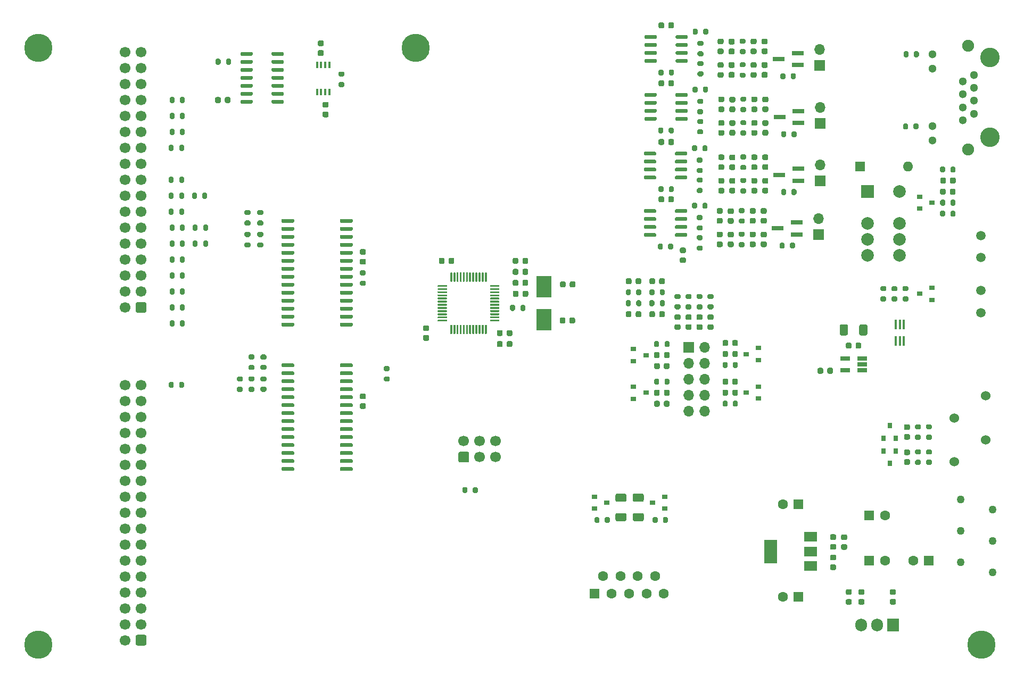
<source format=gbr>
%TF.GenerationSoftware,KiCad,Pcbnew,(5.1.9)-1*%
%TF.CreationDate,2021-05-13T14:47:52+02:00*%
%TF.ProjectId,AR2ISS_AntCTL_HW,41523249-5353-45f4-916e-7443544c5f48,rev?*%
%TF.SameCoordinates,PX2625a00PY8f0d180*%
%TF.FileFunction,Soldermask,Top*%
%TF.FilePolarity,Negative*%
%FSLAX46Y46*%
G04 Gerber Fmt 4.6, Leading zero omitted, Abs format (unit mm)*
G04 Created by KiCad (PCBNEW (5.1.9)-1) date 2021-05-13 14:47:52*
%MOMM*%
%LPD*%
G01*
G04 APERTURE LIST*
%ADD10R,0.400000X1.500000*%
%ADD11C,3.100000*%
%ADD12C,1.900000*%
%ADD13C,1.300000*%
%ADD14R,1.700000X1.700000*%
%ADD15O,1.700000X1.700000*%
%ADD16R,1.900000X0.800000*%
%ADD17C,2.000000*%
%ADD18R,2.000000X2.000000*%
%ADD19R,0.900000X0.800000*%
%ADD20C,4.500000*%
%ADD21C,1.600000*%
%ADD22R,1.600000X1.600000*%
%ADD23C,1.524000*%
%ADD24R,0.800000X0.900000*%
%ADD25O,1.600000X1.600000*%
%ADD26C,1.270000*%
%ADD27C,1.500000*%
%ADD28C,1.700000*%
%ADD29R,1.905000X2.000000*%
%ADD30O,1.905000X2.000000*%
%ADD31R,2.000000X3.800000*%
%ADD32R,2.000000X1.500000*%
%ADD33R,1.560000X0.650000*%
%ADD34R,0.400000X1.100000*%
%ADD35R,2.400000X3.500000*%
G04 APERTURE END LIST*
D10*
%TO.C,Q2*%
X141650000Y56340000D03*
X141000000Y56340000D03*
X140350000Y56340000D03*
X140350000Y59000000D03*
X141000000Y59000000D03*
X141650000Y59000000D03*
%TD*%
D11*
%TO.C,J9*%
X155350000Y88750000D03*
X155350000Y101450000D03*
D12*
X151920000Y86850000D03*
X151920000Y103350000D03*
D13*
X152810000Y98670000D03*
X151030000Y97650000D03*
X152810000Y96630000D03*
X151030000Y95610000D03*
X152810000Y94590000D03*
X151030000Y93570000D03*
X152810000Y92550000D03*
X151030000Y91530000D03*
X146170000Y88240000D03*
X146170000Y90530000D03*
X146170000Y99670000D03*
X146170000Y101960000D03*
%TD*%
%TO.C,R71*%
G36*
G01*
X115585000Y77504999D02*
X116135000Y77504999D01*
G75*
G02*
X116335000Y77304999I0J-200000D01*
G01*
X116335000Y76904999D01*
G75*
G02*
X116135000Y76704999I-200000J0D01*
G01*
X115585000Y76704999D01*
G75*
G02*
X115385000Y76904999I0J200000D01*
G01*
X115385000Y77304999D01*
G75*
G02*
X115585000Y77504999I200000J0D01*
G01*
G37*
G36*
G01*
X115585000Y75854999D02*
X116135000Y75854999D01*
G75*
G02*
X116335000Y75654999I0J-200000D01*
G01*
X116335000Y75254999D01*
G75*
G02*
X116135000Y75054999I-200000J0D01*
G01*
X115585000Y75054999D01*
G75*
G02*
X115385000Y75254999I0J200000D01*
G01*
X115385000Y75654999D01*
G75*
G02*
X115585000Y75854999I200000J0D01*
G01*
G37*
%TD*%
%TO.C,R66*%
G36*
G01*
X121885000Y71254999D02*
X121885000Y71804999D01*
G75*
G02*
X122085000Y72004999I200000J0D01*
G01*
X122485000Y72004999D01*
G75*
G02*
X122685000Y71804999I0J-200000D01*
G01*
X122685000Y71254999D01*
G75*
G02*
X122485000Y71054999I-200000J0D01*
G01*
X122085000Y71054999D01*
G75*
G02*
X121885000Y71254999I0J200000D01*
G01*
G37*
G36*
G01*
X123535000Y71254999D02*
X123535000Y71804999D01*
G75*
G02*
X123735000Y72004999I200000J0D01*
G01*
X124135000Y72004999D01*
G75*
G02*
X124335000Y71804999I0J-200000D01*
G01*
X124335000Y71254999D01*
G75*
G02*
X124135000Y71054999I-200000J0D01*
G01*
X123735000Y71054999D01*
G75*
G02*
X123535000Y71254999I0J200000D01*
G01*
G37*
%TD*%
%TO.C,R72*%
G36*
G01*
X116135000Y71304999D02*
X115585000Y71304999D01*
G75*
G02*
X115385000Y71504999I0J200000D01*
G01*
X115385000Y71904999D01*
G75*
G02*
X115585000Y72104999I200000J0D01*
G01*
X116135000Y72104999D01*
G75*
G02*
X116335000Y71904999I0J-200000D01*
G01*
X116335000Y71504999D01*
G75*
G02*
X116135000Y71304999I-200000J0D01*
G01*
G37*
G36*
G01*
X116135000Y72954999D02*
X115585000Y72954999D01*
G75*
G02*
X115385000Y73154999I0J200000D01*
G01*
X115385000Y73554999D01*
G75*
G02*
X115585000Y73754999I200000J0D01*
G01*
X116135000Y73754999D01*
G75*
G02*
X116335000Y73554999I0J-200000D01*
G01*
X116335000Y73154999D01*
G75*
G02*
X116135000Y72954999I-200000J0D01*
G01*
G37*
%TD*%
%TO.C,C41*%
G36*
G01*
X113860000Y77479999D02*
X114360000Y77479999D01*
G75*
G02*
X114585000Y77254999I0J-225000D01*
G01*
X114585000Y76804999D01*
G75*
G02*
X114360000Y76579999I-225000J0D01*
G01*
X113860000Y76579999D01*
G75*
G02*
X113635000Y76804999I0J225000D01*
G01*
X113635000Y77254999D01*
G75*
G02*
X113860000Y77479999I225000J0D01*
G01*
G37*
G36*
G01*
X113860000Y75929999D02*
X114360000Y75929999D01*
G75*
G02*
X114585000Y75704999I0J-225000D01*
G01*
X114585000Y75254999D01*
G75*
G02*
X114360000Y75029999I-225000J0D01*
G01*
X113860000Y75029999D01*
G75*
G02*
X113635000Y75254999I0J225000D01*
G01*
X113635000Y75704999D01*
G75*
G02*
X113860000Y75929999I225000J0D01*
G01*
G37*
%TD*%
%TO.C,C42*%
G36*
G01*
X114360000Y71304999D02*
X113860000Y71304999D01*
G75*
G02*
X113635000Y71529999I0J225000D01*
G01*
X113635000Y71979999D01*
G75*
G02*
X113860000Y72204999I225000J0D01*
G01*
X114360000Y72204999D01*
G75*
G02*
X114585000Y71979999I0J-225000D01*
G01*
X114585000Y71529999D01*
G75*
G02*
X114360000Y71304999I-225000J0D01*
G01*
G37*
G36*
G01*
X114360000Y72854999D02*
X113860000Y72854999D01*
G75*
G02*
X113635000Y73079999I0J225000D01*
G01*
X113635000Y73529999D01*
G75*
G02*
X113860000Y73754999I225000J0D01*
G01*
X114360000Y73754999D01*
G75*
G02*
X114585000Y73529999I0J-225000D01*
G01*
X114585000Y73079999D01*
G75*
G02*
X114360000Y72854999I-225000J0D01*
G01*
G37*
%TD*%
%TO.C,C43*%
G36*
G01*
X119110000Y77505000D02*
X119610000Y77505000D01*
G75*
G02*
X119835000Y77280000I0J-225000D01*
G01*
X119835000Y76830000D01*
G75*
G02*
X119610000Y76605000I-225000J0D01*
G01*
X119110000Y76605000D01*
G75*
G02*
X118885000Y76830000I0J225000D01*
G01*
X118885000Y77280000D01*
G75*
G02*
X119110000Y77505000I225000J0D01*
G01*
G37*
G36*
G01*
X119110000Y75955000D02*
X119610000Y75955000D01*
G75*
G02*
X119835000Y75730000I0J-225000D01*
G01*
X119835000Y75280000D01*
G75*
G02*
X119610000Y75055000I-225000J0D01*
G01*
X119110000Y75055000D01*
G75*
G02*
X118885000Y75280000I0J225000D01*
G01*
X118885000Y75730000D01*
G75*
G02*
X119110000Y75955000I225000J0D01*
G01*
G37*
%TD*%
%TO.C,C44*%
G36*
G01*
X119610000Y71304999D02*
X119110000Y71304999D01*
G75*
G02*
X118885000Y71529999I0J225000D01*
G01*
X118885000Y71979999D01*
G75*
G02*
X119110000Y72204999I225000J0D01*
G01*
X119610000Y72204999D01*
G75*
G02*
X119835000Y71979999I0J-225000D01*
G01*
X119835000Y71529999D01*
G75*
G02*
X119610000Y71304999I-225000J0D01*
G01*
G37*
G36*
G01*
X119610000Y72854999D02*
X119110000Y72854999D01*
G75*
G02*
X118885000Y73079999I0J225000D01*
G01*
X118885000Y73529999D01*
G75*
G02*
X119110000Y73754999I225000J0D01*
G01*
X119610000Y73754999D01*
G75*
G02*
X119835000Y73529999I0J-225000D01*
G01*
X119835000Y73079999D01*
G75*
G02*
X119610000Y72854999I-225000J0D01*
G01*
G37*
%TD*%
D14*
%TO.C,J11*%
X128110000Y73280000D03*
D15*
X128110000Y75820000D03*
%TD*%
%TO.C,L16*%
G36*
G01*
X112616250Y75054999D02*
X112103750Y75054999D01*
G75*
G02*
X111885000Y75273749I0J218750D01*
G01*
X111885000Y75711249D01*
G75*
G02*
X112103750Y75929999I218750J0D01*
G01*
X112616250Y75929999D01*
G75*
G02*
X112835000Y75711249I0J-218750D01*
G01*
X112835000Y75273749D01*
G75*
G02*
X112616250Y75054999I-218750J0D01*
G01*
G37*
G36*
G01*
X112616250Y76629999D02*
X112103750Y76629999D01*
G75*
G02*
X111885000Y76848749I0J218750D01*
G01*
X111885000Y77286249D01*
G75*
G02*
X112103750Y77504999I218750J0D01*
G01*
X112616250Y77504999D01*
G75*
G02*
X112835000Y77286249I0J-218750D01*
G01*
X112835000Y76848749D01*
G75*
G02*
X112616250Y76629999I-218750J0D01*
G01*
G37*
%TD*%
%TO.C,L17*%
G36*
G01*
X112103750Y73754999D02*
X112616250Y73754999D01*
G75*
G02*
X112835000Y73536249I0J-218750D01*
G01*
X112835000Y73098749D01*
G75*
G02*
X112616250Y72879999I-218750J0D01*
G01*
X112103750Y72879999D01*
G75*
G02*
X111885000Y73098749I0J218750D01*
G01*
X111885000Y73536249D01*
G75*
G02*
X112103750Y73754999I218750J0D01*
G01*
G37*
G36*
G01*
X112103750Y72179999D02*
X112616250Y72179999D01*
G75*
G02*
X112835000Y71961249I0J-218750D01*
G01*
X112835000Y71523749D01*
G75*
G02*
X112616250Y71304999I-218750J0D01*
G01*
X112103750Y71304999D01*
G75*
G02*
X111885000Y71523749I0J218750D01*
G01*
X111885000Y71961249D01*
G75*
G02*
X112103750Y72179999I218750J0D01*
G01*
G37*
%TD*%
%TO.C,L15*%
G36*
G01*
X117866250Y71304999D02*
X117353750Y71304999D01*
G75*
G02*
X117135000Y71523749I0J218750D01*
G01*
X117135000Y71961249D01*
G75*
G02*
X117353750Y72179999I218750J0D01*
G01*
X117866250Y72179999D01*
G75*
G02*
X118085000Y71961249I0J-218750D01*
G01*
X118085000Y71523749D01*
G75*
G02*
X117866250Y71304999I-218750J0D01*
G01*
G37*
G36*
G01*
X117866250Y72879999D02*
X117353750Y72879999D01*
G75*
G02*
X117135000Y73098749I0J218750D01*
G01*
X117135000Y73536249D01*
G75*
G02*
X117353750Y73754999I218750J0D01*
G01*
X117866250Y73754999D01*
G75*
G02*
X118085000Y73536249I0J-218750D01*
G01*
X118085000Y73098749D01*
G75*
G02*
X117866250Y72879999I-218750J0D01*
G01*
G37*
%TD*%
%TO.C,L14*%
G36*
G01*
X117353750Y77504999D02*
X117866250Y77504999D01*
G75*
G02*
X118085000Y77286249I0J-218750D01*
G01*
X118085000Y76848749D01*
G75*
G02*
X117866250Y76629999I-218750J0D01*
G01*
X117353750Y76629999D01*
G75*
G02*
X117135000Y76848749I0J218750D01*
G01*
X117135000Y77286249D01*
G75*
G02*
X117353750Y77504999I218750J0D01*
G01*
G37*
G36*
G01*
X117353750Y75929999D02*
X117866250Y75929999D01*
G75*
G02*
X118085000Y75711249I0J-218750D01*
G01*
X118085000Y75273749D01*
G75*
G02*
X117866250Y75054999I-218750J0D01*
G01*
X117353750Y75054999D01*
G75*
G02*
X117135000Y75273749I0J218750D01*
G01*
X117135000Y75711249D01*
G75*
G02*
X117353750Y75929999I218750J0D01*
G01*
G37*
%TD*%
D16*
%TO.C,D10*%
X124610000Y73329999D03*
X124610000Y75229999D03*
X121610000Y74279999D03*
%TD*%
%TO.C,R86*%
G36*
G01*
X116275000Y99925000D02*
X115725000Y99925000D01*
G75*
G02*
X115525000Y100125000I0J200000D01*
G01*
X115525000Y100525000D01*
G75*
G02*
X115725000Y100725000I200000J0D01*
G01*
X116275000Y100725000D01*
G75*
G02*
X116475000Y100525000I0J-200000D01*
G01*
X116475000Y100125000D01*
G75*
G02*
X116275000Y99925000I-200000J0D01*
G01*
G37*
G36*
G01*
X116275000Y98275000D02*
X115725000Y98275000D01*
G75*
G02*
X115525000Y98475000I0J200000D01*
G01*
X115525000Y98875000D01*
G75*
G02*
X115725000Y99075000I200000J0D01*
G01*
X116275000Y99075000D01*
G75*
G02*
X116475000Y98875000I0J-200000D01*
G01*
X116475000Y98475000D01*
G75*
G02*
X116275000Y98275000I-200000J0D01*
G01*
G37*
%TD*%
%TO.C,R85*%
G36*
G01*
X115725000Y102825000D02*
X116275000Y102825000D01*
G75*
G02*
X116475000Y102625000I0J-200000D01*
G01*
X116475000Y102225000D01*
G75*
G02*
X116275000Y102025000I-200000J0D01*
G01*
X115725000Y102025000D01*
G75*
G02*
X115525000Y102225000I0J200000D01*
G01*
X115525000Y102625000D01*
G75*
G02*
X115725000Y102825000I200000J0D01*
G01*
G37*
G36*
G01*
X115725000Y104475000D02*
X116275000Y104475000D01*
G75*
G02*
X116475000Y104275000I0J-200000D01*
G01*
X116475000Y103875000D01*
G75*
G02*
X116275000Y103675000I-200000J0D01*
G01*
X115725000Y103675000D01*
G75*
G02*
X115525000Y103875000I0J200000D01*
G01*
X115525000Y104275000D01*
G75*
G02*
X115725000Y104475000I200000J0D01*
G01*
G37*
%TD*%
%TO.C,R80*%
G36*
G01*
X123675000Y98225000D02*
X123675000Y98775000D01*
G75*
G02*
X123875000Y98975000I200000J0D01*
G01*
X124275000Y98975000D01*
G75*
G02*
X124475000Y98775000I0J-200000D01*
G01*
X124475000Y98225000D01*
G75*
G02*
X124275000Y98025000I-200000J0D01*
G01*
X123875000Y98025000D01*
G75*
G02*
X123675000Y98225000I0J200000D01*
G01*
G37*
G36*
G01*
X122025000Y98225000D02*
X122025000Y98775000D01*
G75*
G02*
X122225000Y98975000I200000J0D01*
G01*
X122625000Y98975000D01*
G75*
G02*
X122825000Y98775000I0J-200000D01*
G01*
X122825000Y98225000D01*
G75*
G02*
X122625000Y98025000I-200000J0D01*
G01*
X122225000Y98025000D01*
G75*
G02*
X122025000Y98225000I0J200000D01*
G01*
G37*
%TD*%
%TO.C,R79*%
G36*
G01*
X116395000Y90704999D02*
X115845000Y90704999D01*
G75*
G02*
X115645000Y90904999I0J200000D01*
G01*
X115645000Y91304999D01*
G75*
G02*
X115845000Y91504999I200000J0D01*
G01*
X116395000Y91504999D01*
G75*
G02*
X116595000Y91304999I0J-200000D01*
G01*
X116595000Y90904999D01*
G75*
G02*
X116395000Y90704999I-200000J0D01*
G01*
G37*
G36*
G01*
X116395000Y89054999D02*
X115845000Y89054999D01*
G75*
G02*
X115645000Y89254999I0J200000D01*
G01*
X115645000Y89654999D01*
G75*
G02*
X115845000Y89854999I200000J0D01*
G01*
X116395000Y89854999D01*
G75*
G02*
X116595000Y89654999I0J-200000D01*
G01*
X116595000Y89254999D01*
G75*
G02*
X116395000Y89054999I-200000J0D01*
G01*
G37*
%TD*%
%TO.C,R78*%
G36*
G01*
X115845000Y93604999D02*
X116395000Y93604999D01*
G75*
G02*
X116595000Y93404999I0J-200000D01*
G01*
X116595000Y93004999D01*
G75*
G02*
X116395000Y92804999I-200000J0D01*
G01*
X115845000Y92804999D01*
G75*
G02*
X115645000Y93004999I0J200000D01*
G01*
X115645000Y93404999D01*
G75*
G02*
X115845000Y93604999I200000J0D01*
G01*
G37*
G36*
G01*
X115845000Y95254999D02*
X116395000Y95254999D01*
G75*
G02*
X116595000Y95054999I0J-200000D01*
G01*
X116595000Y94654999D01*
G75*
G02*
X116395000Y94454999I-200000J0D01*
G01*
X115845000Y94454999D01*
G75*
G02*
X115645000Y94654999I0J200000D01*
G01*
X115645000Y95054999D01*
G75*
G02*
X115845000Y95254999I200000J0D01*
G01*
G37*
%TD*%
%TO.C,R73*%
G36*
G01*
X123795000Y89004999D02*
X123795000Y89554999D01*
G75*
G02*
X123995000Y89754999I200000J0D01*
G01*
X124395000Y89754999D01*
G75*
G02*
X124595000Y89554999I0J-200000D01*
G01*
X124595000Y89004999D01*
G75*
G02*
X124395000Y88804999I-200000J0D01*
G01*
X123995000Y88804999D01*
G75*
G02*
X123795000Y89004999I0J200000D01*
G01*
G37*
G36*
G01*
X122145000Y89004999D02*
X122145000Y89554999D01*
G75*
G02*
X122345000Y89754999I200000J0D01*
G01*
X122745000Y89754999D01*
G75*
G02*
X122945000Y89554999I0J-200000D01*
G01*
X122945000Y89004999D01*
G75*
G02*
X122745000Y88804999I-200000J0D01*
G01*
X122345000Y88804999D01*
G75*
G02*
X122145000Y89004999I0J200000D01*
G01*
G37*
%TD*%
%TO.C,R65*%
G36*
G01*
X116385000Y81495000D02*
X115835000Y81495000D01*
G75*
G02*
X115635000Y81695000I0J200000D01*
G01*
X115635000Y82095000D01*
G75*
G02*
X115835000Y82295000I200000J0D01*
G01*
X116385000Y82295000D01*
G75*
G02*
X116585000Y82095000I0J-200000D01*
G01*
X116585000Y81695000D01*
G75*
G02*
X116385000Y81495000I-200000J0D01*
G01*
G37*
G36*
G01*
X116385000Y79845000D02*
X115835000Y79845000D01*
G75*
G02*
X115635000Y80045000I0J200000D01*
G01*
X115635000Y80445000D01*
G75*
G02*
X115835000Y80645000I200000J0D01*
G01*
X116385000Y80645000D01*
G75*
G02*
X116585000Y80445000I0J-200000D01*
G01*
X116585000Y80045000D01*
G75*
G02*
X116385000Y79845000I-200000J0D01*
G01*
G37*
%TD*%
%TO.C,R64*%
G36*
G01*
X115835000Y84395000D02*
X116385000Y84395000D01*
G75*
G02*
X116585000Y84195000I0J-200000D01*
G01*
X116585000Y83795000D01*
G75*
G02*
X116385000Y83595000I-200000J0D01*
G01*
X115835000Y83595000D01*
G75*
G02*
X115635000Y83795000I0J200000D01*
G01*
X115635000Y84195000D01*
G75*
G02*
X115835000Y84395000I200000J0D01*
G01*
G37*
G36*
G01*
X115835000Y86045000D02*
X116385000Y86045000D01*
G75*
G02*
X116585000Y85845000I0J-200000D01*
G01*
X116585000Y85445000D01*
G75*
G02*
X116385000Y85245000I-200000J0D01*
G01*
X115835000Y85245000D01*
G75*
G02*
X115635000Y85445000I0J200000D01*
G01*
X115635000Y85845000D01*
G75*
G02*
X115835000Y86045000I200000J0D01*
G01*
G37*
%TD*%
%TO.C,R31*%
G36*
G01*
X123785000Y79795000D02*
X123785000Y80345000D01*
G75*
G02*
X123985000Y80545000I200000J0D01*
G01*
X124385000Y80545000D01*
G75*
G02*
X124585000Y80345000I0J-200000D01*
G01*
X124585000Y79795000D01*
G75*
G02*
X124385000Y79595000I-200000J0D01*
G01*
X123985000Y79595000D01*
G75*
G02*
X123785000Y79795000I0J200000D01*
G01*
G37*
G36*
G01*
X122135000Y79795000D02*
X122135000Y80345000D01*
G75*
G02*
X122335000Y80545000I200000J0D01*
G01*
X122735000Y80545000D01*
G75*
G02*
X122935000Y80345000I0J-200000D01*
G01*
X122935000Y79795000D01*
G75*
G02*
X122735000Y79595000I-200000J0D01*
G01*
X122335000Y79595000D01*
G75*
G02*
X122135000Y79795000I0J200000D01*
G01*
G37*
%TD*%
%TO.C,L25*%
G36*
G01*
X112243750Y99150000D02*
X112756250Y99150000D01*
G75*
G02*
X112975000Y98931250I0J-218750D01*
G01*
X112975000Y98493750D01*
G75*
G02*
X112756250Y98275000I-218750J0D01*
G01*
X112243750Y98275000D01*
G75*
G02*
X112025000Y98493750I0J218750D01*
G01*
X112025000Y98931250D01*
G75*
G02*
X112243750Y99150000I218750J0D01*
G01*
G37*
G36*
G01*
X112243750Y100725000D02*
X112756250Y100725000D01*
G75*
G02*
X112975000Y100506250I0J-218750D01*
G01*
X112975000Y100068750D01*
G75*
G02*
X112756250Y99850000I-218750J0D01*
G01*
X112243750Y99850000D01*
G75*
G02*
X112025000Y100068750I0J218750D01*
G01*
X112025000Y100506250D01*
G75*
G02*
X112243750Y100725000I218750J0D01*
G01*
G37*
%TD*%
%TO.C,L24*%
G36*
G01*
X112756250Y103600000D02*
X112243750Y103600000D01*
G75*
G02*
X112025000Y103818750I0J218750D01*
G01*
X112025000Y104256250D01*
G75*
G02*
X112243750Y104475000I218750J0D01*
G01*
X112756250Y104475000D01*
G75*
G02*
X112975000Y104256250I0J-218750D01*
G01*
X112975000Y103818750D01*
G75*
G02*
X112756250Y103600000I-218750J0D01*
G01*
G37*
G36*
G01*
X112756250Y102025000D02*
X112243750Y102025000D01*
G75*
G02*
X112025000Y102243750I0J218750D01*
G01*
X112025000Y102681250D01*
G75*
G02*
X112243750Y102900000I218750J0D01*
G01*
X112756250Y102900000D01*
G75*
G02*
X112975000Y102681250I0J-218750D01*
G01*
X112975000Y102243750D01*
G75*
G02*
X112756250Y102025000I-218750J0D01*
G01*
G37*
%TD*%
%TO.C,L23*%
G36*
G01*
X118006250Y99850000D02*
X117493750Y99850000D01*
G75*
G02*
X117275000Y100068750I0J218750D01*
G01*
X117275000Y100506250D01*
G75*
G02*
X117493750Y100725000I218750J0D01*
G01*
X118006250Y100725000D01*
G75*
G02*
X118225000Y100506250I0J-218750D01*
G01*
X118225000Y100068750D01*
G75*
G02*
X118006250Y99850000I-218750J0D01*
G01*
G37*
G36*
G01*
X118006250Y98275000D02*
X117493750Y98275000D01*
G75*
G02*
X117275000Y98493750I0J218750D01*
G01*
X117275000Y98931250D01*
G75*
G02*
X117493750Y99150000I218750J0D01*
G01*
X118006250Y99150000D01*
G75*
G02*
X118225000Y98931250I0J-218750D01*
G01*
X118225000Y98493750D01*
G75*
G02*
X118006250Y98275000I-218750J0D01*
G01*
G37*
%TD*%
%TO.C,L22*%
G36*
G01*
X117493750Y102900000D02*
X118006250Y102900000D01*
G75*
G02*
X118225000Y102681250I0J-218750D01*
G01*
X118225000Y102243750D01*
G75*
G02*
X118006250Y102025000I-218750J0D01*
G01*
X117493750Y102025000D01*
G75*
G02*
X117275000Y102243750I0J218750D01*
G01*
X117275000Y102681250D01*
G75*
G02*
X117493750Y102900000I218750J0D01*
G01*
G37*
G36*
G01*
X117493750Y104475000D02*
X118006250Y104475000D01*
G75*
G02*
X118225000Y104256250I0J-218750D01*
G01*
X118225000Y103818750D01*
G75*
G02*
X118006250Y103600000I-218750J0D01*
G01*
X117493750Y103600000D01*
G75*
G02*
X117275000Y103818750I0J218750D01*
G01*
X117275000Y104256250D01*
G75*
G02*
X117493750Y104475000I218750J0D01*
G01*
G37*
%TD*%
%TO.C,L21*%
G36*
G01*
X112363750Y89929999D02*
X112876250Y89929999D01*
G75*
G02*
X113095000Y89711249I0J-218750D01*
G01*
X113095000Y89273749D01*
G75*
G02*
X112876250Y89054999I-218750J0D01*
G01*
X112363750Y89054999D01*
G75*
G02*
X112145000Y89273749I0J218750D01*
G01*
X112145000Y89711249D01*
G75*
G02*
X112363750Y89929999I218750J0D01*
G01*
G37*
G36*
G01*
X112363750Y91504999D02*
X112876250Y91504999D01*
G75*
G02*
X113095000Y91286249I0J-218750D01*
G01*
X113095000Y90848749D01*
G75*
G02*
X112876250Y90629999I-218750J0D01*
G01*
X112363750Y90629999D01*
G75*
G02*
X112145000Y90848749I0J218750D01*
G01*
X112145000Y91286249D01*
G75*
G02*
X112363750Y91504999I218750J0D01*
G01*
G37*
%TD*%
%TO.C,L20*%
G36*
G01*
X112876250Y94379999D02*
X112363750Y94379999D01*
G75*
G02*
X112145000Y94598749I0J218750D01*
G01*
X112145000Y95036249D01*
G75*
G02*
X112363750Y95254999I218750J0D01*
G01*
X112876250Y95254999D01*
G75*
G02*
X113095000Y95036249I0J-218750D01*
G01*
X113095000Y94598749D01*
G75*
G02*
X112876250Y94379999I-218750J0D01*
G01*
G37*
G36*
G01*
X112876250Y92804999D02*
X112363750Y92804999D01*
G75*
G02*
X112145000Y93023749I0J218750D01*
G01*
X112145000Y93461249D01*
G75*
G02*
X112363750Y93679999I218750J0D01*
G01*
X112876250Y93679999D01*
G75*
G02*
X113095000Y93461249I0J-218750D01*
G01*
X113095000Y93023749D01*
G75*
G02*
X112876250Y92804999I-218750J0D01*
G01*
G37*
%TD*%
%TO.C,L19*%
G36*
G01*
X118126250Y90629999D02*
X117613750Y90629999D01*
G75*
G02*
X117395000Y90848749I0J218750D01*
G01*
X117395000Y91286249D01*
G75*
G02*
X117613750Y91504999I218750J0D01*
G01*
X118126250Y91504999D01*
G75*
G02*
X118345000Y91286249I0J-218750D01*
G01*
X118345000Y90848749D01*
G75*
G02*
X118126250Y90629999I-218750J0D01*
G01*
G37*
G36*
G01*
X118126250Y89054999D02*
X117613750Y89054999D01*
G75*
G02*
X117395000Y89273749I0J218750D01*
G01*
X117395000Y89711249D01*
G75*
G02*
X117613750Y89929999I218750J0D01*
G01*
X118126250Y89929999D01*
G75*
G02*
X118345000Y89711249I0J-218750D01*
G01*
X118345000Y89273749D01*
G75*
G02*
X118126250Y89054999I-218750J0D01*
G01*
G37*
%TD*%
%TO.C,L18*%
G36*
G01*
X117613750Y93679999D02*
X118126250Y93679999D01*
G75*
G02*
X118345000Y93461249I0J-218750D01*
G01*
X118345000Y93023749D01*
G75*
G02*
X118126250Y92804999I-218750J0D01*
G01*
X117613750Y92804999D01*
G75*
G02*
X117395000Y93023749I0J218750D01*
G01*
X117395000Y93461249D01*
G75*
G02*
X117613750Y93679999I218750J0D01*
G01*
G37*
G36*
G01*
X117613750Y95254999D02*
X118126250Y95254999D01*
G75*
G02*
X118345000Y95036249I0J-218750D01*
G01*
X118345000Y94598749D01*
G75*
G02*
X118126250Y94379999I-218750J0D01*
G01*
X117613750Y94379999D01*
G75*
G02*
X117395000Y94598749I0J218750D01*
G01*
X117395000Y95036249D01*
G75*
G02*
X117613750Y95254999I218750J0D01*
G01*
G37*
%TD*%
%TO.C,L13*%
G36*
G01*
X112353750Y80720000D02*
X112866250Y80720000D01*
G75*
G02*
X113085000Y80501250I0J-218750D01*
G01*
X113085000Y80063750D01*
G75*
G02*
X112866250Y79845000I-218750J0D01*
G01*
X112353750Y79845000D01*
G75*
G02*
X112135000Y80063750I0J218750D01*
G01*
X112135000Y80501250D01*
G75*
G02*
X112353750Y80720000I218750J0D01*
G01*
G37*
G36*
G01*
X112353750Y82295000D02*
X112866250Y82295000D01*
G75*
G02*
X113085000Y82076250I0J-218750D01*
G01*
X113085000Y81638750D01*
G75*
G02*
X112866250Y81420000I-218750J0D01*
G01*
X112353750Y81420000D01*
G75*
G02*
X112135000Y81638750I0J218750D01*
G01*
X112135000Y82076250D01*
G75*
G02*
X112353750Y82295000I218750J0D01*
G01*
G37*
%TD*%
%TO.C,L12*%
G36*
G01*
X112866250Y85170000D02*
X112353750Y85170000D01*
G75*
G02*
X112135000Y85388750I0J218750D01*
G01*
X112135000Y85826250D01*
G75*
G02*
X112353750Y86045000I218750J0D01*
G01*
X112866250Y86045000D01*
G75*
G02*
X113085000Y85826250I0J-218750D01*
G01*
X113085000Y85388750D01*
G75*
G02*
X112866250Y85170000I-218750J0D01*
G01*
G37*
G36*
G01*
X112866250Y83595000D02*
X112353750Y83595000D01*
G75*
G02*
X112135000Y83813750I0J218750D01*
G01*
X112135000Y84251250D01*
G75*
G02*
X112353750Y84470000I218750J0D01*
G01*
X112866250Y84470000D01*
G75*
G02*
X113085000Y84251250I0J-218750D01*
G01*
X113085000Y83813750D01*
G75*
G02*
X112866250Y83595000I-218750J0D01*
G01*
G37*
%TD*%
%TO.C,L11*%
G36*
G01*
X118116250Y81420000D02*
X117603750Y81420000D01*
G75*
G02*
X117385000Y81638750I0J218750D01*
G01*
X117385000Y82076250D01*
G75*
G02*
X117603750Y82295000I218750J0D01*
G01*
X118116250Y82295000D01*
G75*
G02*
X118335000Y82076250I0J-218750D01*
G01*
X118335000Y81638750D01*
G75*
G02*
X118116250Y81420000I-218750J0D01*
G01*
G37*
G36*
G01*
X118116250Y79845000D02*
X117603750Y79845000D01*
G75*
G02*
X117385000Y80063750I0J218750D01*
G01*
X117385000Y80501250D01*
G75*
G02*
X117603750Y80720000I218750J0D01*
G01*
X118116250Y80720000D01*
G75*
G02*
X118335000Y80501250I0J-218750D01*
G01*
X118335000Y80063750D01*
G75*
G02*
X118116250Y79845000I-218750J0D01*
G01*
G37*
%TD*%
%TO.C,L10*%
G36*
G01*
X117603750Y84470000D02*
X118116250Y84470000D01*
G75*
G02*
X118335000Y84251250I0J-218750D01*
G01*
X118335000Y83813750D01*
G75*
G02*
X118116250Y83595000I-218750J0D01*
G01*
X117603750Y83595000D01*
G75*
G02*
X117385000Y83813750I0J218750D01*
G01*
X117385000Y84251250D01*
G75*
G02*
X117603750Y84470000I218750J0D01*
G01*
G37*
G36*
G01*
X117603750Y86045000D02*
X118116250Y86045000D01*
G75*
G02*
X118335000Y85826250I0J-218750D01*
G01*
X118335000Y85388750D01*
G75*
G02*
X118116250Y85170000I-218750J0D01*
G01*
X117603750Y85170000D01*
G75*
G02*
X117385000Y85388750I0J218750D01*
G01*
X117385000Y85826250D01*
G75*
G02*
X117603750Y86045000I218750J0D01*
G01*
G37*
%TD*%
D15*
%TO.C,J13*%
X128250000Y102790000D03*
D14*
X128250000Y100250000D03*
%TD*%
D15*
%TO.C,J12*%
X128370000Y93570000D03*
D14*
X128370000Y91030000D03*
%TD*%
D15*
%TO.C,J10*%
X128360000Y84360000D03*
D14*
X128360000Y81820000D03*
%TD*%
D16*
%TO.C,D12*%
X121750000Y101250000D03*
X124750000Y102200000D03*
X124750000Y100300000D03*
%TD*%
%TO.C,D11*%
X121870000Y92029999D03*
X124870000Y92979999D03*
X124870000Y91079999D03*
%TD*%
%TO.C,D9*%
X121860000Y82820000D03*
X124860000Y83770000D03*
X124860000Y81870000D03*
%TD*%
%TO.C,C54*%
G36*
G01*
X119750000Y99825000D02*
X119250000Y99825000D01*
G75*
G02*
X119025000Y100050000I0J225000D01*
G01*
X119025000Y100500000D01*
G75*
G02*
X119250000Y100725000I225000J0D01*
G01*
X119750000Y100725000D01*
G75*
G02*
X119975000Y100500000I0J-225000D01*
G01*
X119975000Y100050000D01*
G75*
G02*
X119750000Y99825000I-225000J0D01*
G01*
G37*
G36*
G01*
X119750000Y98275000D02*
X119250000Y98275000D01*
G75*
G02*
X119025000Y98500000I0J225000D01*
G01*
X119025000Y98950000D01*
G75*
G02*
X119250000Y99175000I225000J0D01*
G01*
X119750000Y99175000D01*
G75*
G02*
X119975000Y98950000I0J-225000D01*
G01*
X119975000Y98500000D01*
G75*
G02*
X119750000Y98275000I-225000J0D01*
G01*
G37*
%TD*%
%TO.C,C53*%
G36*
G01*
X119250000Y102925000D02*
X119750000Y102925000D01*
G75*
G02*
X119975000Y102700000I0J-225000D01*
G01*
X119975000Y102250000D01*
G75*
G02*
X119750000Y102025000I-225000J0D01*
G01*
X119250000Y102025000D01*
G75*
G02*
X119025000Y102250000I0J225000D01*
G01*
X119025000Y102700000D01*
G75*
G02*
X119250000Y102925000I225000J0D01*
G01*
G37*
G36*
G01*
X119250000Y104475000D02*
X119750000Y104475000D01*
G75*
G02*
X119975000Y104250000I0J-225000D01*
G01*
X119975000Y103800000D01*
G75*
G02*
X119750000Y103575000I-225000J0D01*
G01*
X119250000Y103575000D01*
G75*
G02*
X119025000Y103800000I0J225000D01*
G01*
X119025000Y104250000D01*
G75*
G02*
X119250000Y104475000I225000J0D01*
G01*
G37*
%TD*%
%TO.C,C52*%
G36*
G01*
X114500000Y99825000D02*
X114000000Y99825000D01*
G75*
G02*
X113775000Y100050000I0J225000D01*
G01*
X113775000Y100500000D01*
G75*
G02*
X114000000Y100725000I225000J0D01*
G01*
X114500000Y100725000D01*
G75*
G02*
X114725000Y100500000I0J-225000D01*
G01*
X114725000Y100050000D01*
G75*
G02*
X114500000Y99825000I-225000J0D01*
G01*
G37*
G36*
G01*
X114500000Y98275000D02*
X114000000Y98275000D01*
G75*
G02*
X113775000Y98500000I0J225000D01*
G01*
X113775000Y98950000D01*
G75*
G02*
X114000000Y99175000I225000J0D01*
G01*
X114500000Y99175000D01*
G75*
G02*
X114725000Y98950000I0J-225000D01*
G01*
X114725000Y98500000D01*
G75*
G02*
X114500000Y98275000I-225000J0D01*
G01*
G37*
%TD*%
%TO.C,C51*%
G36*
G01*
X114000000Y102900000D02*
X114500000Y102900000D01*
G75*
G02*
X114725000Y102675000I0J-225000D01*
G01*
X114725000Y102225000D01*
G75*
G02*
X114500000Y102000000I-225000J0D01*
G01*
X114000000Y102000000D01*
G75*
G02*
X113775000Y102225000I0J225000D01*
G01*
X113775000Y102675000D01*
G75*
G02*
X114000000Y102900000I225000J0D01*
G01*
G37*
G36*
G01*
X114000000Y104450000D02*
X114500000Y104450000D01*
G75*
G02*
X114725000Y104225000I0J-225000D01*
G01*
X114725000Y103775000D01*
G75*
G02*
X114500000Y103550000I-225000J0D01*
G01*
X114000000Y103550000D01*
G75*
G02*
X113775000Y103775000I0J225000D01*
G01*
X113775000Y104225000D01*
G75*
G02*
X114000000Y104450000I225000J0D01*
G01*
G37*
%TD*%
%TO.C,C49*%
G36*
G01*
X119870000Y90604999D02*
X119370000Y90604999D01*
G75*
G02*
X119145000Y90829999I0J225000D01*
G01*
X119145000Y91279999D01*
G75*
G02*
X119370000Y91504999I225000J0D01*
G01*
X119870000Y91504999D01*
G75*
G02*
X120095000Y91279999I0J-225000D01*
G01*
X120095000Y90829999D01*
G75*
G02*
X119870000Y90604999I-225000J0D01*
G01*
G37*
G36*
G01*
X119870000Y89054999D02*
X119370000Y89054999D01*
G75*
G02*
X119145000Y89279999I0J225000D01*
G01*
X119145000Y89729999D01*
G75*
G02*
X119370000Y89954999I225000J0D01*
G01*
X119870000Y89954999D01*
G75*
G02*
X120095000Y89729999I0J-225000D01*
G01*
X120095000Y89279999D01*
G75*
G02*
X119870000Y89054999I-225000J0D01*
G01*
G37*
%TD*%
%TO.C,C48*%
G36*
G01*
X119370000Y93705000D02*
X119870000Y93705000D01*
G75*
G02*
X120095000Y93480000I0J-225000D01*
G01*
X120095000Y93030000D01*
G75*
G02*
X119870000Y92805000I-225000J0D01*
G01*
X119370000Y92805000D01*
G75*
G02*
X119145000Y93030000I0J225000D01*
G01*
X119145000Y93480000D01*
G75*
G02*
X119370000Y93705000I225000J0D01*
G01*
G37*
G36*
G01*
X119370000Y95255000D02*
X119870000Y95255000D01*
G75*
G02*
X120095000Y95030000I0J-225000D01*
G01*
X120095000Y94580000D01*
G75*
G02*
X119870000Y94355000I-225000J0D01*
G01*
X119370000Y94355000D01*
G75*
G02*
X119145000Y94580000I0J225000D01*
G01*
X119145000Y95030000D01*
G75*
G02*
X119370000Y95255000I225000J0D01*
G01*
G37*
%TD*%
%TO.C,C47*%
G36*
G01*
X114620000Y90604999D02*
X114120000Y90604999D01*
G75*
G02*
X113895000Y90829999I0J225000D01*
G01*
X113895000Y91279999D01*
G75*
G02*
X114120000Y91504999I225000J0D01*
G01*
X114620000Y91504999D01*
G75*
G02*
X114845000Y91279999I0J-225000D01*
G01*
X114845000Y90829999D01*
G75*
G02*
X114620000Y90604999I-225000J0D01*
G01*
G37*
G36*
G01*
X114620000Y89054999D02*
X114120000Y89054999D01*
G75*
G02*
X113895000Y89279999I0J225000D01*
G01*
X113895000Y89729999D01*
G75*
G02*
X114120000Y89954999I225000J0D01*
G01*
X114620000Y89954999D01*
G75*
G02*
X114845000Y89729999I0J-225000D01*
G01*
X114845000Y89279999D01*
G75*
G02*
X114620000Y89054999I-225000J0D01*
G01*
G37*
%TD*%
%TO.C,C46*%
G36*
G01*
X114120000Y93679999D02*
X114620000Y93679999D01*
G75*
G02*
X114845000Y93454999I0J-225000D01*
G01*
X114845000Y93004999D01*
G75*
G02*
X114620000Y92779999I-225000J0D01*
G01*
X114120000Y92779999D01*
G75*
G02*
X113895000Y93004999I0J225000D01*
G01*
X113895000Y93454999D01*
G75*
G02*
X114120000Y93679999I225000J0D01*
G01*
G37*
G36*
G01*
X114120000Y95229999D02*
X114620000Y95229999D01*
G75*
G02*
X114845000Y95004999I0J-225000D01*
G01*
X114845000Y94554999D01*
G75*
G02*
X114620000Y94329999I-225000J0D01*
G01*
X114120000Y94329999D01*
G75*
G02*
X113895000Y94554999I0J225000D01*
G01*
X113895000Y95004999D01*
G75*
G02*
X114120000Y95229999I225000J0D01*
G01*
G37*
%TD*%
%TO.C,C39*%
G36*
G01*
X119860000Y81395000D02*
X119360000Y81395000D01*
G75*
G02*
X119135000Y81620000I0J225000D01*
G01*
X119135000Y82070000D01*
G75*
G02*
X119360000Y82295000I225000J0D01*
G01*
X119860000Y82295000D01*
G75*
G02*
X120085000Y82070000I0J-225000D01*
G01*
X120085000Y81620000D01*
G75*
G02*
X119860000Y81395000I-225000J0D01*
G01*
G37*
G36*
G01*
X119860000Y79845000D02*
X119360000Y79845000D01*
G75*
G02*
X119135000Y80070000I0J225000D01*
G01*
X119135000Y80520000D01*
G75*
G02*
X119360000Y80745000I225000J0D01*
G01*
X119860000Y80745000D01*
G75*
G02*
X120085000Y80520000I0J-225000D01*
G01*
X120085000Y80070000D01*
G75*
G02*
X119860000Y79845000I-225000J0D01*
G01*
G37*
%TD*%
%TO.C,C38*%
G36*
G01*
X119360000Y84495000D02*
X119860000Y84495000D01*
G75*
G02*
X120085000Y84270000I0J-225000D01*
G01*
X120085000Y83820000D01*
G75*
G02*
X119860000Y83595000I-225000J0D01*
G01*
X119360000Y83595000D01*
G75*
G02*
X119135000Y83820000I0J225000D01*
G01*
X119135000Y84270000D01*
G75*
G02*
X119360000Y84495000I225000J0D01*
G01*
G37*
G36*
G01*
X119360000Y86045000D02*
X119860000Y86045000D01*
G75*
G02*
X120085000Y85820000I0J-225000D01*
G01*
X120085000Y85370000D01*
G75*
G02*
X119860000Y85145000I-225000J0D01*
G01*
X119360000Y85145000D01*
G75*
G02*
X119135000Y85370000I0J225000D01*
G01*
X119135000Y85820000D01*
G75*
G02*
X119360000Y86045000I225000J0D01*
G01*
G37*
%TD*%
%TO.C,C37*%
G36*
G01*
X114610000Y81395000D02*
X114110000Y81395000D01*
G75*
G02*
X113885000Y81620000I0J225000D01*
G01*
X113885000Y82070000D01*
G75*
G02*
X114110000Y82295000I225000J0D01*
G01*
X114610000Y82295000D01*
G75*
G02*
X114835000Y82070000I0J-225000D01*
G01*
X114835000Y81620000D01*
G75*
G02*
X114610000Y81395000I-225000J0D01*
G01*
G37*
G36*
G01*
X114610000Y79845000D02*
X114110000Y79845000D01*
G75*
G02*
X113885000Y80070000I0J225000D01*
G01*
X113885000Y80520000D01*
G75*
G02*
X114110000Y80745000I225000J0D01*
G01*
X114610000Y80745000D01*
G75*
G02*
X114835000Y80520000I0J-225000D01*
G01*
X114835000Y80070000D01*
G75*
G02*
X114610000Y79845000I-225000J0D01*
G01*
G37*
%TD*%
%TO.C,C36*%
G36*
G01*
X114110000Y84470000D02*
X114610000Y84470000D01*
G75*
G02*
X114835000Y84245000I0J-225000D01*
G01*
X114835000Y83795000D01*
G75*
G02*
X114610000Y83570000I-225000J0D01*
G01*
X114110000Y83570000D01*
G75*
G02*
X113885000Y83795000I0J225000D01*
G01*
X113885000Y84245000D01*
G75*
G02*
X114110000Y84470000I225000J0D01*
G01*
G37*
G36*
G01*
X114110000Y86020000D02*
X114610000Y86020000D01*
G75*
G02*
X114835000Y85795000I0J-225000D01*
G01*
X114835000Y85345000D01*
G75*
G02*
X114610000Y85120000I-225000J0D01*
G01*
X114110000Y85120000D01*
G75*
G02*
X113885000Y85345000I0J225000D01*
G01*
X113885000Y85795000D01*
G75*
G02*
X114110000Y86020000I225000J0D01*
G01*
G37*
%TD*%
D17*
%TO.C,K1*%
X140983500Y72497000D03*
X135903500Y72497000D03*
X140983500Y80117000D03*
X140983500Y75037000D03*
D18*
X135903500Y80117000D03*
D17*
X135903500Y75037000D03*
X140983500Y69957000D03*
X135903500Y69957000D03*
%TD*%
%TO.C,U16*%
G36*
G01*
X105320000Y95385000D02*
X105320000Y95685000D01*
G75*
G02*
X105470000Y95835000I150000J0D01*
G01*
X107120000Y95835000D01*
G75*
G02*
X107270000Y95685000I0J-150000D01*
G01*
X107270000Y95385000D01*
G75*
G02*
X107120000Y95235000I-150000J0D01*
G01*
X105470000Y95235000D01*
G75*
G02*
X105320000Y95385000I0J150000D01*
G01*
G37*
G36*
G01*
X105320000Y94115000D02*
X105320000Y94415000D01*
G75*
G02*
X105470000Y94565000I150000J0D01*
G01*
X107120000Y94565000D01*
G75*
G02*
X107270000Y94415000I0J-150000D01*
G01*
X107270000Y94115000D01*
G75*
G02*
X107120000Y93965000I-150000J0D01*
G01*
X105470000Y93965000D01*
G75*
G02*
X105320000Y94115000I0J150000D01*
G01*
G37*
G36*
G01*
X105320000Y92845000D02*
X105320000Y93145000D01*
G75*
G02*
X105470000Y93295000I150000J0D01*
G01*
X107120000Y93295000D01*
G75*
G02*
X107270000Y93145000I0J-150000D01*
G01*
X107270000Y92845000D01*
G75*
G02*
X107120000Y92695000I-150000J0D01*
G01*
X105470000Y92695000D01*
G75*
G02*
X105320000Y92845000I0J150000D01*
G01*
G37*
G36*
G01*
X105320000Y91575000D02*
X105320000Y91875000D01*
G75*
G02*
X105470000Y92025000I150000J0D01*
G01*
X107120000Y92025000D01*
G75*
G02*
X107270000Y91875000I0J-150000D01*
G01*
X107270000Y91575000D01*
G75*
G02*
X107120000Y91425000I-150000J0D01*
G01*
X105470000Y91425000D01*
G75*
G02*
X105320000Y91575000I0J150000D01*
G01*
G37*
G36*
G01*
X100370000Y91575000D02*
X100370000Y91875000D01*
G75*
G02*
X100520000Y92025000I150000J0D01*
G01*
X102170000Y92025000D01*
G75*
G02*
X102320000Y91875000I0J-150000D01*
G01*
X102320000Y91575000D01*
G75*
G02*
X102170000Y91425000I-150000J0D01*
G01*
X100520000Y91425000D01*
G75*
G02*
X100370000Y91575000I0J150000D01*
G01*
G37*
G36*
G01*
X100370000Y92845000D02*
X100370000Y93145000D01*
G75*
G02*
X100520000Y93295000I150000J0D01*
G01*
X102170000Y93295000D01*
G75*
G02*
X102320000Y93145000I0J-150000D01*
G01*
X102320000Y92845000D01*
G75*
G02*
X102170000Y92695000I-150000J0D01*
G01*
X100520000Y92695000D01*
G75*
G02*
X100370000Y92845000I0J150000D01*
G01*
G37*
G36*
G01*
X100370000Y94115000D02*
X100370000Y94415000D01*
G75*
G02*
X100520000Y94565000I150000J0D01*
G01*
X102170000Y94565000D01*
G75*
G02*
X102320000Y94415000I0J-150000D01*
G01*
X102320000Y94115000D01*
G75*
G02*
X102170000Y93965000I-150000J0D01*
G01*
X100520000Y93965000D01*
G75*
G02*
X100370000Y94115000I0J150000D01*
G01*
G37*
G36*
G01*
X100370000Y95385000D02*
X100370000Y95685000D01*
G75*
G02*
X100520000Y95835000I150000J0D01*
G01*
X102170000Y95835000D01*
G75*
G02*
X102320000Y95685000I0J-150000D01*
G01*
X102320000Y95385000D01*
G75*
G02*
X102170000Y95235000I-150000J0D01*
G01*
X100520000Y95235000D01*
G75*
G02*
X100370000Y95385000I0J150000D01*
G01*
G37*
%TD*%
%TO.C,U15*%
G36*
G01*
X105240000Y76885000D02*
X105240000Y77185000D01*
G75*
G02*
X105390000Y77335000I150000J0D01*
G01*
X107040000Y77335000D01*
G75*
G02*
X107190000Y77185000I0J-150000D01*
G01*
X107190000Y76885000D01*
G75*
G02*
X107040000Y76735000I-150000J0D01*
G01*
X105390000Y76735000D01*
G75*
G02*
X105240000Y76885000I0J150000D01*
G01*
G37*
G36*
G01*
X105240000Y75615000D02*
X105240000Y75915000D01*
G75*
G02*
X105390000Y76065000I150000J0D01*
G01*
X107040000Y76065000D01*
G75*
G02*
X107190000Y75915000I0J-150000D01*
G01*
X107190000Y75615000D01*
G75*
G02*
X107040000Y75465000I-150000J0D01*
G01*
X105390000Y75465000D01*
G75*
G02*
X105240000Y75615000I0J150000D01*
G01*
G37*
G36*
G01*
X105240000Y74345000D02*
X105240000Y74645000D01*
G75*
G02*
X105390000Y74795000I150000J0D01*
G01*
X107040000Y74795000D01*
G75*
G02*
X107190000Y74645000I0J-150000D01*
G01*
X107190000Y74345000D01*
G75*
G02*
X107040000Y74195000I-150000J0D01*
G01*
X105390000Y74195000D01*
G75*
G02*
X105240000Y74345000I0J150000D01*
G01*
G37*
G36*
G01*
X105240000Y73075000D02*
X105240000Y73375000D01*
G75*
G02*
X105390000Y73525000I150000J0D01*
G01*
X107040000Y73525000D01*
G75*
G02*
X107190000Y73375000I0J-150000D01*
G01*
X107190000Y73075000D01*
G75*
G02*
X107040000Y72925000I-150000J0D01*
G01*
X105390000Y72925000D01*
G75*
G02*
X105240000Y73075000I0J150000D01*
G01*
G37*
G36*
G01*
X100290000Y73075000D02*
X100290000Y73375000D01*
G75*
G02*
X100440000Y73525000I150000J0D01*
G01*
X102090000Y73525000D01*
G75*
G02*
X102240000Y73375000I0J-150000D01*
G01*
X102240000Y73075000D01*
G75*
G02*
X102090000Y72925000I-150000J0D01*
G01*
X100440000Y72925000D01*
G75*
G02*
X100290000Y73075000I0J150000D01*
G01*
G37*
G36*
G01*
X100290000Y74345000D02*
X100290000Y74645000D01*
G75*
G02*
X100440000Y74795000I150000J0D01*
G01*
X102090000Y74795000D01*
G75*
G02*
X102240000Y74645000I0J-150000D01*
G01*
X102240000Y74345000D01*
G75*
G02*
X102090000Y74195000I-150000J0D01*
G01*
X100440000Y74195000D01*
G75*
G02*
X100290000Y74345000I0J150000D01*
G01*
G37*
G36*
G01*
X100290000Y75615000D02*
X100290000Y75915000D01*
G75*
G02*
X100440000Y76065000I150000J0D01*
G01*
X102090000Y76065000D01*
G75*
G02*
X102240000Y75915000I0J-150000D01*
G01*
X102240000Y75615000D01*
G75*
G02*
X102090000Y75465000I-150000J0D01*
G01*
X100440000Y75465000D01*
G75*
G02*
X100290000Y75615000I0J150000D01*
G01*
G37*
G36*
G01*
X100290000Y76885000D02*
X100290000Y77185000D01*
G75*
G02*
X100440000Y77335000I150000J0D01*
G01*
X102090000Y77335000D01*
G75*
G02*
X102240000Y77185000I0J-150000D01*
G01*
X102240000Y76885000D01*
G75*
G02*
X102090000Y76735000I-150000J0D01*
G01*
X100440000Y76735000D01*
G75*
G02*
X100290000Y76885000I0J150000D01*
G01*
G37*
%TD*%
%TO.C,U14*%
G36*
G01*
X105240000Y86035000D02*
X105240000Y86335000D01*
G75*
G02*
X105390000Y86485000I150000J0D01*
G01*
X107040000Y86485000D01*
G75*
G02*
X107190000Y86335000I0J-150000D01*
G01*
X107190000Y86035000D01*
G75*
G02*
X107040000Y85885000I-150000J0D01*
G01*
X105390000Y85885000D01*
G75*
G02*
X105240000Y86035000I0J150000D01*
G01*
G37*
G36*
G01*
X105240000Y84765000D02*
X105240000Y85065000D01*
G75*
G02*
X105390000Y85215000I150000J0D01*
G01*
X107040000Y85215000D01*
G75*
G02*
X107190000Y85065000I0J-150000D01*
G01*
X107190000Y84765000D01*
G75*
G02*
X107040000Y84615000I-150000J0D01*
G01*
X105390000Y84615000D01*
G75*
G02*
X105240000Y84765000I0J150000D01*
G01*
G37*
G36*
G01*
X105240000Y83495000D02*
X105240000Y83795000D01*
G75*
G02*
X105390000Y83945000I150000J0D01*
G01*
X107040000Y83945000D01*
G75*
G02*
X107190000Y83795000I0J-150000D01*
G01*
X107190000Y83495000D01*
G75*
G02*
X107040000Y83345000I-150000J0D01*
G01*
X105390000Y83345000D01*
G75*
G02*
X105240000Y83495000I0J150000D01*
G01*
G37*
G36*
G01*
X105240000Y82225000D02*
X105240000Y82525000D01*
G75*
G02*
X105390000Y82675000I150000J0D01*
G01*
X107040000Y82675000D01*
G75*
G02*
X107190000Y82525000I0J-150000D01*
G01*
X107190000Y82225000D01*
G75*
G02*
X107040000Y82075000I-150000J0D01*
G01*
X105390000Y82075000D01*
G75*
G02*
X105240000Y82225000I0J150000D01*
G01*
G37*
G36*
G01*
X100290000Y82225000D02*
X100290000Y82525000D01*
G75*
G02*
X100440000Y82675000I150000J0D01*
G01*
X102090000Y82675000D01*
G75*
G02*
X102240000Y82525000I0J-150000D01*
G01*
X102240000Y82225000D01*
G75*
G02*
X102090000Y82075000I-150000J0D01*
G01*
X100440000Y82075000D01*
G75*
G02*
X100290000Y82225000I0J150000D01*
G01*
G37*
G36*
G01*
X100290000Y83495000D02*
X100290000Y83795000D01*
G75*
G02*
X100440000Y83945000I150000J0D01*
G01*
X102090000Y83945000D01*
G75*
G02*
X102240000Y83795000I0J-150000D01*
G01*
X102240000Y83495000D01*
G75*
G02*
X102090000Y83345000I-150000J0D01*
G01*
X100440000Y83345000D01*
G75*
G02*
X100290000Y83495000I0J150000D01*
G01*
G37*
G36*
G01*
X100290000Y84765000D02*
X100290000Y85065000D01*
G75*
G02*
X100440000Y85215000I150000J0D01*
G01*
X102090000Y85215000D01*
G75*
G02*
X102240000Y85065000I0J-150000D01*
G01*
X102240000Y84765000D01*
G75*
G02*
X102090000Y84615000I-150000J0D01*
G01*
X100440000Y84615000D01*
G75*
G02*
X100290000Y84765000I0J150000D01*
G01*
G37*
G36*
G01*
X100290000Y86035000D02*
X100290000Y86335000D01*
G75*
G02*
X100440000Y86485000I150000J0D01*
G01*
X102090000Y86485000D01*
G75*
G02*
X102240000Y86335000I0J-150000D01*
G01*
X102240000Y86035000D01*
G75*
G02*
X102090000Y85885000I-150000J0D01*
G01*
X100440000Y85885000D01*
G75*
G02*
X100290000Y86035000I0J150000D01*
G01*
G37*
%TD*%
%TO.C,U13*%
G36*
G01*
X105350000Y104605000D02*
X105350000Y104905000D01*
G75*
G02*
X105500000Y105055000I150000J0D01*
G01*
X107150000Y105055000D01*
G75*
G02*
X107300000Y104905000I0J-150000D01*
G01*
X107300000Y104605000D01*
G75*
G02*
X107150000Y104455000I-150000J0D01*
G01*
X105500000Y104455000D01*
G75*
G02*
X105350000Y104605000I0J150000D01*
G01*
G37*
G36*
G01*
X105350000Y103335000D02*
X105350000Y103635000D01*
G75*
G02*
X105500000Y103785000I150000J0D01*
G01*
X107150000Y103785000D01*
G75*
G02*
X107300000Y103635000I0J-150000D01*
G01*
X107300000Y103335000D01*
G75*
G02*
X107150000Y103185000I-150000J0D01*
G01*
X105500000Y103185000D01*
G75*
G02*
X105350000Y103335000I0J150000D01*
G01*
G37*
G36*
G01*
X105350000Y102065000D02*
X105350000Y102365000D01*
G75*
G02*
X105500000Y102515000I150000J0D01*
G01*
X107150000Y102515000D01*
G75*
G02*
X107300000Y102365000I0J-150000D01*
G01*
X107300000Y102065000D01*
G75*
G02*
X107150000Y101915000I-150000J0D01*
G01*
X105500000Y101915000D01*
G75*
G02*
X105350000Y102065000I0J150000D01*
G01*
G37*
G36*
G01*
X105350000Y100795000D02*
X105350000Y101095000D01*
G75*
G02*
X105500000Y101245000I150000J0D01*
G01*
X107150000Y101245000D01*
G75*
G02*
X107300000Y101095000I0J-150000D01*
G01*
X107300000Y100795000D01*
G75*
G02*
X107150000Y100645000I-150000J0D01*
G01*
X105500000Y100645000D01*
G75*
G02*
X105350000Y100795000I0J150000D01*
G01*
G37*
G36*
G01*
X100400000Y100795000D02*
X100400000Y101095000D01*
G75*
G02*
X100550000Y101245000I150000J0D01*
G01*
X102200000Y101245000D01*
G75*
G02*
X102350000Y101095000I0J-150000D01*
G01*
X102350000Y100795000D01*
G75*
G02*
X102200000Y100645000I-150000J0D01*
G01*
X100550000Y100645000D01*
G75*
G02*
X100400000Y100795000I0J150000D01*
G01*
G37*
G36*
G01*
X100400000Y102065000D02*
X100400000Y102365000D01*
G75*
G02*
X100550000Y102515000I150000J0D01*
G01*
X102200000Y102515000D01*
G75*
G02*
X102350000Y102365000I0J-150000D01*
G01*
X102350000Y102065000D01*
G75*
G02*
X102200000Y101915000I-150000J0D01*
G01*
X100550000Y101915000D01*
G75*
G02*
X100400000Y102065000I0J150000D01*
G01*
G37*
G36*
G01*
X100400000Y103335000D02*
X100400000Y103635000D01*
G75*
G02*
X100550000Y103785000I150000J0D01*
G01*
X102200000Y103785000D01*
G75*
G02*
X102350000Y103635000I0J-150000D01*
G01*
X102350000Y103335000D01*
G75*
G02*
X102200000Y103185000I-150000J0D01*
G01*
X100550000Y103185000D01*
G75*
G02*
X100400000Y103335000I0J150000D01*
G01*
G37*
G36*
G01*
X100400000Y104605000D02*
X100400000Y104905000D01*
G75*
G02*
X100550000Y105055000I150000J0D01*
G01*
X102200000Y105055000D01*
G75*
G02*
X102350000Y104905000I0J-150000D01*
G01*
X102350000Y104605000D01*
G75*
G02*
X102200000Y104455000I-150000J0D01*
G01*
X100550000Y104455000D01*
G75*
G02*
X100400000Y104605000I0J150000D01*
G01*
G37*
%TD*%
%TO.C,R91*%
G36*
G01*
X103395000Y90155000D02*
X103395000Y89605000D01*
G75*
G02*
X103195000Y89405000I-200000J0D01*
G01*
X102795000Y89405000D01*
G75*
G02*
X102595000Y89605000I0J200000D01*
G01*
X102595000Y90155000D01*
G75*
G02*
X102795000Y90355000I200000J0D01*
G01*
X103195000Y90355000D01*
G75*
G02*
X103395000Y90155000I0J-200000D01*
G01*
G37*
G36*
G01*
X105045000Y90155000D02*
X105045000Y89605000D01*
G75*
G02*
X104845000Y89405000I-200000J0D01*
G01*
X104445000Y89405000D01*
G75*
G02*
X104245000Y89605000I0J200000D01*
G01*
X104245000Y90155000D01*
G75*
G02*
X104445000Y90355000I200000J0D01*
G01*
X104845000Y90355000D01*
G75*
G02*
X105045000Y90155000I0J-200000D01*
G01*
G37*
%TD*%
%TO.C,R90*%
G36*
G01*
X108995000Y90055000D02*
X109545000Y90055000D01*
G75*
G02*
X109745000Y89855000I0J-200000D01*
G01*
X109745000Y89455000D01*
G75*
G02*
X109545000Y89255000I-200000J0D01*
G01*
X108995000Y89255000D01*
G75*
G02*
X108795000Y89455000I0J200000D01*
G01*
X108795000Y89855000D01*
G75*
G02*
X108995000Y90055000I200000J0D01*
G01*
G37*
G36*
G01*
X108995000Y91705000D02*
X109545000Y91705000D01*
G75*
G02*
X109745000Y91505000I0J-200000D01*
G01*
X109745000Y91105000D01*
G75*
G02*
X109545000Y90905000I-200000J0D01*
G01*
X108995000Y90905000D01*
G75*
G02*
X108795000Y91105000I0J200000D01*
G01*
X108795000Y91505000D01*
G75*
G02*
X108995000Y91705000I200000J0D01*
G01*
G37*
%TD*%
%TO.C,R89*%
G36*
G01*
X108995000Y93255000D02*
X109545000Y93255000D01*
G75*
G02*
X109745000Y93055000I0J-200000D01*
G01*
X109745000Y92655000D01*
G75*
G02*
X109545000Y92455000I-200000J0D01*
G01*
X108995000Y92455000D01*
G75*
G02*
X108795000Y92655000I0J200000D01*
G01*
X108795000Y93055000D01*
G75*
G02*
X108995000Y93255000I200000J0D01*
G01*
G37*
G36*
G01*
X108995000Y94905000D02*
X109545000Y94905000D01*
G75*
G02*
X109745000Y94705000I0J-200000D01*
G01*
X109745000Y94305000D01*
G75*
G02*
X109545000Y94105000I-200000J0D01*
G01*
X108995000Y94105000D01*
G75*
G02*
X108795000Y94305000I0J200000D01*
G01*
X108795000Y94705000D01*
G75*
G02*
X108995000Y94905000I200000J0D01*
G01*
G37*
%TD*%
%TO.C,R88*%
G36*
G01*
X109695000Y96105000D02*
X109695000Y96655000D01*
G75*
G02*
X109895000Y96855000I200000J0D01*
G01*
X110295000Y96855000D01*
G75*
G02*
X110495000Y96655000I0J-200000D01*
G01*
X110495000Y96105000D01*
G75*
G02*
X110295000Y95905000I-200000J0D01*
G01*
X109895000Y95905000D01*
G75*
G02*
X109695000Y96105000I0J200000D01*
G01*
G37*
G36*
G01*
X108045000Y96105000D02*
X108045000Y96655000D01*
G75*
G02*
X108245000Y96855000I200000J0D01*
G01*
X108645000Y96855000D01*
G75*
G02*
X108845000Y96655000I0J-200000D01*
G01*
X108845000Y96105000D01*
G75*
G02*
X108645000Y95905000I-200000J0D01*
G01*
X108245000Y95905000D01*
G75*
G02*
X108045000Y96105000I0J200000D01*
G01*
G37*
%TD*%
%TO.C,R84*%
G36*
G01*
X103315000Y71655000D02*
X103315000Y71105000D01*
G75*
G02*
X103115000Y70905000I-200000J0D01*
G01*
X102715000Y70905000D01*
G75*
G02*
X102515000Y71105000I0J200000D01*
G01*
X102515000Y71655000D01*
G75*
G02*
X102715000Y71855000I200000J0D01*
G01*
X103115000Y71855000D01*
G75*
G02*
X103315000Y71655000I0J-200000D01*
G01*
G37*
G36*
G01*
X104965000Y71655000D02*
X104965000Y71105000D01*
G75*
G02*
X104765000Y70905000I-200000J0D01*
G01*
X104365000Y70905000D01*
G75*
G02*
X104165000Y71105000I0J200000D01*
G01*
X104165000Y71655000D01*
G75*
G02*
X104365000Y71855000I200000J0D01*
G01*
X104765000Y71855000D01*
G75*
G02*
X104965000Y71655000I0J-200000D01*
G01*
G37*
%TD*%
%TO.C,R83*%
G36*
G01*
X108915000Y71555000D02*
X109465000Y71555000D01*
G75*
G02*
X109665000Y71355000I0J-200000D01*
G01*
X109665000Y70955000D01*
G75*
G02*
X109465000Y70755000I-200000J0D01*
G01*
X108915000Y70755000D01*
G75*
G02*
X108715000Y70955000I0J200000D01*
G01*
X108715000Y71355000D01*
G75*
G02*
X108915000Y71555000I200000J0D01*
G01*
G37*
G36*
G01*
X108915000Y73205000D02*
X109465000Y73205000D01*
G75*
G02*
X109665000Y73005000I0J-200000D01*
G01*
X109665000Y72605000D01*
G75*
G02*
X109465000Y72405000I-200000J0D01*
G01*
X108915000Y72405000D01*
G75*
G02*
X108715000Y72605000I0J200000D01*
G01*
X108715000Y73005000D01*
G75*
G02*
X108915000Y73205000I200000J0D01*
G01*
G37*
%TD*%
%TO.C,R82*%
G36*
G01*
X108915000Y74755000D02*
X109465000Y74755000D01*
G75*
G02*
X109665000Y74555000I0J-200000D01*
G01*
X109665000Y74155000D01*
G75*
G02*
X109465000Y73955000I-200000J0D01*
G01*
X108915000Y73955000D01*
G75*
G02*
X108715000Y74155000I0J200000D01*
G01*
X108715000Y74555000D01*
G75*
G02*
X108915000Y74755000I200000J0D01*
G01*
G37*
G36*
G01*
X108915000Y76405000D02*
X109465000Y76405000D01*
G75*
G02*
X109665000Y76205000I0J-200000D01*
G01*
X109665000Y75805000D01*
G75*
G02*
X109465000Y75605000I-200000J0D01*
G01*
X108915000Y75605000D01*
G75*
G02*
X108715000Y75805000I0J200000D01*
G01*
X108715000Y76205000D01*
G75*
G02*
X108915000Y76405000I200000J0D01*
G01*
G37*
%TD*%
%TO.C,R81*%
G36*
G01*
X109615000Y77605000D02*
X109615000Y78155000D01*
G75*
G02*
X109815000Y78355000I200000J0D01*
G01*
X110215000Y78355000D01*
G75*
G02*
X110415000Y78155000I0J-200000D01*
G01*
X110415000Y77605000D01*
G75*
G02*
X110215000Y77405000I-200000J0D01*
G01*
X109815000Y77405000D01*
G75*
G02*
X109615000Y77605000I0J200000D01*
G01*
G37*
G36*
G01*
X107965000Y77605000D02*
X107965000Y78155000D01*
G75*
G02*
X108165000Y78355000I200000J0D01*
G01*
X108565000Y78355000D01*
G75*
G02*
X108765000Y78155000I0J-200000D01*
G01*
X108765000Y77605000D01*
G75*
G02*
X108565000Y77405000I-200000J0D01*
G01*
X108165000Y77405000D01*
G75*
G02*
X107965000Y77605000I0J200000D01*
G01*
G37*
%TD*%
%TO.C,R77*%
G36*
G01*
X103425000Y80805000D02*
X103425000Y80255000D01*
G75*
G02*
X103225000Y80055000I-200000J0D01*
G01*
X102825000Y80055000D01*
G75*
G02*
X102625000Y80255000I0J200000D01*
G01*
X102625000Y80805000D01*
G75*
G02*
X102825000Y81005000I200000J0D01*
G01*
X103225000Y81005000D01*
G75*
G02*
X103425000Y80805000I0J-200000D01*
G01*
G37*
G36*
G01*
X105075000Y80805000D02*
X105075000Y80255000D01*
G75*
G02*
X104875000Y80055000I-200000J0D01*
G01*
X104475000Y80055000D01*
G75*
G02*
X104275000Y80255000I0J200000D01*
G01*
X104275000Y80805000D01*
G75*
G02*
X104475000Y81005000I200000J0D01*
G01*
X104875000Y81005000D01*
G75*
G02*
X105075000Y80805000I0J-200000D01*
G01*
G37*
%TD*%
%TO.C,R76*%
G36*
G01*
X108915000Y80705000D02*
X109465000Y80705000D01*
G75*
G02*
X109665000Y80505000I0J-200000D01*
G01*
X109665000Y80105000D01*
G75*
G02*
X109465000Y79905000I-200000J0D01*
G01*
X108915000Y79905000D01*
G75*
G02*
X108715000Y80105000I0J200000D01*
G01*
X108715000Y80505000D01*
G75*
G02*
X108915000Y80705000I200000J0D01*
G01*
G37*
G36*
G01*
X108915000Y82355000D02*
X109465000Y82355000D01*
G75*
G02*
X109665000Y82155000I0J-200000D01*
G01*
X109665000Y81755000D01*
G75*
G02*
X109465000Y81555000I-200000J0D01*
G01*
X108915000Y81555000D01*
G75*
G02*
X108715000Y81755000I0J200000D01*
G01*
X108715000Y82155000D01*
G75*
G02*
X108915000Y82355000I200000J0D01*
G01*
G37*
%TD*%
%TO.C,R75*%
G36*
G01*
X108915000Y83905000D02*
X109465000Y83905000D01*
G75*
G02*
X109665000Y83705000I0J-200000D01*
G01*
X109665000Y83305000D01*
G75*
G02*
X109465000Y83105000I-200000J0D01*
G01*
X108915000Y83105000D01*
G75*
G02*
X108715000Y83305000I0J200000D01*
G01*
X108715000Y83705000D01*
G75*
G02*
X108915000Y83905000I200000J0D01*
G01*
G37*
G36*
G01*
X108915000Y85555000D02*
X109465000Y85555000D01*
G75*
G02*
X109665000Y85355000I0J-200000D01*
G01*
X109665000Y84955000D01*
G75*
G02*
X109465000Y84755000I-200000J0D01*
G01*
X108915000Y84755000D01*
G75*
G02*
X108715000Y84955000I0J200000D01*
G01*
X108715000Y85355000D01*
G75*
G02*
X108915000Y85555000I200000J0D01*
G01*
G37*
%TD*%
%TO.C,R74*%
G36*
G01*
X109615000Y86755000D02*
X109615000Y87305000D01*
G75*
G02*
X109815000Y87505000I200000J0D01*
G01*
X110215000Y87505000D01*
G75*
G02*
X110415000Y87305000I0J-200000D01*
G01*
X110415000Y86755000D01*
G75*
G02*
X110215000Y86555000I-200000J0D01*
G01*
X109815000Y86555000D01*
G75*
G02*
X109615000Y86755000I0J200000D01*
G01*
G37*
G36*
G01*
X107965000Y86755000D02*
X107965000Y87305000D01*
G75*
G02*
X108165000Y87505000I200000J0D01*
G01*
X108565000Y87505000D01*
G75*
G02*
X108765000Y87305000I0J-200000D01*
G01*
X108765000Y86755000D01*
G75*
G02*
X108565000Y86555000I-200000J0D01*
G01*
X108165000Y86555000D01*
G75*
G02*
X107965000Y86755000I0J200000D01*
G01*
G37*
%TD*%
%TO.C,R70*%
G36*
G01*
X103425000Y99375000D02*
X103425000Y98825000D01*
G75*
G02*
X103225000Y98625000I-200000J0D01*
G01*
X102825000Y98625000D01*
G75*
G02*
X102625000Y98825000I0J200000D01*
G01*
X102625000Y99375000D01*
G75*
G02*
X102825000Y99575000I200000J0D01*
G01*
X103225000Y99575000D01*
G75*
G02*
X103425000Y99375000I0J-200000D01*
G01*
G37*
G36*
G01*
X105075000Y99375000D02*
X105075000Y98825000D01*
G75*
G02*
X104875000Y98625000I-200000J0D01*
G01*
X104475000Y98625000D01*
G75*
G02*
X104275000Y98825000I0J200000D01*
G01*
X104275000Y99375000D01*
G75*
G02*
X104475000Y99575000I200000J0D01*
G01*
X104875000Y99575000D01*
G75*
G02*
X105075000Y99375000I0J-200000D01*
G01*
G37*
%TD*%
%TO.C,R69*%
G36*
G01*
X109025000Y99275000D02*
X109575000Y99275000D01*
G75*
G02*
X109775000Y99075000I0J-200000D01*
G01*
X109775000Y98675000D01*
G75*
G02*
X109575000Y98475000I-200000J0D01*
G01*
X109025000Y98475000D01*
G75*
G02*
X108825000Y98675000I0J200000D01*
G01*
X108825000Y99075000D01*
G75*
G02*
X109025000Y99275000I200000J0D01*
G01*
G37*
G36*
G01*
X109025000Y100925000D02*
X109575000Y100925000D01*
G75*
G02*
X109775000Y100725000I0J-200000D01*
G01*
X109775000Y100325000D01*
G75*
G02*
X109575000Y100125000I-200000J0D01*
G01*
X109025000Y100125000D01*
G75*
G02*
X108825000Y100325000I0J200000D01*
G01*
X108825000Y100725000D01*
G75*
G02*
X109025000Y100925000I200000J0D01*
G01*
G37*
%TD*%
%TO.C,R68*%
G36*
G01*
X109025000Y102475000D02*
X109575000Y102475000D01*
G75*
G02*
X109775000Y102275000I0J-200000D01*
G01*
X109775000Y101875000D01*
G75*
G02*
X109575000Y101675000I-200000J0D01*
G01*
X109025000Y101675000D01*
G75*
G02*
X108825000Y101875000I0J200000D01*
G01*
X108825000Y102275000D01*
G75*
G02*
X109025000Y102475000I200000J0D01*
G01*
G37*
G36*
G01*
X109025000Y104125000D02*
X109575000Y104125000D01*
G75*
G02*
X109775000Y103925000I0J-200000D01*
G01*
X109775000Y103525000D01*
G75*
G02*
X109575000Y103325000I-200000J0D01*
G01*
X109025000Y103325000D01*
G75*
G02*
X108825000Y103525000I0J200000D01*
G01*
X108825000Y103925000D01*
G75*
G02*
X109025000Y104125000I200000J0D01*
G01*
G37*
%TD*%
%TO.C,R67*%
G36*
G01*
X109725000Y105325000D02*
X109725000Y105875000D01*
G75*
G02*
X109925000Y106075000I200000J0D01*
G01*
X110325000Y106075000D01*
G75*
G02*
X110525000Y105875000I0J-200000D01*
G01*
X110525000Y105325000D01*
G75*
G02*
X110325000Y105125000I-200000J0D01*
G01*
X109925000Y105125000D01*
G75*
G02*
X109725000Y105325000I0J200000D01*
G01*
G37*
G36*
G01*
X108075000Y105325000D02*
X108075000Y105875000D01*
G75*
G02*
X108275000Y106075000I200000J0D01*
G01*
X108675000Y106075000D01*
G75*
G02*
X108875000Y105875000I0J-200000D01*
G01*
X108875000Y105325000D01*
G75*
G02*
X108675000Y105125000I-200000J0D01*
G01*
X108275000Y105125000D01*
G75*
G02*
X108075000Y105325000I0J200000D01*
G01*
G37*
%TD*%
%TO.C,C55*%
G36*
G01*
X103525000Y97630000D02*
X103525000Y97130000D01*
G75*
G02*
X103300000Y96905000I-225000J0D01*
G01*
X102850000Y96905000D01*
G75*
G02*
X102625000Y97130000I0J225000D01*
G01*
X102625000Y97630000D01*
G75*
G02*
X102850000Y97855000I225000J0D01*
G01*
X103300000Y97855000D01*
G75*
G02*
X103525000Y97630000I0J-225000D01*
G01*
G37*
G36*
G01*
X105075000Y97630000D02*
X105075000Y97130000D01*
G75*
G02*
X104850000Y96905000I-225000J0D01*
G01*
X104400000Y96905000D01*
G75*
G02*
X104175000Y97130000I0J225000D01*
G01*
X104175000Y97630000D01*
G75*
G02*
X104400000Y97855000I225000J0D01*
G01*
X104850000Y97855000D01*
G75*
G02*
X105075000Y97630000I0J-225000D01*
G01*
G37*
%TD*%
%TO.C,C50*%
G36*
G01*
X103525000Y79150000D02*
X103525000Y78650000D01*
G75*
G02*
X103300000Y78425000I-225000J0D01*
G01*
X102850000Y78425000D01*
G75*
G02*
X102625000Y78650000I0J225000D01*
G01*
X102625000Y79150000D01*
G75*
G02*
X102850000Y79375000I225000J0D01*
G01*
X103300000Y79375000D01*
G75*
G02*
X103525000Y79150000I0J-225000D01*
G01*
G37*
G36*
G01*
X105075000Y79150000D02*
X105075000Y78650000D01*
G75*
G02*
X104850000Y78425000I-225000J0D01*
G01*
X104400000Y78425000D01*
G75*
G02*
X104175000Y78650000I0J225000D01*
G01*
X104175000Y79150000D01*
G75*
G02*
X104400000Y79375000I225000J0D01*
G01*
X104850000Y79375000D01*
G75*
G02*
X105075000Y79150000I0J-225000D01*
G01*
G37*
%TD*%
%TO.C,C45*%
G36*
G01*
X103525000Y88280000D02*
X103525000Y87780000D01*
G75*
G02*
X103300000Y87555000I-225000J0D01*
G01*
X102850000Y87555000D01*
G75*
G02*
X102625000Y87780000I0J225000D01*
G01*
X102625000Y88280000D01*
G75*
G02*
X102850000Y88505000I225000J0D01*
G01*
X103300000Y88505000D01*
G75*
G02*
X103525000Y88280000I0J-225000D01*
G01*
G37*
G36*
G01*
X105075000Y88280000D02*
X105075000Y87780000D01*
G75*
G02*
X104850000Y87555000I-225000J0D01*
G01*
X104400000Y87555000D01*
G75*
G02*
X104175000Y87780000I0J225000D01*
G01*
X104175000Y88280000D01*
G75*
G02*
X104400000Y88505000I225000J0D01*
G01*
X104850000Y88505000D01*
G75*
G02*
X105075000Y88280000I0J-225000D01*
G01*
G37*
%TD*%
%TO.C,C40*%
G36*
G01*
X103525000Y106850000D02*
X103525000Y106350000D01*
G75*
G02*
X103300000Y106125000I-225000J0D01*
G01*
X102850000Y106125000D01*
G75*
G02*
X102625000Y106350000I0J225000D01*
G01*
X102625000Y106850000D01*
G75*
G02*
X102850000Y107075000I225000J0D01*
G01*
X103300000Y107075000D01*
G75*
G02*
X103525000Y106850000I0J-225000D01*
G01*
G37*
G36*
G01*
X105075000Y106850000D02*
X105075000Y106350000D01*
G75*
G02*
X104850000Y106125000I-225000J0D01*
G01*
X104400000Y106125000D01*
G75*
G02*
X104175000Y106350000I0J225000D01*
G01*
X104175000Y106850000D01*
G75*
G02*
X104400000Y107075000I225000J0D01*
G01*
X104850000Y107075000D01*
G75*
G02*
X105075000Y106850000I0J-225000D01*
G01*
G37*
%TD*%
%TO.C,R54*%
G36*
G01*
X110628500Y62192000D02*
X111178500Y62192000D01*
G75*
G02*
X111378500Y61992000I0J-200000D01*
G01*
X111378500Y61592000D01*
G75*
G02*
X111178500Y61392000I-200000J0D01*
G01*
X110628500Y61392000D01*
G75*
G02*
X110428500Y61592000I0J200000D01*
G01*
X110428500Y61992000D01*
G75*
G02*
X110628500Y62192000I200000J0D01*
G01*
G37*
G36*
G01*
X110628500Y63842000D02*
X111178500Y63842000D01*
G75*
G02*
X111378500Y63642000I0J-200000D01*
G01*
X111378500Y63242000D01*
G75*
G02*
X111178500Y63042000I-200000J0D01*
G01*
X110628500Y63042000D01*
G75*
G02*
X110428500Y63242000I0J200000D01*
G01*
X110428500Y63642000D01*
G75*
G02*
X110628500Y63842000I200000J0D01*
G01*
G37*
%TD*%
%TO.C,R53*%
G36*
G01*
X113608500Y52811999D02*
X113608500Y52261999D01*
G75*
G02*
X113408500Y52061999I-200000J0D01*
G01*
X113008500Y52061999D01*
G75*
G02*
X112808500Y52261999I0J200000D01*
G01*
X112808500Y52811999D01*
G75*
G02*
X113008500Y53011999I200000J0D01*
G01*
X113408500Y53011999D01*
G75*
G02*
X113608500Y52811999I0J-200000D01*
G01*
G37*
G36*
G01*
X115258500Y52811999D02*
X115258500Y52261999D01*
G75*
G02*
X115058500Y52061999I-200000J0D01*
G01*
X114658500Y52061999D01*
G75*
G02*
X114458500Y52261999I0J200000D01*
G01*
X114458500Y52811999D01*
G75*
G02*
X114658500Y53011999I200000J0D01*
G01*
X115058500Y53011999D01*
G75*
G02*
X115258500Y52811999I0J-200000D01*
G01*
G37*
%TD*%
%TO.C,R52*%
G36*
G01*
X108878500Y62192000D02*
X109428500Y62192000D01*
G75*
G02*
X109628500Y61992000I0J-200000D01*
G01*
X109628500Y61592000D01*
G75*
G02*
X109428500Y61392000I-200000J0D01*
G01*
X108878500Y61392000D01*
G75*
G02*
X108678500Y61592000I0J200000D01*
G01*
X108678500Y61992000D01*
G75*
G02*
X108878500Y62192000I200000J0D01*
G01*
G37*
G36*
G01*
X108878500Y63842000D02*
X109428500Y63842000D01*
G75*
G02*
X109628500Y63642000I0J-200000D01*
G01*
X109628500Y63242000D01*
G75*
G02*
X109428500Y63042000I-200000J0D01*
G01*
X108878500Y63042000D01*
G75*
G02*
X108678500Y63242000I0J200000D01*
G01*
X108678500Y63642000D01*
G75*
G02*
X108878500Y63842000I200000J0D01*
G01*
G37*
%TD*%
%TO.C,R51*%
G36*
G01*
X113608500Y46662000D02*
X113608500Y46112000D01*
G75*
G02*
X113408500Y45912000I-200000J0D01*
G01*
X113008500Y45912000D01*
G75*
G02*
X112808500Y46112000I0J200000D01*
G01*
X112808500Y46662000D01*
G75*
G02*
X113008500Y46862000I200000J0D01*
G01*
X113408500Y46862000D01*
G75*
G02*
X113608500Y46662000I0J-200000D01*
G01*
G37*
G36*
G01*
X115258500Y46662000D02*
X115258500Y46112000D01*
G75*
G02*
X115058500Y45912000I-200000J0D01*
G01*
X114658500Y45912000D01*
G75*
G02*
X114458500Y46112000I0J200000D01*
G01*
X114458500Y46662000D01*
G75*
G02*
X114658500Y46862000I200000J0D01*
G01*
X115058500Y46862000D01*
G75*
G02*
X115258500Y46662000I0J-200000D01*
G01*
G37*
%TD*%
%TO.C,R50*%
G36*
G01*
X107128500Y62192000D02*
X107678500Y62192000D01*
G75*
G02*
X107878500Y61992000I0J-200000D01*
G01*
X107878500Y61592000D01*
G75*
G02*
X107678500Y61392000I-200000J0D01*
G01*
X107128500Y61392000D01*
G75*
G02*
X106928500Y61592000I0J200000D01*
G01*
X106928500Y61992000D01*
G75*
G02*
X107128500Y62192000I200000J0D01*
G01*
G37*
G36*
G01*
X107128500Y63842000D02*
X107678500Y63842000D01*
G75*
G02*
X107878500Y63642000I0J-200000D01*
G01*
X107878500Y63242000D01*
G75*
G02*
X107678500Y63042000I-200000J0D01*
G01*
X107128500Y63042000D01*
G75*
G02*
X106928500Y63242000I0J200000D01*
G01*
X106928500Y63642000D01*
G75*
G02*
X107128500Y63842000I200000J0D01*
G01*
G37*
%TD*%
%TO.C,R49*%
G36*
G01*
X103578500Y49592000D02*
X103578500Y50142000D01*
G75*
G02*
X103778500Y50342000I200000J0D01*
G01*
X104178500Y50342000D01*
G75*
G02*
X104378500Y50142000I0J-200000D01*
G01*
X104378500Y49592000D01*
G75*
G02*
X104178500Y49392000I-200000J0D01*
G01*
X103778500Y49392000D01*
G75*
G02*
X103578500Y49592000I0J200000D01*
G01*
G37*
G36*
G01*
X101928500Y49592000D02*
X101928500Y50142000D01*
G75*
G02*
X102128500Y50342000I200000J0D01*
G01*
X102528500Y50342000D01*
G75*
G02*
X102728500Y50142000I0J-200000D01*
G01*
X102728500Y49592000D01*
G75*
G02*
X102528500Y49392000I-200000J0D01*
G01*
X102128500Y49392000D01*
G75*
G02*
X101928500Y49592000I0J200000D01*
G01*
G37*
%TD*%
%TO.C,R48*%
G36*
G01*
X105378500Y62192000D02*
X105928500Y62192000D01*
G75*
G02*
X106128500Y61992000I0J-200000D01*
G01*
X106128500Y61592000D01*
G75*
G02*
X105928500Y61392000I-200000J0D01*
G01*
X105378500Y61392000D01*
G75*
G02*
X105178500Y61592000I0J200000D01*
G01*
X105178500Y61992000D01*
G75*
G02*
X105378500Y62192000I200000J0D01*
G01*
G37*
G36*
G01*
X105378500Y63842000D02*
X105928500Y63842000D01*
G75*
G02*
X106128500Y63642000I0J-200000D01*
G01*
X106128500Y63242000D01*
G75*
G02*
X105928500Y63042000I-200000J0D01*
G01*
X105378500Y63042000D01*
G75*
G02*
X105178500Y63242000I0J200000D01*
G01*
X105178500Y63642000D01*
G75*
G02*
X105378500Y63842000I200000J0D01*
G01*
G37*
%TD*%
%TO.C,R47*%
G36*
G01*
X103578500Y55592000D02*
X103578500Y56142000D01*
G75*
G02*
X103778500Y56342000I200000J0D01*
G01*
X104178500Y56342000D01*
G75*
G02*
X104378500Y56142000I0J-200000D01*
G01*
X104378500Y55592000D01*
G75*
G02*
X104178500Y55392000I-200000J0D01*
G01*
X103778500Y55392000D01*
G75*
G02*
X103578500Y55592000I0J200000D01*
G01*
G37*
G36*
G01*
X101928500Y55592000D02*
X101928500Y56142000D01*
G75*
G02*
X102128500Y56342000I200000J0D01*
G01*
X102528500Y56342000D01*
G75*
G02*
X102728500Y56142000I0J-200000D01*
G01*
X102728500Y55592000D01*
G75*
G02*
X102528500Y55392000I-200000J0D01*
G01*
X102128500Y55392000D01*
G75*
G02*
X101928500Y55592000I0J200000D01*
G01*
G37*
%TD*%
D19*
%TO.C,Q6*%
X116533500Y54287000D03*
X118533500Y55237000D03*
X118533500Y53337000D03*
%TD*%
%TO.C,Q5*%
X116533500Y48137000D03*
X118533500Y49087000D03*
X118533500Y47187000D03*
%TD*%
%TO.C,Q4*%
X100653500Y48117000D03*
X98653500Y47167000D03*
X98653500Y49067000D03*
%TD*%
%TO.C,Q3*%
X100653500Y54117000D03*
X98653500Y53167000D03*
X98653500Y55067000D03*
%TD*%
%TO.C,L8*%
G36*
G01*
X114383500Y54030749D02*
X114383500Y54543249D01*
G75*
G02*
X114602250Y54761999I218750J0D01*
G01*
X115039750Y54761999D01*
G75*
G02*
X115258500Y54543249I0J-218750D01*
G01*
X115258500Y54030749D01*
G75*
G02*
X115039750Y53811999I-218750J0D01*
G01*
X114602250Y53811999D01*
G75*
G02*
X114383500Y54030749I0J218750D01*
G01*
G37*
G36*
G01*
X112808500Y54030749D02*
X112808500Y54543249D01*
G75*
G02*
X113027250Y54761999I218750J0D01*
G01*
X113464750Y54761999D01*
G75*
G02*
X113683500Y54543249I0J-218750D01*
G01*
X113683500Y54030749D01*
G75*
G02*
X113464750Y53811999I-218750J0D01*
G01*
X113027250Y53811999D01*
G75*
G02*
X112808500Y54030749I0J218750D01*
G01*
G37*
%TD*%
%TO.C,L7*%
G36*
G01*
X114383500Y47880750D02*
X114383500Y48393250D01*
G75*
G02*
X114602250Y48612000I218750J0D01*
G01*
X115039750Y48612000D01*
G75*
G02*
X115258500Y48393250I0J-218750D01*
G01*
X115258500Y47880750D01*
G75*
G02*
X115039750Y47662000I-218750J0D01*
G01*
X114602250Y47662000D01*
G75*
G02*
X114383500Y47880750I0J218750D01*
G01*
G37*
G36*
G01*
X112808500Y47880750D02*
X112808500Y48393250D01*
G75*
G02*
X113027250Y48612000I218750J0D01*
G01*
X113464750Y48612000D01*
G75*
G02*
X113683500Y48393250I0J-218750D01*
G01*
X113683500Y47880750D01*
G75*
G02*
X113464750Y47662000I-218750J0D01*
G01*
X113027250Y47662000D01*
G75*
G02*
X112808500Y47880750I0J218750D01*
G01*
G37*
%TD*%
%TO.C,L6*%
G36*
G01*
X102803500Y48373250D02*
X102803500Y47860750D01*
G75*
G02*
X102584750Y47642000I-218750J0D01*
G01*
X102147250Y47642000D01*
G75*
G02*
X101928500Y47860750I0J218750D01*
G01*
X101928500Y48373250D01*
G75*
G02*
X102147250Y48592000I218750J0D01*
G01*
X102584750Y48592000D01*
G75*
G02*
X102803500Y48373250I0J-218750D01*
G01*
G37*
G36*
G01*
X104378500Y48373250D02*
X104378500Y47860750D01*
G75*
G02*
X104159750Y47642000I-218750J0D01*
G01*
X103722250Y47642000D01*
G75*
G02*
X103503500Y47860750I0J218750D01*
G01*
X103503500Y48373250D01*
G75*
G02*
X103722250Y48592000I218750J0D01*
G01*
X104159750Y48592000D01*
G75*
G02*
X104378500Y48373250I0J-218750D01*
G01*
G37*
%TD*%
%TO.C,L5*%
G36*
G01*
X102803500Y54373250D02*
X102803500Y53860750D01*
G75*
G02*
X102584750Y53642000I-218750J0D01*
G01*
X102147250Y53642000D01*
G75*
G02*
X101928500Y53860750I0J218750D01*
G01*
X101928500Y54373250D01*
G75*
G02*
X102147250Y54592000I218750J0D01*
G01*
X102584750Y54592000D01*
G75*
G02*
X102803500Y54373250I0J-218750D01*
G01*
G37*
G36*
G01*
X104378500Y54373250D02*
X104378500Y53860750D01*
G75*
G02*
X104159750Y53642000I-218750J0D01*
G01*
X103722250Y53642000D01*
G75*
G02*
X103503500Y53860750I0J218750D01*
G01*
X103503500Y54373250D01*
G75*
G02*
X103722250Y54592000I218750J0D01*
G01*
X104159750Y54592000D01*
G75*
G02*
X104378500Y54373250I0J-218750D01*
G01*
G37*
%TD*%
%TO.C,D6*%
G36*
G01*
X111159750Y59717000D02*
X110647250Y59717000D01*
G75*
G02*
X110428500Y59935750I0J218750D01*
G01*
X110428500Y60373250D01*
G75*
G02*
X110647250Y60592000I218750J0D01*
G01*
X111159750Y60592000D01*
G75*
G02*
X111378500Y60373250I0J-218750D01*
G01*
X111378500Y59935750D01*
G75*
G02*
X111159750Y59717000I-218750J0D01*
G01*
G37*
G36*
G01*
X111159750Y58142000D02*
X110647250Y58142000D01*
G75*
G02*
X110428500Y58360750I0J218750D01*
G01*
X110428500Y58798250D01*
G75*
G02*
X110647250Y59017000I218750J0D01*
G01*
X111159750Y59017000D01*
G75*
G02*
X111378500Y58798250I0J-218750D01*
G01*
X111378500Y58360750D01*
G75*
G02*
X111159750Y58142000I-218750J0D01*
G01*
G37*
%TD*%
%TO.C,D5*%
G36*
G01*
X109409750Y59717000D02*
X108897250Y59717000D01*
G75*
G02*
X108678500Y59935750I0J218750D01*
G01*
X108678500Y60373250D01*
G75*
G02*
X108897250Y60592000I218750J0D01*
G01*
X109409750Y60592000D01*
G75*
G02*
X109628500Y60373250I0J-218750D01*
G01*
X109628500Y59935750D01*
G75*
G02*
X109409750Y59717000I-218750J0D01*
G01*
G37*
G36*
G01*
X109409750Y58142000D02*
X108897250Y58142000D01*
G75*
G02*
X108678500Y58360750I0J218750D01*
G01*
X108678500Y58798250D01*
G75*
G02*
X108897250Y59017000I218750J0D01*
G01*
X109409750Y59017000D01*
G75*
G02*
X109628500Y58798250I0J-218750D01*
G01*
X109628500Y58360750D01*
G75*
G02*
X109409750Y58142000I-218750J0D01*
G01*
G37*
%TD*%
%TO.C,D4*%
G36*
G01*
X107659750Y59717000D02*
X107147250Y59717000D01*
G75*
G02*
X106928500Y59935750I0J218750D01*
G01*
X106928500Y60373250D01*
G75*
G02*
X107147250Y60592000I218750J0D01*
G01*
X107659750Y60592000D01*
G75*
G02*
X107878500Y60373250I0J-218750D01*
G01*
X107878500Y59935750D01*
G75*
G02*
X107659750Y59717000I-218750J0D01*
G01*
G37*
G36*
G01*
X107659750Y58142000D02*
X107147250Y58142000D01*
G75*
G02*
X106928500Y58360750I0J218750D01*
G01*
X106928500Y58798250D01*
G75*
G02*
X107147250Y59017000I218750J0D01*
G01*
X107659750Y59017000D01*
G75*
G02*
X107878500Y58798250I0J-218750D01*
G01*
X107878500Y58360750D01*
G75*
G02*
X107659750Y58142000I-218750J0D01*
G01*
G37*
%TD*%
%TO.C,D3*%
G36*
G01*
X105909750Y59717000D02*
X105397250Y59717000D01*
G75*
G02*
X105178500Y59935750I0J218750D01*
G01*
X105178500Y60373250D01*
G75*
G02*
X105397250Y60592000I218750J0D01*
G01*
X105909750Y60592000D01*
G75*
G02*
X106128500Y60373250I0J-218750D01*
G01*
X106128500Y59935750D01*
G75*
G02*
X105909750Y59717000I-218750J0D01*
G01*
G37*
G36*
G01*
X105909750Y58142000D02*
X105397250Y58142000D01*
G75*
G02*
X105178500Y58360750I0J218750D01*
G01*
X105178500Y58798250D01*
G75*
G02*
X105397250Y59017000I218750J0D01*
G01*
X105909750Y59017000D01*
G75*
G02*
X106128500Y58798250I0J-218750D01*
G01*
X106128500Y58360750D01*
G75*
G02*
X105909750Y58142000I-218750J0D01*
G01*
G37*
%TD*%
%TO.C,C34*%
G36*
G01*
X113708500Y56287000D02*
X113708500Y55787000D01*
G75*
G02*
X113483500Y55562000I-225000J0D01*
G01*
X113033500Y55562000D01*
G75*
G02*
X112808500Y55787000I0J225000D01*
G01*
X112808500Y56287000D01*
G75*
G02*
X113033500Y56512000I225000J0D01*
G01*
X113483500Y56512000D01*
G75*
G02*
X113708500Y56287000I0J-225000D01*
G01*
G37*
G36*
G01*
X115258500Y56287000D02*
X115258500Y55787000D01*
G75*
G02*
X115033500Y55562000I-225000J0D01*
G01*
X114583500Y55562000D01*
G75*
G02*
X114358500Y55787000I0J225000D01*
G01*
X114358500Y56287000D01*
G75*
G02*
X114583500Y56512000I225000J0D01*
G01*
X115033500Y56512000D01*
G75*
G02*
X115258500Y56287000I0J-225000D01*
G01*
G37*
%TD*%
%TO.C,C33*%
G36*
G01*
X113708500Y50137000D02*
X113708500Y49637000D01*
G75*
G02*
X113483500Y49412000I-225000J0D01*
G01*
X113033500Y49412000D01*
G75*
G02*
X112808500Y49637000I0J225000D01*
G01*
X112808500Y50137000D01*
G75*
G02*
X113033500Y50362000I225000J0D01*
G01*
X113483500Y50362000D01*
G75*
G02*
X113708500Y50137000I0J-225000D01*
G01*
G37*
G36*
G01*
X115258500Y50137000D02*
X115258500Y49637000D01*
G75*
G02*
X115033500Y49412000I-225000J0D01*
G01*
X114583500Y49412000D01*
G75*
G02*
X114358500Y49637000I0J225000D01*
G01*
X114358500Y50137000D01*
G75*
G02*
X114583500Y50362000I225000J0D01*
G01*
X115033500Y50362000D01*
G75*
G02*
X115258500Y50137000I0J-225000D01*
G01*
G37*
%TD*%
%TO.C,C32*%
G36*
G01*
X103478500Y46117000D02*
X103478500Y46617000D01*
G75*
G02*
X103703500Y46842000I225000J0D01*
G01*
X104153500Y46842000D01*
G75*
G02*
X104378500Y46617000I0J-225000D01*
G01*
X104378500Y46117000D01*
G75*
G02*
X104153500Y45892000I-225000J0D01*
G01*
X103703500Y45892000D01*
G75*
G02*
X103478500Y46117000I0J225000D01*
G01*
G37*
G36*
G01*
X101928500Y46117000D02*
X101928500Y46617000D01*
G75*
G02*
X102153500Y46842000I225000J0D01*
G01*
X102603500Y46842000D01*
G75*
G02*
X102828500Y46617000I0J-225000D01*
G01*
X102828500Y46117000D01*
G75*
G02*
X102603500Y45892000I-225000J0D01*
G01*
X102153500Y45892000D01*
G75*
G02*
X101928500Y46117000I0J225000D01*
G01*
G37*
%TD*%
%TO.C,C31*%
G36*
G01*
X103478500Y52117000D02*
X103478500Y52617000D01*
G75*
G02*
X103703500Y52842000I225000J0D01*
G01*
X104153500Y52842000D01*
G75*
G02*
X104378500Y52617000I0J-225000D01*
G01*
X104378500Y52117000D01*
G75*
G02*
X104153500Y51892000I-225000J0D01*
G01*
X103703500Y51892000D01*
G75*
G02*
X103478500Y52117000I0J225000D01*
G01*
G37*
G36*
G01*
X101928500Y52117000D02*
X101928500Y52617000D01*
G75*
G02*
X102153500Y52842000I225000J0D01*
G01*
X102603500Y52842000D01*
G75*
G02*
X102828500Y52617000I0J-225000D01*
G01*
X102828500Y52117000D01*
G75*
G02*
X102603500Y51892000I-225000J0D01*
G01*
X102153500Y51892000D01*
G75*
G02*
X101928500Y52117000I0J225000D01*
G01*
G37*
%TD*%
%TO.C,R58*%
G36*
G01*
X97278501Y30767000D02*
X96028499Y30767000D01*
G75*
G02*
X95778500Y31016999I0J249999D01*
G01*
X95778500Y31817001D01*
G75*
G02*
X96028499Y32067000I249999J0D01*
G01*
X97278501Y32067000D01*
G75*
G02*
X97528500Y31817001I0J-249999D01*
G01*
X97528500Y31016999D01*
G75*
G02*
X97278501Y30767000I-249999J0D01*
G01*
G37*
G36*
G01*
X97278501Y27667000D02*
X96028499Y27667000D01*
G75*
G02*
X95778500Y27916999I0J249999D01*
G01*
X95778500Y28717001D01*
G75*
G02*
X96028499Y28967000I249999J0D01*
G01*
X97278501Y28967000D01*
G75*
G02*
X97528500Y28717001I0J-249999D01*
G01*
X97528500Y27916999D01*
G75*
G02*
X97278501Y27667000I-249999J0D01*
G01*
G37*
%TD*%
%TO.C,R56*%
G36*
G01*
X100028501Y30767000D02*
X98778499Y30767000D01*
G75*
G02*
X98528500Y31016999I0J249999D01*
G01*
X98528500Y31817001D01*
G75*
G02*
X98778499Y32067000I249999J0D01*
G01*
X100028501Y32067000D01*
G75*
G02*
X100278500Y31817001I0J-249999D01*
G01*
X100278500Y31016999D01*
G75*
G02*
X100028501Y30767000I-249999J0D01*
G01*
G37*
G36*
G01*
X100028501Y27667000D02*
X98778499Y27667000D01*
G75*
G02*
X98528500Y27916999I0J249999D01*
G01*
X98528500Y28717001D01*
G75*
G02*
X98778499Y28967000I249999J0D01*
G01*
X100028501Y28967000D01*
G75*
G02*
X100278500Y28717001I0J-249999D01*
G01*
X100278500Y27916999D01*
G75*
G02*
X100028501Y27667000I-249999J0D01*
G01*
G37*
%TD*%
%TO.C,R8*%
G36*
G01*
X132753500Y58742001D02*
X132753500Y57491999D01*
G75*
G02*
X132503501Y57242000I-249999J0D01*
G01*
X131703499Y57242000D01*
G75*
G02*
X131453500Y57491999I0J249999D01*
G01*
X131453500Y58742001D01*
G75*
G02*
X131703499Y58992000I249999J0D01*
G01*
X132503501Y58992000D01*
G75*
G02*
X132753500Y58742001I0J-249999D01*
G01*
G37*
G36*
G01*
X135853500Y58742001D02*
X135853500Y57491999D01*
G75*
G02*
X135603501Y57242000I-249999J0D01*
G01*
X134803499Y57242000D01*
G75*
G02*
X134553500Y57491999I0J249999D01*
G01*
X134553500Y58742001D01*
G75*
G02*
X134803499Y58992000I249999J0D01*
G01*
X135603501Y58992000D01*
G75*
G02*
X135853500Y58742001I0J-249999D01*
G01*
G37*
%TD*%
D20*
%TO.C,U4*%
X154000000Y8000000D03*
%TD*%
%TO.C,U2*%
X64000000Y103000000D03*
%TD*%
%TO.C,R63*%
G36*
G01*
X148225000Y83925000D02*
X148225000Y83375000D01*
G75*
G02*
X148025000Y83175000I-200000J0D01*
G01*
X147625000Y83175000D01*
G75*
G02*
X147425000Y83375000I0J200000D01*
G01*
X147425000Y83925000D01*
G75*
G02*
X147625000Y84125000I200000J0D01*
G01*
X148025000Y84125000D01*
G75*
G02*
X148225000Y83925000I0J-200000D01*
G01*
G37*
G36*
G01*
X149875000Y83925000D02*
X149875000Y83375000D01*
G75*
G02*
X149675000Y83175000I-200000J0D01*
G01*
X149275000Y83175000D01*
G75*
G02*
X149075000Y83375000I0J200000D01*
G01*
X149075000Y83925000D01*
G75*
G02*
X149275000Y84125000I200000J0D01*
G01*
X149675000Y84125000D01*
G75*
G02*
X149875000Y83925000I0J-200000D01*
G01*
G37*
%TD*%
%TO.C,R62*%
G36*
G01*
X143175000Y90225000D02*
X143175000Y90775000D01*
G75*
G02*
X143375000Y90975000I200000J0D01*
G01*
X143775000Y90975000D01*
G75*
G02*
X143975000Y90775000I0J-200000D01*
G01*
X143975000Y90225000D01*
G75*
G02*
X143775000Y90025000I-200000J0D01*
G01*
X143375000Y90025000D01*
G75*
G02*
X143175000Y90225000I0J200000D01*
G01*
G37*
G36*
G01*
X141525000Y90225000D02*
X141525000Y90775000D01*
G75*
G02*
X141725000Y90975000I200000J0D01*
G01*
X142125000Y90975000D01*
G75*
G02*
X142325000Y90775000I0J-200000D01*
G01*
X142325000Y90225000D01*
G75*
G02*
X142125000Y90025000I-200000J0D01*
G01*
X141725000Y90025000D01*
G75*
G02*
X141525000Y90225000I0J200000D01*
G01*
G37*
%TD*%
%TO.C,R61*%
G36*
G01*
X143250000Y101725000D02*
X143250000Y102275000D01*
G75*
G02*
X143450000Y102475000I200000J0D01*
G01*
X143850000Y102475000D01*
G75*
G02*
X144050000Y102275000I0J-200000D01*
G01*
X144050000Y101725000D01*
G75*
G02*
X143850000Y101525000I-200000J0D01*
G01*
X143450000Y101525000D01*
G75*
G02*
X143250000Y101725000I0J200000D01*
G01*
G37*
G36*
G01*
X141600000Y101725000D02*
X141600000Y102275000D01*
G75*
G02*
X141800000Y102475000I200000J0D01*
G01*
X142200000Y102475000D01*
G75*
G02*
X142400000Y102275000I0J-200000D01*
G01*
X142400000Y101725000D01*
G75*
G02*
X142200000Y101525000I-200000J0D01*
G01*
X141800000Y101525000D01*
G75*
G02*
X141600000Y101725000I0J200000D01*
G01*
G37*
%TD*%
%TO.C,L9*%
G36*
G01*
X106243750Y69650000D02*
X106756250Y69650000D01*
G75*
G02*
X106975000Y69431250I0J-218750D01*
G01*
X106975000Y68993750D01*
G75*
G02*
X106756250Y68775000I-218750J0D01*
G01*
X106243750Y68775000D01*
G75*
G02*
X106025000Y68993750I0J218750D01*
G01*
X106025000Y69431250D01*
G75*
G02*
X106243750Y69650000I218750J0D01*
G01*
G37*
G36*
G01*
X106243750Y71225000D02*
X106756250Y71225000D01*
G75*
G02*
X106975000Y71006250I0J-218750D01*
G01*
X106975000Y70568750D01*
G75*
G02*
X106756250Y70350000I-218750J0D01*
G01*
X106243750Y70350000D01*
G75*
G02*
X106025000Y70568750I0J218750D01*
G01*
X106025000Y71006250D01*
G75*
G02*
X106243750Y71225000I218750J0D01*
G01*
G37*
%TD*%
%TO.C,C35*%
G36*
G01*
X148350000Y82150000D02*
X148350000Y81650000D01*
G75*
G02*
X148125000Y81425000I-225000J0D01*
G01*
X147675000Y81425000D01*
G75*
G02*
X147450000Y81650000I0J225000D01*
G01*
X147450000Y82150000D01*
G75*
G02*
X147675000Y82375000I225000J0D01*
G01*
X148125000Y82375000D01*
G75*
G02*
X148350000Y82150000I0J-225000D01*
G01*
G37*
G36*
G01*
X149900000Y82150000D02*
X149900000Y81650000D01*
G75*
G02*
X149675000Y81425000I-225000J0D01*
G01*
X149225000Y81425000D01*
G75*
G02*
X149000000Y81650000I0J225000D01*
G01*
X149000000Y82150000D01*
G75*
G02*
X149225000Y82375000I225000J0D01*
G01*
X149675000Y82375000D01*
G75*
G02*
X149900000Y82150000I0J-225000D01*
G01*
G37*
%TD*%
D21*
%TO.C,J7*%
X102098500Y18957000D03*
X99328500Y18957000D03*
X96558500Y18957000D03*
X93788500Y18957000D03*
X103483500Y16117000D03*
X100713500Y16117000D03*
X97943500Y16117000D03*
X95173500Y16117000D03*
D22*
X92403500Y16117000D03*
%TD*%
D21*
%TO.C,C10*%
X138653500Y28617000D03*
D22*
X136153500Y28617000D03*
%TD*%
D21*
%TO.C,C7*%
X138653500Y21367000D03*
D22*
X136153500Y21367000D03*
%TD*%
D21*
%TO.C,C6*%
X122403500Y30367000D03*
D22*
X124903500Y30367000D03*
%TD*%
D21*
%TO.C,C2*%
X122403500Y15617000D03*
D22*
X124903500Y15617000D03*
%TD*%
D21*
%TO.C,C1*%
X143153500Y21367000D03*
D22*
X145653500Y21367000D03*
%TD*%
D23*
%TO.C,J2*%
X154653500Y47617004D03*
X149653500Y44117004D03*
X154653500Y40617003D03*
X149653500Y37117003D03*
%TD*%
%TO.C,C3*%
G36*
G01*
X140153500Y14392000D02*
X139653500Y14392000D01*
G75*
G02*
X139428500Y14617000I0J225000D01*
G01*
X139428500Y15067000D01*
G75*
G02*
X139653500Y15292000I225000J0D01*
G01*
X140153500Y15292000D01*
G75*
G02*
X140378500Y15067000I0J-225000D01*
G01*
X140378500Y14617000D01*
G75*
G02*
X140153500Y14392000I-225000J0D01*
G01*
G37*
G36*
G01*
X140153500Y15942000D02*
X139653500Y15942000D01*
G75*
G02*
X139428500Y16167000I0J225000D01*
G01*
X139428500Y16617000D01*
G75*
G02*
X139653500Y16842000I225000J0D01*
G01*
X140153500Y16842000D01*
G75*
G02*
X140378500Y16617000I0J-225000D01*
G01*
X140378500Y16167000D01*
G75*
G02*
X140153500Y15942000I-225000J0D01*
G01*
G37*
%TD*%
%TO.C,C4*%
G36*
G01*
X130653500Y19892000D02*
X130153500Y19892000D01*
G75*
G02*
X129928500Y20117000I0J225000D01*
G01*
X129928500Y20567000D01*
G75*
G02*
X130153500Y20792000I225000J0D01*
G01*
X130653500Y20792000D01*
G75*
G02*
X130878500Y20567000I0J-225000D01*
G01*
X130878500Y20117000D01*
G75*
G02*
X130653500Y19892000I-225000J0D01*
G01*
G37*
G36*
G01*
X130653500Y21442000D02*
X130153500Y21442000D01*
G75*
G02*
X129928500Y21667000I0J225000D01*
G01*
X129928500Y22117000D01*
G75*
G02*
X130153500Y22342000I225000J0D01*
G01*
X130653500Y22342000D01*
G75*
G02*
X130878500Y22117000I0J-225000D01*
G01*
X130878500Y21667000D01*
G75*
G02*
X130653500Y21442000I-225000J0D01*
G01*
G37*
%TD*%
%TO.C,C5*%
G36*
G01*
X142403500Y36642000D02*
X141903500Y36642000D01*
G75*
G02*
X141678500Y36867000I0J225000D01*
G01*
X141678500Y37317000D01*
G75*
G02*
X141903500Y37542000I225000J0D01*
G01*
X142403500Y37542000D01*
G75*
G02*
X142628500Y37317000I0J-225000D01*
G01*
X142628500Y36867000D01*
G75*
G02*
X142403500Y36642000I-225000J0D01*
G01*
G37*
G36*
G01*
X142403500Y38192000D02*
X141903500Y38192000D01*
G75*
G02*
X141678500Y38417000I0J225000D01*
G01*
X141678500Y38867000D01*
G75*
G02*
X141903500Y39092000I225000J0D01*
G01*
X142403500Y39092000D01*
G75*
G02*
X142628500Y38867000I0J-225000D01*
G01*
X142628500Y38417000D01*
G75*
G02*
X142403500Y38192000I-225000J0D01*
G01*
G37*
%TD*%
%TO.C,C8*%
G36*
G01*
X141903500Y41542000D02*
X142403500Y41542000D01*
G75*
G02*
X142628500Y41317000I0J-225000D01*
G01*
X142628500Y40867000D01*
G75*
G02*
X142403500Y40642000I-225000J0D01*
G01*
X141903500Y40642000D01*
G75*
G02*
X141678500Y40867000I0J225000D01*
G01*
X141678500Y41317000D01*
G75*
G02*
X141903500Y41542000I225000J0D01*
G01*
G37*
G36*
G01*
X141903500Y43092000D02*
X142403500Y43092000D01*
G75*
G02*
X142628500Y42867000I0J-225000D01*
G01*
X142628500Y42417000D01*
G75*
G02*
X142403500Y42192000I-225000J0D01*
G01*
X141903500Y42192000D01*
G75*
G02*
X141678500Y42417000I0J225000D01*
G01*
X141678500Y42867000D01*
G75*
G02*
X141903500Y43092000I225000J0D01*
G01*
G37*
%TD*%
%TO.C,C9*%
G36*
G01*
X130153500Y24042000D02*
X130653500Y24042000D01*
G75*
G02*
X130878500Y23817000I0J-225000D01*
G01*
X130878500Y23367000D01*
G75*
G02*
X130653500Y23142000I-225000J0D01*
G01*
X130153500Y23142000D01*
G75*
G02*
X129928500Y23367000I0J225000D01*
G01*
X129928500Y23817000D01*
G75*
G02*
X130153500Y24042000I225000J0D01*
G01*
G37*
G36*
G01*
X130153500Y25592000D02*
X130653500Y25592000D01*
G75*
G02*
X130878500Y25367000I0J-225000D01*
G01*
X130878500Y24917000D01*
G75*
G02*
X130653500Y24692000I-225000J0D01*
G01*
X130153500Y24692000D01*
G75*
G02*
X129928500Y24917000I0J225000D01*
G01*
X129928500Y25367000D01*
G75*
G02*
X130153500Y25592000I225000J0D01*
G01*
G37*
%TD*%
%TO.C,C11*%
G36*
G01*
X135153500Y15942000D02*
X134653500Y15942000D01*
G75*
G02*
X134428500Y16167000I0J225000D01*
G01*
X134428500Y16617000D01*
G75*
G02*
X134653500Y16842000I225000J0D01*
G01*
X135153500Y16842000D01*
G75*
G02*
X135378500Y16617000I0J-225000D01*
G01*
X135378500Y16167000D01*
G75*
G02*
X135153500Y15942000I-225000J0D01*
G01*
G37*
G36*
G01*
X135153500Y14392000D02*
X134653500Y14392000D01*
G75*
G02*
X134428500Y14617000I0J225000D01*
G01*
X134428500Y15067000D01*
G75*
G02*
X134653500Y15292000I225000J0D01*
G01*
X135153500Y15292000D01*
G75*
G02*
X135378500Y15067000I0J-225000D01*
G01*
X135378500Y14617000D01*
G75*
G02*
X135153500Y14392000I-225000J0D01*
G01*
G37*
%TD*%
%TO.C,C12*%
G36*
G01*
X132428500Y55367000D02*
X132428500Y55867000D01*
G75*
G02*
X132653500Y56092000I225000J0D01*
G01*
X133103500Y56092000D01*
G75*
G02*
X133328500Y55867000I0J-225000D01*
G01*
X133328500Y55367000D01*
G75*
G02*
X133103500Y55142000I-225000J0D01*
G01*
X132653500Y55142000D01*
G75*
G02*
X132428500Y55367000I0J225000D01*
G01*
G37*
G36*
G01*
X133978500Y55367000D02*
X133978500Y55867000D01*
G75*
G02*
X134203500Y56092000I225000J0D01*
G01*
X134653500Y56092000D01*
G75*
G02*
X134878500Y55867000I0J-225000D01*
G01*
X134878500Y55367000D01*
G75*
G02*
X134653500Y55142000I-225000J0D01*
G01*
X134203500Y55142000D01*
G75*
G02*
X133978500Y55367000I0J225000D01*
G01*
G37*
%TD*%
%TO.C,C13*%
G36*
G01*
X130378500Y51867000D02*
X130378500Y51367000D01*
G75*
G02*
X130153500Y51142000I-225000J0D01*
G01*
X129703500Y51142000D01*
G75*
G02*
X129478500Y51367000I0J225000D01*
G01*
X129478500Y51867000D01*
G75*
G02*
X129703500Y52092000I225000J0D01*
G01*
X130153500Y52092000D01*
G75*
G02*
X130378500Y51867000I0J-225000D01*
G01*
G37*
G36*
G01*
X128828500Y51867000D02*
X128828500Y51367000D01*
G75*
G02*
X128603500Y51142000I-225000J0D01*
G01*
X128153500Y51142000D01*
G75*
G02*
X127928500Y51367000I0J225000D01*
G01*
X127928500Y51867000D01*
G75*
G02*
X128153500Y52092000I225000J0D01*
G01*
X128603500Y52092000D01*
G75*
G02*
X128828500Y51867000I0J-225000D01*
G01*
G37*
%TD*%
%TO.C,C14*%
G36*
G01*
X55841500Y45543500D02*
X55341500Y45543500D01*
G75*
G02*
X55116500Y45768500I0J225000D01*
G01*
X55116500Y46218500D01*
G75*
G02*
X55341500Y46443500I225000J0D01*
G01*
X55841500Y46443500D01*
G75*
G02*
X56066500Y46218500I0J-225000D01*
G01*
X56066500Y45768500D01*
G75*
G02*
X55841500Y45543500I-225000J0D01*
G01*
G37*
G36*
G01*
X55841500Y47093500D02*
X55341500Y47093500D01*
G75*
G02*
X55116500Y47318500I0J225000D01*
G01*
X55116500Y47768500D01*
G75*
G02*
X55341500Y47993500I225000J0D01*
G01*
X55841500Y47993500D01*
G75*
G02*
X56066500Y47768500I0J-225000D01*
G01*
X56066500Y47318500D01*
G75*
G02*
X55841500Y47093500I-225000J0D01*
G01*
G37*
%TD*%
%TO.C,C15*%
G36*
G01*
X49405000Y92862000D02*
X49905000Y92862000D01*
G75*
G02*
X50130000Y92637000I0J-225000D01*
G01*
X50130000Y92187000D01*
G75*
G02*
X49905000Y91962000I-225000J0D01*
G01*
X49405000Y91962000D01*
G75*
G02*
X49180000Y92187000I0J225000D01*
G01*
X49180000Y92637000D01*
G75*
G02*
X49405000Y92862000I225000J0D01*
G01*
G37*
G36*
G01*
X49405000Y94412000D02*
X49905000Y94412000D01*
G75*
G02*
X50130000Y94187000I0J-225000D01*
G01*
X50130000Y93737000D01*
G75*
G02*
X49905000Y93512000I-225000J0D01*
G01*
X49405000Y93512000D01*
G75*
G02*
X49180000Y93737000I0J225000D01*
G01*
X49180000Y94187000D01*
G75*
G02*
X49405000Y94412000I225000J0D01*
G01*
G37*
%TD*%
%TO.C,C16*%
G36*
G01*
X49143000Y101741000D02*
X48643000Y101741000D01*
G75*
G02*
X48418000Y101966000I0J225000D01*
G01*
X48418000Y102416000D01*
G75*
G02*
X48643000Y102641000I225000J0D01*
G01*
X49143000Y102641000D01*
G75*
G02*
X49368000Y102416000I0J-225000D01*
G01*
X49368000Y101966000D01*
G75*
G02*
X49143000Y101741000I-225000J0D01*
G01*
G37*
G36*
G01*
X49143000Y103291000D02*
X48643000Y103291000D01*
G75*
G02*
X48418000Y103516000I0J225000D01*
G01*
X48418000Y103966000D01*
G75*
G02*
X48643000Y104191000I225000J0D01*
G01*
X49143000Y104191000D01*
G75*
G02*
X49368000Y103966000I0J-225000D01*
G01*
X49368000Y103516000D01*
G75*
G02*
X49143000Y103291000I-225000J0D01*
G01*
G37*
%TD*%
%TO.C,C17*%
G36*
G01*
X34541000Y94961000D02*
X34541000Y94461000D01*
G75*
G02*
X34316000Y94236000I-225000J0D01*
G01*
X33866000Y94236000D01*
G75*
G02*
X33641000Y94461000I0J225000D01*
G01*
X33641000Y94961000D01*
G75*
G02*
X33866000Y95186000I225000J0D01*
G01*
X34316000Y95186000D01*
G75*
G02*
X34541000Y94961000I0J-225000D01*
G01*
G37*
G36*
G01*
X32991000Y94961000D02*
X32991000Y94461000D01*
G75*
G02*
X32766000Y94236000I-225000J0D01*
G01*
X32316000Y94236000D01*
G75*
G02*
X32091000Y94461000I0J225000D01*
G01*
X32091000Y94961000D01*
G75*
G02*
X32316000Y95186000I225000J0D01*
G01*
X32766000Y95186000D01*
G75*
G02*
X32991000Y94961000I0J-225000D01*
G01*
G37*
%TD*%
%TO.C,C18*%
G36*
G01*
X55841500Y68530500D02*
X55341500Y68530500D01*
G75*
G02*
X55116500Y68755500I0J225000D01*
G01*
X55116500Y69205500D01*
G75*
G02*
X55341500Y69430500I225000J0D01*
G01*
X55841500Y69430500D01*
G75*
G02*
X56066500Y69205500I0J-225000D01*
G01*
X56066500Y68755500D01*
G75*
G02*
X55841500Y68530500I-225000J0D01*
G01*
G37*
G36*
G01*
X55841500Y70080500D02*
X55341500Y70080500D01*
G75*
G02*
X55116500Y70305500I0J225000D01*
G01*
X55116500Y70755500D01*
G75*
G02*
X55341500Y70980500I225000J0D01*
G01*
X55841500Y70980500D01*
G75*
G02*
X56066500Y70755500I0J-225000D01*
G01*
X56066500Y70305500D01*
G75*
G02*
X55841500Y70080500I-225000J0D01*
G01*
G37*
%TD*%
%TO.C,C19*%
G36*
G01*
X86903500Y59367000D02*
X86903500Y59867000D01*
G75*
G02*
X87128500Y60092000I225000J0D01*
G01*
X87578500Y60092000D01*
G75*
G02*
X87803500Y59867000I0J-225000D01*
G01*
X87803500Y59367000D01*
G75*
G02*
X87578500Y59142000I-225000J0D01*
G01*
X87128500Y59142000D01*
G75*
G02*
X86903500Y59367000I0J225000D01*
G01*
G37*
G36*
G01*
X88453500Y59367000D02*
X88453500Y59867000D01*
G75*
G02*
X88678500Y60092000I225000J0D01*
G01*
X89128500Y60092000D01*
G75*
G02*
X89353500Y59867000I0J-225000D01*
G01*
X89353500Y59367000D01*
G75*
G02*
X89128500Y59142000I-225000J0D01*
G01*
X88678500Y59142000D01*
G75*
G02*
X88453500Y59367000I0J225000D01*
G01*
G37*
%TD*%
%TO.C,C20*%
G36*
G01*
X88503500Y65117000D02*
X88503500Y65617000D01*
G75*
G02*
X88728500Y65842000I225000J0D01*
G01*
X89178500Y65842000D01*
G75*
G02*
X89403500Y65617000I0J-225000D01*
G01*
X89403500Y65117000D01*
G75*
G02*
X89178500Y64892000I-225000J0D01*
G01*
X88728500Y64892000D01*
G75*
G02*
X88503500Y65117000I0J225000D01*
G01*
G37*
G36*
G01*
X86953500Y65117000D02*
X86953500Y65617000D01*
G75*
G02*
X87178500Y65842000I225000J0D01*
G01*
X87628500Y65842000D01*
G75*
G02*
X87853500Y65617000I0J-225000D01*
G01*
X87853500Y65117000D01*
G75*
G02*
X87628500Y64892000I-225000J0D01*
G01*
X87178500Y64892000D01*
G75*
G02*
X86953500Y65117000I0J225000D01*
G01*
G37*
%TD*%
%TO.C,C21*%
G36*
G01*
X65903500Y57942000D02*
X65403500Y57942000D01*
G75*
G02*
X65178500Y58167000I0J225000D01*
G01*
X65178500Y58617000D01*
G75*
G02*
X65403500Y58842000I225000J0D01*
G01*
X65903500Y58842000D01*
G75*
G02*
X66128500Y58617000I0J-225000D01*
G01*
X66128500Y58167000D01*
G75*
G02*
X65903500Y57942000I-225000J0D01*
G01*
G37*
G36*
G01*
X65903500Y56392000D02*
X65403500Y56392000D01*
G75*
G02*
X65178500Y56617000I0J225000D01*
G01*
X65178500Y57067000D01*
G75*
G02*
X65403500Y57292000I225000J0D01*
G01*
X65903500Y57292000D01*
G75*
G02*
X66128500Y57067000I0J-225000D01*
G01*
X66128500Y56617000D01*
G75*
G02*
X65903500Y56392000I-225000J0D01*
G01*
G37*
%TD*%
%TO.C,C22*%
G36*
G01*
X79378500Y56117000D02*
X79378500Y55617000D01*
G75*
G02*
X79153500Y55392000I-225000J0D01*
G01*
X78703500Y55392000D01*
G75*
G02*
X78478500Y55617000I0J225000D01*
G01*
X78478500Y56117000D01*
G75*
G02*
X78703500Y56342000I225000J0D01*
G01*
X79153500Y56342000D01*
G75*
G02*
X79378500Y56117000I0J-225000D01*
G01*
G37*
G36*
G01*
X77828500Y56117000D02*
X77828500Y55617000D01*
G75*
G02*
X77603500Y55392000I-225000J0D01*
G01*
X77153500Y55392000D01*
G75*
G02*
X76928500Y55617000I0J225000D01*
G01*
X76928500Y56117000D01*
G75*
G02*
X77153500Y56342000I225000J0D01*
G01*
X77603500Y56342000D01*
G75*
G02*
X77828500Y56117000I0J-225000D01*
G01*
G37*
%TD*%
%TO.C,C23*%
G36*
G01*
X68578500Y69367000D02*
X68578500Y68867000D01*
G75*
G02*
X68353500Y68642000I-225000J0D01*
G01*
X67903500Y68642000D01*
G75*
G02*
X67678500Y68867000I0J225000D01*
G01*
X67678500Y69367000D01*
G75*
G02*
X67903500Y69592000I225000J0D01*
G01*
X68353500Y69592000D01*
G75*
G02*
X68578500Y69367000I0J-225000D01*
G01*
G37*
G36*
G01*
X70128500Y69367000D02*
X70128500Y68867000D01*
G75*
G02*
X69903500Y68642000I-225000J0D01*
G01*
X69453500Y68642000D01*
G75*
G02*
X69228500Y68867000I0J225000D01*
G01*
X69228500Y69367000D01*
G75*
G02*
X69453500Y69592000I225000J0D01*
G01*
X69903500Y69592000D01*
G75*
G02*
X70128500Y69367000I0J-225000D01*
G01*
G37*
%TD*%
%TO.C,C24*%
G36*
G01*
X79378500Y57867000D02*
X79378500Y57367000D01*
G75*
G02*
X79153500Y57142000I-225000J0D01*
G01*
X78703500Y57142000D01*
G75*
G02*
X78478500Y57367000I0J225000D01*
G01*
X78478500Y57867000D01*
G75*
G02*
X78703500Y58092000I225000J0D01*
G01*
X79153500Y58092000D01*
G75*
G02*
X79378500Y57867000I0J-225000D01*
G01*
G37*
G36*
G01*
X77828500Y57867000D02*
X77828500Y57367000D01*
G75*
G02*
X77603500Y57142000I-225000J0D01*
G01*
X77153500Y57142000D01*
G75*
G02*
X76928500Y57367000I0J225000D01*
G01*
X76928500Y57867000D01*
G75*
G02*
X77153500Y58092000I225000J0D01*
G01*
X77603500Y58092000D01*
G75*
G02*
X77828500Y57867000I0J-225000D01*
G01*
G37*
%TD*%
%TO.C,C25*%
G36*
G01*
X132400000Y24675000D02*
X131900000Y24675000D01*
G75*
G02*
X131675000Y24900000I0J225000D01*
G01*
X131675000Y25350000D01*
G75*
G02*
X131900000Y25575000I225000J0D01*
G01*
X132400000Y25575000D01*
G75*
G02*
X132625000Y25350000I0J-225000D01*
G01*
X132625000Y24900000D01*
G75*
G02*
X132400000Y24675000I-225000J0D01*
G01*
G37*
G36*
G01*
X132400000Y23125000D02*
X131900000Y23125000D01*
G75*
G02*
X131675000Y23350000I0J225000D01*
G01*
X131675000Y23800000D01*
G75*
G02*
X131900000Y24025000I225000J0D01*
G01*
X132400000Y24025000D01*
G75*
G02*
X132625000Y23800000I0J-225000D01*
G01*
X132625000Y23350000D01*
G75*
G02*
X132400000Y23125000I-225000J0D01*
G01*
G37*
%TD*%
%TO.C,C26*%
G36*
G01*
X80328500Y67617000D02*
X80328500Y67117000D01*
G75*
G02*
X80103500Y66892000I-225000J0D01*
G01*
X79653500Y66892000D01*
G75*
G02*
X79428500Y67117000I0J225000D01*
G01*
X79428500Y67617000D01*
G75*
G02*
X79653500Y67842000I225000J0D01*
G01*
X80103500Y67842000D01*
G75*
G02*
X80328500Y67617000I0J-225000D01*
G01*
G37*
G36*
G01*
X81878500Y67617000D02*
X81878500Y67117000D01*
G75*
G02*
X81653500Y66892000I-225000J0D01*
G01*
X81203500Y66892000D01*
G75*
G02*
X80978500Y67117000I0J225000D01*
G01*
X80978500Y67617000D01*
G75*
G02*
X81203500Y67842000I225000J0D01*
G01*
X81653500Y67842000D01*
G75*
G02*
X81878500Y67617000I0J-225000D01*
G01*
G37*
%TD*%
%TO.C,C27*%
G36*
G01*
X81878500Y65867000D02*
X81878500Y65367000D01*
G75*
G02*
X81653500Y65142000I-225000J0D01*
G01*
X81203500Y65142000D01*
G75*
G02*
X80978500Y65367000I0J225000D01*
G01*
X80978500Y65867000D01*
G75*
G02*
X81203500Y66092000I225000J0D01*
G01*
X81653500Y66092000D01*
G75*
G02*
X81878500Y65867000I0J-225000D01*
G01*
G37*
G36*
G01*
X80328500Y65867000D02*
X80328500Y65367000D01*
G75*
G02*
X80103500Y65142000I-225000J0D01*
G01*
X79653500Y65142000D01*
G75*
G02*
X79428500Y65367000I0J225000D01*
G01*
X79428500Y65867000D01*
G75*
G02*
X79653500Y66092000I225000J0D01*
G01*
X80103500Y66092000D01*
G75*
G02*
X80328500Y65867000I0J-225000D01*
G01*
G37*
%TD*%
%TO.C,C28*%
G36*
G01*
X81903500Y64117000D02*
X81903500Y63617000D01*
G75*
G02*
X81678500Y63392000I-225000J0D01*
G01*
X81228500Y63392000D01*
G75*
G02*
X81003500Y63617000I0J225000D01*
G01*
X81003500Y64117000D01*
G75*
G02*
X81228500Y64342000I225000J0D01*
G01*
X81678500Y64342000D01*
G75*
G02*
X81903500Y64117000I0J-225000D01*
G01*
G37*
G36*
G01*
X80353500Y64117000D02*
X80353500Y63617000D01*
G75*
G02*
X80128500Y63392000I-225000J0D01*
G01*
X79678500Y63392000D01*
G75*
G02*
X79453500Y63617000I0J225000D01*
G01*
X79453500Y64117000D01*
G75*
G02*
X79678500Y64342000I225000J0D01*
G01*
X80128500Y64342000D01*
G75*
G02*
X80353500Y64117000I0J-225000D01*
G01*
G37*
%TD*%
%TO.C,C29*%
G36*
G01*
X97428500Y65617000D02*
X97428500Y66117000D01*
G75*
G02*
X97653500Y66342000I225000J0D01*
G01*
X98103500Y66342000D01*
G75*
G02*
X98328500Y66117000I0J-225000D01*
G01*
X98328500Y65617000D01*
G75*
G02*
X98103500Y65392000I-225000J0D01*
G01*
X97653500Y65392000D01*
G75*
G02*
X97428500Y65617000I0J225000D01*
G01*
G37*
G36*
G01*
X98978500Y65617000D02*
X98978500Y66117000D01*
G75*
G02*
X99203500Y66342000I225000J0D01*
G01*
X99653500Y66342000D01*
G75*
G02*
X99878500Y66117000I0J-225000D01*
G01*
X99878500Y65617000D01*
G75*
G02*
X99653500Y65392000I-225000J0D01*
G01*
X99203500Y65392000D01*
G75*
G02*
X98978500Y65617000I0J225000D01*
G01*
G37*
%TD*%
%TO.C,C30*%
G36*
G01*
X102728500Y65617000D02*
X102728500Y66117000D01*
G75*
G02*
X102953500Y66342000I225000J0D01*
G01*
X103403500Y66342000D01*
G75*
G02*
X103628500Y66117000I0J-225000D01*
G01*
X103628500Y65617000D01*
G75*
G02*
X103403500Y65392000I-225000J0D01*
G01*
X102953500Y65392000D01*
G75*
G02*
X102728500Y65617000I0J225000D01*
G01*
G37*
G36*
G01*
X101178500Y65617000D02*
X101178500Y66117000D01*
G75*
G02*
X101403500Y66342000I225000J0D01*
G01*
X101853500Y66342000D01*
G75*
G02*
X102078500Y66117000I0J-225000D01*
G01*
X102078500Y65617000D01*
G75*
G02*
X101853500Y65392000I-225000J0D01*
G01*
X101403500Y65392000D01*
G75*
G02*
X101178500Y65617000I0J225000D01*
G01*
G37*
%TD*%
D24*
%TO.C,D1*%
X139403500Y36867000D03*
X138453500Y38867000D03*
X140353500Y38867000D03*
%TD*%
%TO.C,D2*%
X138453500Y40867000D03*
X140353500Y40867000D03*
X139403500Y42867000D03*
%TD*%
%TO.C,D7*%
G36*
G01*
X149878500Y80373250D02*
X149878500Y79860750D01*
G75*
G02*
X149659750Y79642000I-218750J0D01*
G01*
X149222250Y79642000D01*
G75*
G02*
X149003500Y79860750I0J218750D01*
G01*
X149003500Y80373250D01*
G75*
G02*
X149222250Y80592000I218750J0D01*
G01*
X149659750Y80592000D01*
G75*
G02*
X149878500Y80373250I0J-218750D01*
G01*
G37*
G36*
G01*
X148303500Y80373250D02*
X148303500Y79860750D01*
G75*
G02*
X148084750Y79642000I-218750J0D01*
G01*
X147647250Y79642000D01*
G75*
G02*
X147428500Y79860750I0J218750D01*
G01*
X147428500Y80373250D01*
G75*
G02*
X147647250Y80592000I218750J0D01*
G01*
X148084750Y80592000D01*
G75*
G02*
X148303500Y80373250I0J-218750D01*
G01*
G37*
%TD*%
D22*
%TO.C,D8*%
X134653500Y84117000D03*
D25*
X142273500Y84117000D03*
%TD*%
D26*
%TO.C,F1*%
X155753500Y24517000D03*
X150653500Y26117000D03*
%TD*%
%TO.C,F2*%
X150653500Y31117000D03*
X155753500Y29517000D03*
%TD*%
%TO.C,F3*%
X155753500Y19517000D03*
X150653500Y21117000D03*
%TD*%
D27*
%TO.C,J1*%
X153903500Y60867000D03*
X153903500Y64367000D03*
%TD*%
D28*
%TO.C,J3*%
X17767000Y49374000D03*
X17767000Y46834000D03*
X17767000Y44294000D03*
X17767000Y41754000D03*
X17767000Y39214000D03*
X17767000Y36674000D03*
X17767000Y34134000D03*
X17767000Y31594000D03*
X17767000Y29054000D03*
X17767000Y26514000D03*
X17767000Y23974000D03*
X17767000Y21434000D03*
X17767000Y18894000D03*
X17767000Y16354000D03*
X17767000Y13814000D03*
X17767000Y11274000D03*
X17767000Y8734000D03*
X20307000Y49374000D03*
X20307000Y46834000D03*
X20307000Y44294000D03*
X20307000Y41754000D03*
X20307000Y39214000D03*
X20307000Y36674000D03*
X20307000Y34134000D03*
X20307000Y31594000D03*
X20307000Y29054000D03*
X20307000Y26514000D03*
X20307000Y23974000D03*
X20307000Y21434000D03*
X20307000Y18894000D03*
X20307000Y16354000D03*
X20307000Y13814000D03*
X20307000Y11274000D03*
G36*
G01*
X21157000Y9334000D02*
X21157000Y8134000D01*
G75*
G02*
X20907000Y7884000I-250000J0D01*
G01*
X19707000Y7884000D01*
G75*
G02*
X19457000Y8134000I0J250000D01*
G01*
X19457000Y9334000D01*
G75*
G02*
X19707000Y9584000I250000J0D01*
G01*
X20907000Y9584000D01*
G75*
G02*
X21157000Y9334000I0J-250000D01*
G01*
G37*
%TD*%
%TO.C,J4*%
G36*
G01*
X21157000Y62294000D02*
X21157000Y61094000D01*
G75*
G02*
X20907000Y60844000I-250000J0D01*
G01*
X19707000Y60844000D01*
G75*
G02*
X19457000Y61094000I0J250000D01*
G01*
X19457000Y62294000D01*
G75*
G02*
X19707000Y62544000I250000J0D01*
G01*
X20907000Y62544000D01*
G75*
G02*
X21157000Y62294000I0J-250000D01*
G01*
G37*
X20307000Y64234000D03*
X20307000Y66774000D03*
X20307000Y69314000D03*
X20307000Y71854000D03*
X20307000Y74394000D03*
X20307000Y76934000D03*
X20307000Y79474000D03*
X20307000Y82014000D03*
X20307000Y84554000D03*
X20307000Y87094000D03*
X20307000Y89634000D03*
X20307000Y92174000D03*
X20307000Y94714000D03*
X20307000Y97254000D03*
X20307000Y99794000D03*
X20307000Y102334000D03*
X17767000Y61694000D03*
X17767000Y64234000D03*
X17767000Y66774000D03*
X17767000Y69314000D03*
X17767000Y71854000D03*
X17767000Y74394000D03*
X17767000Y76934000D03*
X17767000Y79474000D03*
X17767000Y82014000D03*
X17767000Y84554000D03*
X17767000Y87094000D03*
X17767000Y89634000D03*
X17767000Y92174000D03*
X17767000Y94714000D03*
X17767000Y97254000D03*
X17767000Y99794000D03*
X17767000Y102334000D03*
%TD*%
%TO.C,J5*%
G36*
G01*
X72253500Y37017000D02*
X71053500Y37017000D01*
G75*
G02*
X70803500Y37267000I0J250000D01*
G01*
X70803500Y38467000D01*
G75*
G02*
X71053500Y38717000I250000J0D01*
G01*
X72253500Y38717000D01*
G75*
G02*
X72503500Y38467000I0J-250000D01*
G01*
X72503500Y37267000D01*
G75*
G02*
X72253500Y37017000I-250000J0D01*
G01*
G37*
X74193500Y37867000D03*
X76733500Y37867000D03*
X71653500Y40407000D03*
X74193500Y40407000D03*
X76733500Y40407000D03*
%TD*%
D14*
%TO.C,J6*%
X107403500Y55367000D03*
D15*
X109943500Y55367000D03*
X107403500Y52827000D03*
X109943500Y52827000D03*
X107403500Y50287000D03*
X109943500Y50287000D03*
X107403500Y47747000D03*
X109943500Y47747000D03*
X107403500Y45207000D03*
X109943500Y45207000D03*
%TD*%
D27*
%TO.C,J8*%
X153903500Y73117000D03*
X153903500Y69617000D03*
%TD*%
%TO.C,L1*%
G36*
G01*
X133159750Y15967000D02*
X132647250Y15967000D01*
G75*
G02*
X132428500Y16185750I0J218750D01*
G01*
X132428500Y16623250D01*
G75*
G02*
X132647250Y16842000I218750J0D01*
G01*
X133159750Y16842000D01*
G75*
G02*
X133378500Y16623250I0J-218750D01*
G01*
X133378500Y16185750D01*
G75*
G02*
X133159750Y15967000I-218750J0D01*
G01*
G37*
G36*
G01*
X133159750Y14392000D02*
X132647250Y14392000D01*
G75*
G02*
X132428500Y14610750I0J218750D01*
G01*
X132428500Y15048250D01*
G75*
G02*
X132647250Y15267000I218750J0D01*
G01*
X133159750Y15267000D01*
G75*
G02*
X133378500Y15048250I0J-218750D01*
G01*
X133378500Y14610750D01*
G75*
G02*
X133159750Y14392000I-218750J0D01*
G01*
G37*
%TD*%
%TO.C,L2*%
G36*
G01*
X81878500Y69373250D02*
X81878500Y68860750D01*
G75*
G02*
X81659750Y68642000I-218750J0D01*
G01*
X81222250Y68642000D01*
G75*
G02*
X81003500Y68860750I0J218750D01*
G01*
X81003500Y69373250D01*
G75*
G02*
X81222250Y69592000I218750J0D01*
G01*
X81659750Y69592000D01*
G75*
G02*
X81878500Y69373250I0J-218750D01*
G01*
G37*
G36*
G01*
X80303500Y69373250D02*
X80303500Y68860750D01*
G75*
G02*
X80084750Y68642000I-218750J0D01*
G01*
X79647250Y68642000D01*
G75*
G02*
X79428500Y68860750I0J218750D01*
G01*
X79428500Y69373250D01*
G75*
G02*
X79647250Y69592000I218750J0D01*
G01*
X80084750Y69592000D01*
G75*
G02*
X80303500Y69373250I0J-218750D01*
G01*
G37*
%TD*%
%TO.C,L3*%
G36*
G01*
X98303500Y60873250D02*
X98303500Y60360750D01*
G75*
G02*
X98084750Y60142000I-218750J0D01*
G01*
X97647250Y60142000D01*
G75*
G02*
X97428500Y60360750I0J218750D01*
G01*
X97428500Y60873250D01*
G75*
G02*
X97647250Y61092000I218750J0D01*
G01*
X98084750Y61092000D01*
G75*
G02*
X98303500Y60873250I0J-218750D01*
G01*
G37*
G36*
G01*
X99878500Y60873250D02*
X99878500Y60360750D01*
G75*
G02*
X99659750Y60142000I-218750J0D01*
G01*
X99222250Y60142000D01*
G75*
G02*
X99003500Y60360750I0J218750D01*
G01*
X99003500Y60873250D01*
G75*
G02*
X99222250Y61092000I218750J0D01*
G01*
X99659750Y61092000D01*
G75*
G02*
X99878500Y60873250I0J-218750D01*
G01*
G37*
%TD*%
%TO.C,L4*%
G36*
G01*
X103628500Y60873250D02*
X103628500Y60360750D01*
G75*
G02*
X103409750Y60142000I-218750J0D01*
G01*
X102972250Y60142000D01*
G75*
G02*
X102753500Y60360750I0J218750D01*
G01*
X102753500Y60873250D01*
G75*
G02*
X102972250Y61092000I218750J0D01*
G01*
X103409750Y61092000D01*
G75*
G02*
X103628500Y60873250I0J-218750D01*
G01*
G37*
G36*
G01*
X102053500Y60873250D02*
X102053500Y60360750D01*
G75*
G02*
X101834750Y60142000I-218750J0D01*
G01*
X101397250Y60142000D01*
G75*
G02*
X101178500Y60360750I0J218750D01*
G01*
X101178500Y60873250D01*
G75*
G02*
X101397250Y61092000I218750J0D01*
G01*
X101834750Y61092000D01*
G75*
G02*
X102053500Y60873250I0J-218750D01*
G01*
G37*
%TD*%
D19*
%TO.C,Q1*%
X146153500Y62917000D03*
X146153500Y64817000D03*
X144153500Y63867000D03*
%TD*%
%TO.C,Q7*%
X101653500Y30617000D03*
X103653500Y31567000D03*
X103653500Y29667000D03*
%TD*%
%TO.C,Q8*%
X94403500Y30617000D03*
X92403500Y29667000D03*
X92403500Y31567000D03*
%TD*%
%TO.C,Q9*%
X146153500Y78367000D03*
X144153500Y77417000D03*
X144153500Y79317000D03*
%TD*%
%TO.C,R1*%
G36*
G01*
X55316500Y65965000D02*
X55866500Y65965000D01*
G75*
G02*
X56066500Y65765000I0J-200000D01*
G01*
X56066500Y65365000D01*
G75*
G02*
X55866500Y65165000I-200000J0D01*
G01*
X55316500Y65165000D01*
G75*
G02*
X55116500Y65365000I0J200000D01*
G01*
X55116500Y65765000D01*
G75*
G02*
X55316500Y65965000I200000J0D01*
G01*
G37*
G36*
G01*
X55316500Y67615000D02*
X55866500Y67615000D01*
G75*
G02*
X56066500Y67415000I0J-200000D01*
G01*
X56066500Y67015000D01*
G75*
G02*
X55866500Y66815000I-200000J0D01*
G01*
X55316500Y66815000D01*
G75*
G02*
X55116500Y67015000I0J200000D01*
G01*
X55116500Y67415000D01*
G75*
G02*
X55316500Y67615000I200000J0D01*
G01*
G37*
%TD*%
%TO.C,R2*%
G36*
G01*
X59676500Y49925000D02*
X59126500Y49925000D01*
G75*
G02*
X58926500Y50125000I0J200000D01*
G01*
X58926500Y50525000D01*
G75*
G02*
X59126500Y50725000I200000J0D01*
G01*
X59676500Y50725000D01*
G75*
G02*
X59876500Y50525000I0J-200000D01*
G01*
X59876500Y50125000D01*
G75*
G02*
X59676500Y49925000I-200000J0D01*
G01*
G37*
G36*
G01*
X59676500Y51575000D02*
X59126500Y51575000D01*
G75*
G02*
X58926500Y51775000I0J200000D01*
G01*
X58926500Y52175000D01*
G75*
G02*
X59126500Y52375000I200000J0D01*
G01*
X59676500Y52375000D01*
G75*
G02*
X59876500Y52175000I0J-200000D01*
G01*
X59876500Y51775000D01*
G75*
G02*
X59676500Y51575000I-200000J0D01*
G01*
G37*
%TD*%
%TO.C,R3*%
G36*
G01*
X36308500Y49924000D02*
X35758500Y49924000D01*
G75*
G02*
X35558500Y50124000I0J200000D01*
G01*
X35558500Y50524000D01*
G75*
G02*
X35758500Y50724000I200000J0D01*
G01*
X36308500Y50724000D01*
G75*
G02*
X36508500Y50524000I0J-200000D01*
G01*
X36508500Y50124000D01*
G75*
G02*
X36308500Y49924000I-200000J0D01*
G01*
G37*
G36*
G01*
X36308500Y48274000D02*
X35758500Y48274000D01*
G75*
G02*
X35558500Y48474000I0J200000D01*
G01*
X35558500Y48874000D01*
G75*
G02*
X35758500Y49074000I200000J0D01*
G01*
X36308500Y49074000D01*
G75*
G02*
X36508500Y48874000I0J-200000D01*
G01*
X36508500Y48474000D01*
G75*
G02*
X36308500Y48274000I-200000J0D01*
G01*
G37*
%TD*%
%TO.C,R4*%
G36*
G01*
X145378500Y37442000D02*
X145928500Y37442000D01*
G75*
G02*
X146128500Y37242000I0J-200000D01*
G01*
X146128500Y36842000D01*
G75*
G02*
X145928500Y36642000I-200000J0D01*
G01*
X145378500Y36642000D01*
G75*
G02*
X145178500Y36842000I0J200000D01*
G01*
X145178500Y37242000D01*
G75*
G02*
X145378500Y37442000I200000J0D01*
G01*
G37*
G36*
G01*
X145378500Y39092000D02*
X145928500Y39092000D01*
G75*
G02*
X146128500Y38892000I0J-200000D01*
G01*
X146128500Y38492000D01*
G75*
G02*
X145928500Y38292000I-200000J0D01*
G01*
X145378500Y38292000D01*
G75*
G02*
X145178500Y38492000I0J200000D01*
G01*
X145178500Y38892000D01*
G75*
G02*
X145378500Y39092000I200000J0D01*
G01*
G37*
%TD*%
%TO.C,R5*%
G36*
G01*
X144178500Y36642000D02*
X143628500Y36642000D01*
G75*
G02*
X143428500Y36842000I0J200000D01*
G01*
X143428500Y37242000D01*
G75*
G02*
X143628500Y37442000I200000J0D01*
G01*
X144178500Y37442000D01*
G75*
G02*
X144378500Y37242000I0J-200000D01*
G01*
X144378500Y36842000D01*
G75*
G02*
X144178500Y36642000I-200000J0D01*
G01*
G37*
G36*
G01*
X144178500Y38292000D02*
X143628500Y38292000D01*
G75*
G02*
X143428500Y38492000I0J200000D01*
G01*
X143428500Y38892000D01*
G75*
G02*
X143628500Y39092000I200000J0D01*
G01*
X144178500Y39092000D01*
G75*
G02*
X144378500Y38892000I0J-200000D01*
G01*
X144378500Y38492000D01*
G75*
G02*
X144178500Y38292000I-200000J0D01*
G01*
G37*
%TD*%
%TO.C,R6*%
G36*
G01*
X145928500Y42292000D02*
X145378500Y42292000D01*
G75*
G02*
X145178500Y42492000I0J200000D01*
G01*
X145178500Y42892000D01*
G75*
G02*
X145378500Y43092000I200000J0D01*
G01*
X145928500Y43092000D01*
G75*
G02*
X146128500Y42892000I0J-200000D01*
G01*
X146128500Y42492000D01*
G75*
G02*
X145928500Y42292000I-200000J0D01*
G01*
G37*
G36*
G01*
X145928500Y40642000D02*
X145378500Y40642000D01*
G75*
G02*
X145178500Y40842000I0J200000D01*
G01*
X145178500Y41242000D01*
G75*
G02*
X145378500Y41442000I200000J0D01*
G01*
X145928500Y41442000D01*
G75*
G02*
X146128500Y41242000I0J-200000D01*
G01*
X146128500Y40842000D01*
G75*
G02*
X145928500Y40642000I-200000J0D01*
G01*
G37*
%TD*%
%TO.C,R7*%
G36*
G01*
X143628500Y43092000D02*
X144178500Y43092000D01*
G75*
G02*
X144378500Y42892000I0J-200000D01*
G01*
X144378500Y42492000D01*
G75*
G02*
X144178500Y42292000I-200000J0D01*
G01*
X143628500Y42292000D01*
G75*
G02*
X143428500Y42492000I0J200000D01*
G01*
X143428500Y42892000D01*
G75*
G02*
X143628500Y43092000I200000J0D01*
G01*
G37*
G36*
G01*
X143628500Y41442000D02*
X144178500Y41442000D01*
G75*
G02*
X144378500Y41242000I0J-200000D01*
G01*
X144378500Y40842000D01*
G75*
G02*
X144178500Y40642000I-200000J0D01*
G01*
X143628500Y40642000D01*
G75*
G02*
X143428500Y40842000I0J200000D01*
G01*
X143428500Y41242000D01*
G75*
G02*
X143628500Y41442000I200000J0D01*
G01*
G37*
%TD*%
%TO.C,R9*%
G36*
G01*
X138678500Y64292000D02*
X138128500Y64292000D01*
G75*
G02*
X137928500Y64492000I0J200000D01*
G01*
X137928500Y64892000D01*
G75*
G02*
X138128500Y65092000I200000J0D01*
G01*
X138678500Y65092000D01*
G75*
G02*
X138878500Y64892000I0J-200000D01*
G01*
X138878500Y64492000D01*
G75*
G02*
X138678500Y64292000I-200000J0D01*
G01*
G37*
G36*
G01*
X138678500Y62642000D02*
X138128500Y62642000D01*
G75*
G02*
X137928500Y62842000I0J200000D01*
G01*
X137928500Y63242000D01*
G75*
G02*
X138128500Y63442000I200000J0D01*
G01*
X138678500Y63442000D01*
G75*
G02*
X138878500Y63242000I0J-200000D01*
G01*
X138878500Y62842000D01*
G75*
G02*
X138678500Y62642000I-200000J0D01*
G01*
G37*
%TD*%
%TO.C,R10*%
G36*
G01*
X142178500Y64292000D02*
X141628500Y64292000D01*
G75*
G02*
X141428500Y64492000I0J200000D01*
G01*
X141428500Y64892000D01*
G75*
G02*
X141628500Y65092000I200000J0D01*
G01*
X142178500Y65092000D01*
G75*
G02*
X142378500Y64892000I0J-200000D01*
G01*
X142378500Y64492000D01*
G75*
G02*
X142178500Y64292000I-200000J0D01*
G01*
G37*
G36*
G01*
X142178500Y62642000D02*
X141628500Y62642000D01*
G75*
G02*
X141428500Y62842000I0J200000D01*
G01*
X141428500Y63242000D01*
G75*
G02*
X141628500Y63442000I200000J0D01*
G01*
X142178500Y63442000D01*
G75*
G02*
X142378500Y63242000I0J-200000D01*
G01*
X142378500Y62842000D01*
G75*
G02*
X142178500Y62642000I-200000J0D01*
G01*
G37*
%TD*%
%TO.C,R11*%
G36*
G01*
X139878500Y65092000D02*
X140428500Y65092000D01*
G75*
G02*
X140628500Y64892000I0J-200000D01*
G01*
X140628500Y64492000D01*
G75*
G02*
X140428500Y64292000I-200000J0D01*
G01*
X139878500Y64292000D01*
G75*
G02*
X139678500Y64492000I0J200000D01*
G01*
X139678500Y64892000D01*
G75*
G02*
X139878500Y65092000I200000J0D01*
G01*
G37*
G36*
G01*
X139878500Y63442000D02*
X140428500Y63442000D01*
G75*
G02*
X140628500Y63242000I0J-200000D01*
G01*
X140628500Y62842000D01*
G75*
G02*
X140428500Y62642000I-200000J0D01*
G01*
X139878500Y62642000D01*
G75*
G02*
X139678500Y62842000I0J200000D01*
G01*
X139678500Y63242000D01*
G75*
G02*
X139878500Y63442000I200000J0D01*
G01*
G37*
%TD*%
%TO.C,R12*%
G36*
G01*
X38150000Y49924000D02*
X37600000Y49924000D01*
G75*
G02*
X37400000Y50124000I0J200000D01*
G01*
X37400000Y50524000D01*
G75*
G02*
X37600000Y50724000I200000J0D01*
G01*
X38150000Y50724000D01*
G75*
G02*
X38350000Y50524000I0J-200000D01*
G01*
X38350000Y50124000D01*
G75*
G02*
X38150000Y49924000I-200000J0D01*
G01*
G37*
G36*
G01*
X38150000Y48274000D02*
X37600000Y48274000D01*
G75*
G02*
X37400000Y48474000I0J200000D01*
G01*
X37400000Y48874000D01*
G75*
G02*
X37600000Y49074000I200000J0D01*
G01*
X38150000Y49074000D01*
G75*
G02*
X38350000Y48874000I0J-200000D01*
G01*
X38350000Y48474000D01*
G75*
G02*
X38150000Y48274000I-200000J0D01*
G01*
G37*
%TD*%
%TO.C,R13*%
G36*
G01*
X38150000Y53416000D02*
X37600000Y53416000D01*
G75*
G02*
X37400000Y53616000I0J200000D01*
G01*
X37400000Y54016000D01*
G75*
G02*
X37600000Y54216000I200000J0D01*
G01*
X38150000Y54216000D01*
G75*
G02*
X38350000Y54016000I0J-200000D01*
G01*
X38350000Y53616000D01*
G75*
G02*
X38150000Y53416000I-200000J0D01*
G01*
G37*
G36*
G01*
X38150000Y51766000D02*
X37600000Y51766000D01*
G75*
G02*
X37400000Y51966000I0J200000D01*
G01*
X37400000Y52366000D01*
G75*
G02*
X37600000Y52566000I200000J0D01*
G01*
X38150000Y52566000D01*
G75*
G02*
X38350000Y52366000I0J-200000D01*
G01*
X38350000Y51966000D01*
G75*
G02*
X38150000Y51766000I-200000J0D01*
G01*
G37*
%TD*%
%TO.C,R14*%
G36*
G01*
X40055000Y48274000D02*
X39505000Y48274000D01*
G75*
G02*
X39305000Y48474000I0J200000D01*
G01*
X39305000Y48874000D01*
G75*
G02*
X39505000Y49074000I200000J0D01*
G01*
X40055000Y49074000D01*
G75*
G02*
X40255000Y48874000I0J-200000D01*
G01*
X40255000Y48474000D01*
G75*
G02*
X40055000Y48274000I-200000J0D01*
G01*
G37*
G36*
G01*
X40055000Y49924000D02*
X39505000Y49924000D01*
G75*
G02*
X39305000Y50124000I0J200000D01*
G01*
X39305000Y50524000D01*
G75*
G02*
X39505000Y50724000I200000J0D01*
G01*
X40055000Y50724000D01*
G75*
G02*
X40255000Y50524000I0J-200000D01*
G01*
X40255000Y50124000D01*
G75*
G02*
X40055000Y49924000I-200000J0D01*
G01*
G37*
%TD*%
%TO.C,R15*%
G36*
G01*
X40055000Y51766000D02*
X39505000Y51766000D01*
G75*
G02*
X39305000Y51966000I0J200000D01*
G01*
X39305000Y52366000D01*
G75*
G02*
X39505000Y52566000I200000J0D01*
G01*
X40055000Y52566000D01*
G75*
G02*
X40255000Y52366000I0J-200000D01*
G01*
X40255000Y51966000D01*
G75*
G02*
X40055000Y51766000I-200000J0D01*
G01*
G37*
G36*
G01*
X40055000Y53416000D02*
X39505000Y53416000D01*
G75*
G02*
X39305000Y53616000I0J200000D01*
G01*
X39305000Y54016000D01*
G75*
G02*
X39505000Y54216000I200000J0D01*
G01*
X40055000Y54216000D01*
G75*
G02*
X40255000Y54016000I0J-200000D01*
G01*
X40255000Y53616000D01*
G75*
G02*
X40055000Y53416000I-200000J0D01*
G01*
G37*
%TD*%
%TO.C,R16*%
G36*
G01*
X24712000Y49097000D02*
X24712000Y49647000D01*
G75*
G02*
X24912000Y49847000I200000J0D01*
G01*
X25312000Y49847000D01*
G75*
G02*
X25512000Y49647000I0J-200000D01*
G01*
X25512000Y49097000D01*
G75*
G02*
X25312000Y48897000I-200000J0D01*
G01*
X24912000Y48897000D01*
G75*
G02*
X24712000Y49097000I0J200000D01*
G01*
G37*
G36*
G01*
X26362000Y49097000D02*
X26362000Y49647000D01*
G75*
G02*
X26562000Y49847000I200000J0D01*
G01*
X26962000Y49847000D01*
G75*
G02*
X27162000Y49647000I0J-200000D01*
G01*
X27162000Y49097000D01*
G75*
G02*
X26962000Y48897000I-200000J0D01*
G01*
X26562000Y48897000D01*
G75*
G02*
X26362000Y49097000I0J200000D01*
G01*
G37*
%TD*%
%TO.C,R17*%
G36*
G01*
X24839000Y61416000D02*
X24839000Y61966000D01*
G75*
G02*
X25039000Y62166000I200000J0D01*
G01*
X25439000Y62166000D01*
G75*
G02*
X25639000Y61966000I0J-200000D01*
G01*
X25639000Y61416000D01*
G75*
G02*
X25439000Y61216000I-200000J0D01*
G01*
X25039000Y61216000D01*
G75*
G02*
X24839000Y61416000I0J200000D01*
G01*
G37*
G36*
G01*
X26489000Y61416000D02*
X26489000Y61966000D01*
G75*
G02*
X26689000Y62166000I200000J0D01*
G01*
X27089000Y62166000D01*
G75*
G02*
X27289000Y61966000I0J-200000D01*
G01*
X27289000Y61416000D01*
G75*
G02*
X27089000Y61216000I-200000J0D01*
G01*
X26689000Y61216000D01*
G75*
G02*
X26489000Y61416000I0J200000D01*
G01*
G37*
%TD*%
%TO.C,R18*%
G36*
G01*
X26489000Y58876000D02*
X26489000Y59426000D01*
G75*
G02*
X26689000Y59626000I200000J0D01*
G01*
X27089000Y59626000D01*
G75*
G02*
X27289000Y59426000I0J-200000D01*
G01*
X27289000Y58876000D01*
G75*
G02*
X27089000Y58676000I-200000J0D01*
G01*
X26689000Y58676000D01*
G75*
G02*
X26489000Y58876000I0J200000D01*
G01*
G37*
G36*
G01*
X24839000Y58876000D02*
X24839000Y59426000D01*
G75*
G02*
X25039000Y59626000I200000J0D01*
G01*
X25439000Y59626000D01*
G75*
G02*
X25639000Y59426000I0J-200000D01*
G01*
X25639000Y58876000D01*
G75*
G02*
X25439000Y58676000I-200000J0D01*
G01*
X25039000Y58676000D01*
G75*
G02*
X24839000Y58876000I0J200000D01*
G01*
G37*
%TD*%
%TO.C,R19*%
G36*
G01*
X26489000Y69036000D02*
X26489000Y69586000D01*
G75*
G02*
X26689000Y69786000I200000J0D01*
G01*
X27089000Y69786000D01*
G75*
G02*
X27289000Y69586000I0J-200000D01*
G01*
X27289000Y69036000D01*
G75*
G02*
X27089000Y68836000I-200000J0D01*
G01*
X26689000Y68836000D01*
G75*
G02*
X26489000Y69036000I0J200000D01*
G01*
G37*
G36*
G01*
X24839000Y69036000D02*
X24839000Y69586000D01*
G75*
G02*
X25039000Y69786000I200000J0D01*
G01*
X25439000Y69786000D01*
G75*
G02*
X25639000Y69586000I0J-200000D01*
G01*
X25639000Y69036000D01*
G75*
G02*
X25439000Y68836000I-200000J0D01*
G01*
X25039000Y68836000D01*
G75*
G02*
X24839000Y69036000I0J200000D01*
G01*
G37*
%TD*%
%TO.C,R20*%
G36*
G01*
X24839000Y71576000D02*
X24839000Y72126000D01*
G75*
G02*
X25039000Y72326000I200000J0D01*
G01*
X25439000Y72326000D01*
G75*
G02*
X25639000Y72126000I0J-200000D01*
G01*
X25639000Y71576000D01*
G75*
G02*
X25439000Y71376000I-200000J0D01*
G01*
X25039000Y71376000D01*
G75*
G02*
X24839000Y71576000I0J200000D01*
G01*
G37*
G36*
G01*
X26489000Y71576000D02*
X26489000Y72126000D01*
G75*
G02*
X26689000Y72326000I200000J0D01*
G01*
X27089000Y72326000D01*
G75*
G02*
X27289000Y72126000I0J-200000D01*
G01*
X27289000Y71576000D01*
G75*
G02*
X27089000Y71376000I-200000J0D01*
G01*
X26689000Y71376000D01*
G75*
G02*
X26489000Y71576000I0J200000D01*
G01*
G37*
%TD*%
%TO.C,R21*%
G36*
G01*
X28522000Y71576000D02*
X28522000Y72126000D01*
G75*
G02*
X28722000Y72326000I200000J0D01*
G01*
X29122000Y72326000D01*
G75*
G02*
X29322000Y72126000I0J-200000D01*
G01*
X29322000Y71576000D01*
G75*
G02*
X29122000Y71376000I-200000J0D01*
G01*
X28722000Y71376000D01*
G75*
G02*
X28522000Y71576000I0J200000D01*
G01*
G37*
G36*
G01*
X30172000Y71576000D02*
X30172000Y72126000D01*
G75*
G02*
X30372000Y72326000I200000J0D01*
G01*
X30772000Y72326000D01*
G75*
G02*
X30972000Y72126000I0J-200000D01*
G01*
X30972000Y71576000D01*
G75*
G02*
X30772000Y71376000I-200000J0D01*
G01*
X30372000Y71376000D01*
G75*
G02*
X30172000Y71576000I0J200000D01*
G01*
G37*
%TD*%
%TO.C,R22*%
G36*
G01*
X26489000Y74116000D02*
X26489000Y74666000D01*
G75*
G02*
X26689000Y74866000I200000J0D01*
G01*
X27089000Y74866000D01*
G75*
G02*
X27289000Y74666000I0J-200000D01*
G01*
X27289000Y74116000D01*
G75*
G02*
X27089000Y73916000I-200000J0D01*
G01*
X26689000Y73916000D01*
G75*
G02*
X26489000Y74116000I0J200000D01*
G01*
G37*
G36*
G01*
X24839000Y74116000D02*
X24839000Y74666000D01*
G75*
G02*
X25039000Y74866000I200000J0D01*
G01*
X25439000Y74866000D01*
G75*
G02*
X25639000Y74666000I0J-200000D01*
G01*
X25639000Y74116000D01*
G75*
G02*
X25439000Y73916000I-200000J0D01*
G01*
X25039000Y73916000D01*
G75*
G02*
X24839000Y74116000I0J200000D01*
G01*
G37*
%TD*%
%TO.C,R23*%
G36*
G01*
X28522000Y74116000D02*
X28522000Y74666000D01*
G75*
G02*
X28722000Y74866000I200000J0D01*
G01*
X29122000Y74866000D01*
G75*
G02*
X29322000Y74666000I0J-200000D01*
G01*
X29322000Y74116000D01*
G75*
G02*
X29122000Y73916000I-200000J0D01*
G01*
X28722000Y73916000D01*
G75*
G02*
X28522000Y74116000I0J200000D01*
G01*
G37*
G36*
G01*
X30172000Y74116000D02*
X30172000Y74666000D01*
G75*
G02*
X30372000Y74866000I200000J0D01*
G01*
X30772000Y74866000D01*
G75*
G02*
X30972000Y74666000I0J-200000D01*
G01*
X30972000Y74116000D01*
G75*
G02*
X30772000Y73916000I-200000J0D01*
G01*
X30372000Y73916000D01*
G75*
G02*
X30172000Y74116000I0J200000D01*
G01*
G37*
%TD*%
%TO.C,R24*%
G36*
G01*
X26362000Y76656000D02*
X26362000Y77206000D01*
G75*
G02*
X26562000Y77406000I200000J0D01*
G01*
X26962000Y77406000D01*
G75*
G02*
X27162000Y77206000I0J-200000D01*
G01*
X27162000Y76656000D01*
G75*
G02*
X26962000Y76456000I-200000J0D01*
G01*
X26562000Y76456000D01*
G75*
G02*
X26362000Y76656000I0J200000D01*
G01*
G37*
G36*
G01*
X24712000Y76656000D02*
X24712000Y77206000D01*
G75*
G02*
X24912000Y77406000I200000J0D01*
G01*
X25312000Y77406000D01*
G75*
G02*
X25512000Y77206000I0J-200000D01*
G01*
X25512000Y76656000D01*
G75*
G02*
X25312000Y76456000I-200000J0D01*
G01*
X24912000Y76456000D01*
G75*
G02*
X24712000Y76656000I0J200000D01*
G01*
G37*
%TD*%
%TO.C,R25*%
G36*
G01*
X24712000Y79196000D02*
X24712000Y79746000D01*
G75*
G02*
X24912000Y79946000I200000J0D01*
G01*
X25312000Y79946000D01*
G75*
G02*
X25512000Y79746000I0J-200000D01*
G01*
X25512000Y79196000D01*
G75*
G02*
X25312000Y78996000I-200000J0D01*
G01*
X24912000Y78996000D01*
G75*
G02*
X24712000Y79196000I0J200000D01*
G01*
G37*
G36*
G01*
X26362000Y79196000D02*
X26362000Y79746000D01*
G75*
G02*
X26562000Y79946000I200000J0D01*
G01*
X26962000Y79946000D01*
G75*
G02*
X27162000Y79746000I0J-200000D01*
G01*
X27162000Y79196000D01*
G75*
G02*
X26962000Y78996000I-200000J0D01*
G01*
X26562000Y78996000D01*
G75*
G02*
X26362000Y79196000I0J200000D01*
G01*
G37*
%TD*%
%TO.C,R26*%
G36*
G01*
X30045000Y79196000D02*
X30045000Y79746000D01*
G75*
G02*
X30245000Y79946000I200000J0D01*
G01*
X30645000Y79946000D01*
G75*
G02*
X30845000Y79746000I0J-200000D01*
G01*
X30845000Y79196000D01*
G75*
G02*
X30645000Y78996000I-200000J0D01*
G01*
X30245000Y78996000D01*
G75*
G02*
X30045000Y79196000I0J200000D01*
G01*
G37*
G36*
G01*
X28395000Y79196000D02*
X28395000Y79746000D01*
G75*
G02*
X28595000Y79946000I200000J0D01*
G01*
X28995000Y79946000D01*
G75*
G02*
X29195000Y79746000I0J-200000D01*
G01*
X29195000Y79196000D01*
G75*
G02*
X28995000Y78996000I-200000J0D01*
G01*
X28595000Y78996000D01*
G75*
G02*
X28395000Y79196000I0J200000D01*
G01*
G37*
%TD*%
%TO.C,R27*%
G36*
G01*
X24712000Y81736000D02*
X24712000Y82286000D01*
G75*
G02*
X24912000Y82486000I200000J0D01*
G01*
X25312000Y82486000D01*
G75*
G02*
X25512000Y82286000I0J-200000D01*
G01*
X25512000Y81736000D01*
G75*
G02*
X25312000Y81536000I-200000J0D01*
G01*
X24912000Y81536000D01*
G75*
G02*
X24712000Y81736000I0J200000D01*
G01*
G37*
G36*
G01*
X26362000Y81736000D02*
X26362000Y82286000D01*
G75*
G02*
X26562000Y82486000I200000J0D01*
G01*
X26962000Y82486000D01*
G75*
G02*
X27162000Y82286000I0J-200000D01*
G01*
X27162000Y81736000D01*
G75*
G02*
X26962000Y81536000I-200000J0D01*
G01*
X26562000Y81536000D01*
G75*
G02*
X26362000Y81736000I0J200000D01*
G01*
G37*
%TD*%
%TO.C,R28*%
G36*
G01*
X26362000Y86816000D02*
X26362000Y87366000D01*
G75*
G02*
X26562000Y87566000I200000J0D01*
G01*
X26962000Y87566000D01*
G75*
G02*
X27162000Y87366000I0J-200000D01*
G01*
X27162000Y86816000D01*
G75*
G02*
X26962000Y86616000I-200000J0D01*
G01*
X26562000Y86616000D01*
G75*
G02*
X26362000Y86816000I0J200000D01*
G01*
G37*
G36*
G01*
X24712000Y86816000D02*
X24712000Y87366000D01*
G75*
G02*
X24912000Y87566000I200000J0D01*
G01*
X25312000Y87566000D01*
G75*
G02*
X25512000Y87366000I0J-200000D01*
G01*
X25512000Y86816000D01*
G75*
G02*
X25312000Y86616000I-200000J0D01*
G01*
X24912000Y86616000D01*
G75*
G02*
X24712000Y86816000I0J200000D01*
G01*
G37*
%TD*%
%TO.C,R29*%
G36*
G01*
X24839000Y66496000D02*
X24839000Y67046000D01*
G75*
G02*
X25039000Y67246000I200000J0D01*
G01*
X25439000Y67246000D01*
G75*
G02*
X25639000Y67046000I0J-200000D01*
G01*
X25639000Y66496000D01*
G75*
G02*
X25439000Y66296000I-200000J0D01*
G01*
X25039000Y66296000D01*
G75*
G02*
X24839000Y66496000I0J200000D01*
G01*
G37*
G36*
G01*
X26489000Y66496000D02*
X26489000Y67046000D01*
G75*
G02*
X26689000Y67246000I200000J0D01*
G01*
X27089000Y67246000D01*
G75*
G02*
X27289000Y67046000I0J-200000D01*
G01*
X27289000Y66496000D01*
G75*
G02*
X27089000Y66296000I-200000J0D01*
G01*
X26689000Y66296000D01*
G75*
G02*
X26489000Y66496000I0J200000D01*
G01*
G37*
%TD*%
%TO.C,R30*%
G36*
G01*
X26489000Y63956000D02*
X26489000Y64506000D01*
G75*
G02*
X26689000Y64706000I200000J0D01*
G01*
X27089000Y64706000D01*
G75*
G02*
X27289000Y64506000I0J-200000D01*
G01*
X27289000Y63956000D01*
G75*
G02*
X27089000Y63756000I-200000J0D01*
G01*
X26689000Y63756000D01*
G75*
G02*
X26489000Y63956000I0J200000D01*
G01*
G37*
G36*
G01*
X24839000Y63956000D02*
X24839000Y64506000D01*
G75*
G02*
X25039000Y64706000I200000J0D01*
G01*
X25439000Y64706000D01*
G75*
G02*
X25639000Y64506000I0J-200000D01*
G01*
X25639000Y63956000D01*
G75*
G02*
X25439000Y63756000I-200000J0D01*
G01*
X25039000Y63756000D01*
G75*
G02*
X24839000Y63956000I0J200000D01*
G01*
G37*
%TD*%
%TO.C,R32*%
G36*
G01*
X52470000Y96788000D02*
X51920000Y96788000D01*
G75*
G02*
X51720000Y96988000I0J200000D01*
G01*
X51720000Y97388000D01*
G75*
G02*
X51920000Y97588000I200000J0D01*
G01*
X52470000Y97588000D01*
G75*
G02*
X52670000Y97388000I0J-200000D01*
G01*
X52670000Y96988000D01*
G75*
G02*
X52470000Y96788000I-200000J0D01*
G01*
G37*
G36*
G01*
X52470000Y98438000D02*
X51920000Y98438000D01*
G75*
G02*
X51720000Y98638000I0J200000D01*
G01*
X51720000Y99038000D01*
G75*
G02*
X51920000Y99238000I200000J0D01*
G01*
X52470000Y99238000D01*
G75*
G02*
X52670000Y99038000I0J-200000D01*
G01*
X52670000Y98638000D01*
G75*
G02*
X52470000Y98438000I-200000J0D01*
G01*
G37*
%TD*%
%TO.C,R33*%
G36*
G01*
X33824000Y100532000D02*
X33824000Y101082000D01*
G75*
G02*
X34024000Y101282000I200000J0D01*
G01*
X34424000Y101282000D01*
G75*
G02*
X34624000Y101082000I0J-200000D01*
G01*
X34624000Y100532000D01*
G75*
G02*
X34424000Y100332000I-200000J0D01*
G01*
X34024000Y100332000D01*
G75*
G02*
X33824000Y100532000I0J200000D01*
G01*
G37*
G36*
G01*
X32174000Y100532000D02*
X32174000Y101082000D01*
G75*
G02*
X32374000Y101282000I200000J0D01*
G01*
X32774000Y101282000D01*
G75*
G02*
X32974000Y101082000I0J-200000D01*
G01*
X32974000Y100532000D01*
G75*
G02*
X32774000Y100332000I-200000J0D01*
G01*
X32374000Y100332000D01*
G75*
G02*
X32174000Y100532000I0J200000D01*
G01*
G37*
%TD*%
%TO.C,R34*%
G36*
G01*
X26489000Y94436000D02*
X26489000Y94986000D01*
G75*
G02*
X26689000Y95186000I200000J0D01*
G01*
X27089000Y95186000D01*
G75*
G02*
X27289000Y94986000I0J-200000D01*
G01*
X27289000Y94436000D01*
G75*
G02*
X27089000Y94236000I-200000J0D01*
G01*
X26689000Y94236000D01*
G75*
G02*
X26489000Y94436000I0J200000D01*
G01*
G37*
G36*
G01*
X24839000Y94436000D02*
X24839000Y94986000D01*
G75*
G02*
X25039000Y95186000I200000J0D01*
G01*
X25439000Y95186000D01*
G75*
G02*
X25639000Y94986000I0J-200000D01*
G01*
X25639000Y94436000D01*
G75*
G02*
X25439000Y94236000I-200000J0D01*
G01*
X25039000Y94236000D01*
G75*
G02*
X24839000Y94436000I0J200000D01*
G01*
G37*
%TD*%
%TO.C,R35*%
G36*
G01*
X25639000Y89906000D02*
X25639000Y89356000D01*
G75*
G02*
X25439000Y89156000I-200000J0D01*
G01*
X25039000Y89156000D01*
G75*
G02*
X24839000Y89356000I0J200000D01*
G01*
X24839000Y89906000D01*
G75*
G02*
X25039000Y90106000I200000J0D01*
G01*
X25439000Y90106000D01*
G75*
G02*
X25639000Y89906000I0J-200000D01*
G01*
G37*
G36*
G01*
X27289000Y89906000D02*
X27289000Y89356000D01*
G75*
G02*
X27089000Y89156000I-200000J0D01*
G01*
X26689000Y89156000D01*
G75*
G02*
X26489000Y89356000I0J200000D01*
G01*
X26489000Y89906000D01*
G75*
G02*
X26689000Y90106000I200000J0D01*
G01*
X27089000Y90106000D01*
G75*
G02*
X27289000Y89906000I0J-200000D01*
G01*
G37*
%TD*%
%TO.C,R36*%
G36*
G01*
X27289000Y92446000D02*
X27289000Y91896000D01*
G75*
G02*
X27089000Y91696000I-200000J0D01*
G01*
X26689000Y91696000D01*
G75*
G02*
X26489000Y91896000I0J200000D01*
G01*
X26489000Y92446000D01*
G75*
G02*
X26689000Y92646000I200000J0D01*
G01*
X27089000Y92646000D01*
G75*
G02*
X27289000Y92446000I0J-200000D01*
G01*
G37*
G36*
G01*
X25639000Y92446000D02*
X25639000Y91896000D01*
G75*
G02*
X25439000Y91696000I-200000J0D01*
G01*
X25039000Y91696000D01*
G75*
G02*
X24839000Y91896000I0J200000D01*
G01*
X24839000Y92446000D01*
G75*
G02*
X25039000Y92646000I200000J0D01*
G01*
X25439000Y92646000D01*
G75*
G02*
X25639000Y92446000I0J-200000D01*
G01*
G37*
%TD*%
%TO.C,R37*%
G36*
G01*
X37515000Y71261000D02*
X36965000Y71261000D01*
G75*
G02*
X36765000Y71461000I0J200000D01*
G01*
X36765000Y71861000D01*
G75*
G02*
X36965000Y72061000I200000J0D01*
G01*
X37515000Y72061000D01*
G75*
G02*
X37715000Y71861000I0J-200000D01*
G01*
X37715000Y71461000D01*
G75*
G02*
X37515000Y71261000I-200000J0D01*
G01*
G37*
G36*
G01*
X37515000Y72911000D02*
X36965000Y72911000D01*
G75*
G02*
X36765000Y73111000I0J200000D01*
G01*
X36765000Y73511000D01*
G75*
G02*
X36965000Y73711000I200000J0D01*
G01*
X37515000Y73711000D01*
G75*
G02*
X37715000Y73511000I0J-200000D01*
G01*
X37715000Y73111000D01*
G75*
G02*
X37515000Y72911000I-200000J0D01*
G01*
G37*
%TD*%
%TO.C,R38*%
G36*
G01*
X37515000Y74753500D02*
X36965000Y74753500D01*
G75*
G02*
X36765000Y74953500I0J200000D01*
G01*
X36765000Y75353500D01*
G75*
G02*
X36965000Y75553500I200000J0D01*
G01*
X37515000Y75553500D01*
G75*
G02*
X37715000Y75353500I0J-200000D01*
G01*
X37715000Y74953500D01*
G75*
G02*
X37515000Y74753500I-200000J0D01*
G01*
G37*
G36*
G01*
X37515000Y76403500D02*
X36965000Y76403500D01*
G75*
G02*
X36765000Y76603500I0J200000D01*
G01*
X36765000Y77003500D01*
G75*
G02*
X36965000Y77203500I200000J0D01*
G01*
X37515000Y77203500D01*
G75*
G02*
X37715000Y77003500I0J-200000D01*
G01*
X37715000Y76603500D01*
G75*
G02*
X37515000Y76403500I-200000J0D01*
G01*
G37*
%TD*%
%TO.C,R39*%
G36*
G01*
X39547000Y72911000D02*
X38997000Y72911000D01*
G75*
G02*
X38797000Y73111000I0J200000D01*
G01*
X38797000Y73511000D01*
G75*
G02*
X38997000Y73711000I200000J0D01*
G01*
X39547000Y73711000D01*
G75*
G02*
X39747000Y73511000I0J-200000D01*
G01*
X39747000Y73111000D01*
G75*
G02*
X39547000Y72911000I-200000J0D01*
G01*
G37*
G36*
G01*
X39547000Y71261000D02*
X38997000Y71261000D01*
G75*
G02*
X38797000Y71461000I0J200000D01*
G01*
X38797000Y71861000D01*
G75*
G02*
X38997000Y72061000I200000J0D01*
G01*
X39547000Y72061000D01*
G75*
G02*
X39747000Y71861000I0J-200000D01*
G01*
X39747000Y71461000D01*
G75*
G02*
X39547000Y71261000I-200000J0D01*
G01*
G37*
%TD*%
%TO.C,R40*%
G36*
G01*
X39547000Y76403000D02*
X38997000Y76403000D01*
G75*
G02*
X38797000Y76603000I0J200000D01*
G01*
X38797000Y77003000D01*
G75*
G02*
X38997000Y77203000I200000J0D01*
G01*
X39547000Y77203000D01*
G75*
G02*
X39747000Y77003000I0J-200000D01*
G01*
X39747000Y76603000D01*
G75*
G02*
X39547000Y76403000I-200000J0D01*
G01*
G37*
G36*
G01*
X39547000Y74753000D02*
X38997000Y74753000D01*
G75*
G02*
X38797000Y74953000I0J200000D01*
G01*
X38797000Y75353000D01*
G75*
G02*
X38997000Y75553000I200000J0D01*
G01*
X39547000Y75553000D01*
G75*
G02*
X39747000Y75353000I0J-200000D01*
G01*
X39747000Y74953000D01*
G75*
G02*
X39547000Y74753000I-200000J0D01*
G01*
G37*
%TD*%
%TO.C,R41*%
G36*
G01*
X80653500Y61342000D02*
X80653500Y61892000D01*
G75*
G02*
X80853500Y62092000I200000J0D01*
G01*
X81253500Y62092000D01*
G75*
G02*
X81453500Y61892000I0J-200000D01*
G01*
X81453500Y61342000D01*
G75*
G02*
X81253500Y61142000I-200000J0D01*
G01*
X80853500Y61142000D01*
G75*
G02*
X80653500Y61342000I0J200000D01*
G01*
G37*
G36*
G01*
X79003500Y61342000D02*
X79003500Y61892000D01*
G75*
G02*
X79203500Y62092000I200000J0D01*
G01*
X79603500Y62092000D01*
G75*
G02*
X79803500Y61892000I0J-200000D01*
G01*
X79803500Y61342000D01*
G75*
G02*
X79603500Y61142000I-200000J0D01*
G01*
X79203500Y61142000D01*
G75*
G02*
X79003500Y61342000I0J200000D01*
G01*
G37*
%TD*%
%TO.C,R42*%
G36*
G01*
X73878500Y32892000D02*
X73878500Y32342000D01*
G75*
G02*
X73678500Y32142000I-200000J0D01*
G01*
X73278500Y32142000D01*
G75*
G02*
X73078500Y32342000I0J200000D01*
G01*
X73078500Y32892000D01*
G75*
G02*
X73278500Y33092000I200000J0D01*
G01*
X73678500Y33092000D01*
G75*
G02*
X73878500Y32892000I0J-200000D01*
G01*
G37*
G36*
G01*
X72228500Y32892000D02*
X72228500Y32342000D01*
G75*
G02*
X72028500Y32142000I-200000J0D01*
G01*
X71628500Y32142000D01*
G75*
G02*
X71428500Y32342000I0J200000D01*
G01*
X71428500Y32892000D01*
G75*
G02*
X71628500Y33092000I200000J0D01*
G01*
X72028500Y33092000D01*
G75*
G02*
X72228500Y32892000I0J-200000D01*
G01*
G37*
%TD*%
%TO.C,R43*%
G36*
G01*
X98228500Y62642000D02*
X98228500Y62092000D01*
G75*
G02*
X98028500Y61892000I-200000J0D01*
G01*
X97628500Y61892000D01*
G75*
G02*
X97428500Y62092000I0J200000D01*
G01*
X97428500Y62642000D01*
G75*
G02*
X97628500Y62842000I200000J0D01*
G01*
X98028500Y62842000D01*
G75*
G02*
X98228500Y62642000I0J-200000D01*
G01*
G37*
G36*
G01*
X99878500Y62642000D02*
X99878500Y62092000D01*
G75*
G02*
X99678500Y61892000I-200000J0D01*
G01*
X99278500Y61892000D01*
G75*
G02*
X99078500Y62092000I0J200000D01*
G01*
X99078500Y62642000D01*
G75*
G02*
X99278500Y62842000I200000J0D01*
G01*
X99678500Y62842000D01*
G75*
G02*
X99878500Y62642000I0J-200000D01*
G01*
G37*
%TD*%
%TO.C,R44*%
G36*
G01*
X97428500Y63842000D02*
X97428500Y64392000D01*
G75*
G02*
X97628500Y64592000I200000J0D01*
G01*
X98028500Y64592000D01*
G75*
G02*
X98228500Y64392000I0J-200000D01*
G01*
X98228500Y63842000D01*
G75*
G02*
X98028500Y63642000I-200000J0D01*
G01*
X97628500Y63642000D01*
G75*
G02*
X97428500Y63842000I0J200000D01*
G01*
G37*
G36*
G01*
X99078500Y63842000D02*
X99078500Y64392000D01*
G75*
G02*
X99278500Y64592000I200000J0D01*
G01*
X99678500Y64592000D01*
G75*
G02*
X99878500Y64392000I0J-200000D01*
G01*
X99878500Y63842000D01*
G75*
G02*
X99678500Y63642000I-200000J0D01*
G01*
X99278500Y63642000D01*
G75*
G02*
X99078500Y63842000I0J200000D01*
G01*
G37*
%TD*%
%TO.C,R45*%
G36*
G01*
X101978500Y62642000D02*
X101978500Y62092000D01*
G75*
G02*
X101778500Y61892000I-200000J0D01*
G01*
X101378500Y61892000D01*
G75*
G02*
X101178500Y62092000I0J200000D01*
G01*
X101178500Y62642000D01*
G75*
G02*
X101378500Y62842000I200000J0D01*
G01*
X101778500Y62842000D01*
G75*
G02*
X101978500Y62642000I0J-200000D01*
G01*
G37*
G36*
G01*
X103628500Y62642000D02*
X103628500Y62092000D01*
G75*
G02*
X103428500Y61892000I-200000J0D01*
G01*
X103028500Y61892000D01*
G75*
G02*
X102828500Y62092000I0J200000D01*
G01*
X102828500Y62642000D01*
G75*
G02*
X103028500Y62842000I200000J0D01*
G01*
X103428500Y62842000D01*
G75*
G02*
X103628500Y62642000I0J-200000D01*
G01*
G37*
%TD*%
%TO.C,R46*%
G36*
G01*
X101178500Y63842000D02*
X101178500Y64392000D01*
G75*
G02*
X101378500Y64592000I200000J0D01*
G01*
X101778500Y64592000D01*
G75*
G02*
X101978500Y64392000I0J-200000D01*
G01*
X101978500Y63842000D01*
G75*
G02*
X101778500Y63642000I-200000J0D01*
G01*
X101378500Y63642000D01*
G75*
G02*
X101178500Y63842000I0J200000D01*
G01*
G37*
G36*
G01*
X102828500Y63842000D02*
X102828500Y64392000D01*
G75*
G02*
X103028500Y64592000I200000J0D01*
G01*
X103428500Y64592000D01*
G75*
G02*
X103628500Y64392000I0J-200000D01*
G01*
X103628500Y63842000D01*
G75*
G02*
X103428500Y63642000I-200000J0D01*
G01*
X103028500Y63642000D01*
G75*
G02*
X102828500Y63842000I0J200000D01*
G01*
G37*
%TD*%
%TO.C,R55*%
G36*
G01*
X101678500Y27592000D02*
X101678500Y28142000D01*
G75*
G02*
X101878500Y28342000I200000J0D01*
G01*
X102278500Y28342000D01*
G75*
G02*
X102478500Y28142000I0J-200000D01*
G01*
X102478500Y27592000D01*
G75*
G02*
X102278500Y27392000I-200000J0D01*
G01*
X101878500Y27392000D01*
G75*
G02*
X101678500Y27592000I0J200000D01*
G01*
G37*
G36*
G01*
X103328500Y27592000D02*
X103328500Y28142000D01*
G75*
G02*
X103528500Y28342000I200000J0D01*
G01*
X103928500Y28342000D01*
G75*
G02*
X104128500Y28142000I0J-200000D01*
G01*
X104128500Y27592000D01*
G75*
G02*
X103928500Y27392000I-200000J0D01*
G01*
X103528500Y27392000D01*
G75*
G02*
X103328500Y27592000I0J200000D01*
G01*
G37*
%TD*%
%TO.C,R57*%
G36*
G01*
X93228500Y28142000D02*
X93228500Y27592000D01*
G75*
G02*
X93028500Y27392000I-200000J0D01*
G01*
X92628500Y27392000D01*
G75*
G02*
X92428500Y27592000I0J200000D01*
G01*
X92428500Y28142000D01*
G75*
G02*
X92628500Y28342000I200000J0D01*
G01*
X93028500Y28342000D01*
G75*
G02*
X93228500Y28142000I0J-200000D01*
G01*
G37*
G36*
G01*
X94878500Y28142000D02*
X94878500Y27592000D01*
G75*
G02*
X94678500Y27392000I-200000J0D01*
G01*
X94278500Y27392000D01*
G75*
G02*
X94078500Y27592000I0J200000D01*
G01*
X94078500Y28142000D01*
G75*
G02*
X94278500Y28342000I200000J0D01*
G01*
X94678500Y28342000D01*
G75*
G02*
X94878500Y28142000I0J-200000D01*
G01*
G37*
%TD*%
%TO.C,R59*%
G36*
G01*
X149078500Y76342000D02*
X149078500Y76892000D01*
G75*
G02*
X149278500Y77092000I200000J0D01*
G01*
X149678500Y77092000D01*
G75*
G02*
X149878500Y76892000I0J-200000D01*
G01*
X149878500Y76342000D01*
G75*
G02*
X149678500Y76142000I-200000J0D01*
G01*
X149278500Y76142000D01*
G75*
G02*
X149078500Y76342000I0J200000D01*
G01*
G37*
G36*
G01*
X147428500Y76342000D02*
X147428500Y76892000D01*
G75*
G02*
X147628500Y77092000I200000J0D01*
G01*
X148028500Y77092000D01*
G75*
G02*
X148228500Y76892000I0J-200000D01*
G01*
X148228500Y76342000D01*
G75*
G02*
X148028500Y76142000I-200000J0D01*
G01*
X147628500Y76142000D01*
G75*
G02*
X147428500Y76342000I0J200000D01*
G01*
G37*
%TD*%
%TO.C,R60*%
G36*
G01*
X149878500Y78642000D02*
X149878500Y78092000D01*
G75*
G02*
X149678500Y77892000I-200000J0D01*
G01*
X149278500Y77892000D01*
G75*
G02*
X149078500Y78092000I0J200000D01*
G01*
X149078500Y78642000D01*
G75*
G02*
X149278500Y78842000I200000J0D01*
G01*
X149678500Y78842000D01*
G75*
G02*
X149878500Y78642000I0J-200000D01*
G01*
G37*
G36*
G01*
X148228500Y78642000D02*
X148228500Y78092000D01*
G75*
G02*
X148028500Y77892000I-200000J0D01*
G01*
X147628500Y77892000D01*
G75*
G02*
X147428500Y78092000I0J200000D01*
G01*
X147428500Y78642000D01*
G75*
G02*
X147628500Y78842000I200000J0D01*
G01*
X148028500Y78842000D01*
G75*
G02*
X148228500Y78642000I0J-200000D01*
G01*
G37*
%TD*%
D29*
%TO.C,U5*%
X139943500Y11117000D03*
D30*
X137403500Y11117000D03*
X134863500Y11117000D03*
%TD*%
D31*
%TO.C,U6*%
X120503500Y22867000D03*
D32*
X126803500Y22867000D03*
X126803500Y25167000D03*
X126803500Y20567000D03*
%TD*%
D33*
%TO.C,U7*%
X135003500Y51667000D03*
X135003500Y52617000D03*
X135003500Y53567000D03*
X132303500Y53567000D03*
X132303500Y51667000D03*
%TD*%
%TO.C,U8*%
G36*
G01*
X53982000Y36129000D02*
X53982000Y35829000D01*
G75*
G02*
X53832000Y35679000I-150000J0D01*
G01*
X52082000Y35679000D01*
G75*
G02*
X51932000Y35829000I0J150000D01*
G01*
X51932000Y36129000D01*
G75*
G02*
X52082000Y36279000I150000J0D01*
G01*
X53832000Y36279000D01*
G75*
G02*
X53982000Y36129000I0J-150000D01*
G01*
G37*
G36*
G01*
X53982000Y37399000D02*
X53982000Y37099000D01*
G75*
G02*
X53832000Y36949000I-150000J0D01*
G01*
X52082000Y36949000D01*
G75*
G02*
X51932000Y37099000I0J150000D01*
G01*
X51932000Y37399000D01*
G75*
G02*
X52082000Y37549000I150000J0D01*
G01*
X53832000Y37549000D01*
G75*
G02*
X53982000Y37399000I0J-150000D01*
G01*
G37*
G36*
G01*
X53982000Y38669000D02*
X53982000Y38369000D01*
G75*
G02*
X53832000Y38219000I-150000J0D01*
G01*
X52082000Y38219000D01*
G75*
G02*
X51932000Y38369000I0J150000D01*
G01*
X51932000Y38669000D01*
G75*
G02*
X52082000Y38819000I150000J0D01*
G01*
X53832000Y38819000D01*
G75*
G02*
X53982000Y38669000I0J-150000D01*
G01*
G37*
G36*
G01*
X53982000Y39939000D02*
X53982000Y39639000D01*
G75*
G02*
X53832000Y39489000I-150000J0D01*
G01*
X52082000Y39489000D01*
G75*
G02*
X51932000Y39639000I0J150000D01*
G01*
X51932000Y39939000D01*
G75*
G02*
X52082000Y40089000I150000J0D01*
G01*
X53832000Y40089000D01*
G75*
G02*
X53982000Y39939000I0J-150000D01*
G01*
G37*
G36*
G01*
X53982000Y41209000D02*
X53982000Y40909000D01*
G75*
G02*
X53832000Y40759000I-150000J0D01*
G01*
X52082000Y40759000D01*
G75*
G02*
X51932000Y40909000I0J150000D01*
G01*
X51932000Y41209000D01*
G75*
G02*
X52082000Y41359000I150000J0D01*
G01*
X53832000Y41359000D01*
G75*
G02*
X53982000Y41209000I0J-150000D01*
G01*
G37*
G36*
G01*
X53982000Y42479000D02*
X53982000Y42179000D01*
G75*
G02*
X53832000Y42029000I-150000J0D01*
G01*
X52082000Y42029000D01*
G75*
G02*
X51932000Y42179000I0J150000D01*
G01*
X51932000Y42479000D01*
G75*
G02*
X52082000Y42629000I150000J0D01*
G01*
X53832000Y42629000D01*
G75*
G02*
X53982000Y42479000I0J-150000D01*
G01*
G37*
G36*
G01*
X53982000Y43749000D02*
X53982000Y43449000D01*
G75*
G02*
X53832000Y43299000I-150000J0D01*
G01*
X52082000Y43299000D01*
G75*
G02*
X51932000Y43449000I0J150000D01*
G01*
X51932000Y43749000D01*
G75*
G02*
X52082000Y43899000I150000J0D01*
G01*
X53832000Y43899000D01*
G75*
G02*
X53982000Y43749000I0J-150000D01*
G01*
G37*
G36*
G01*
X53982000Y45019000D02*
X53982000Y44719000D01*
G75*
G02*
X53832000Y44569000I-150000J0D01*
G01*
X52082000Y44569000D01*
G75*
G02*
X51932000Y44719000I0J150000D01*
G01*
X51932000Y45019000D01*
G75*
G02*
X52082000Y45169000I150000J0D01*
G01*
X53832000Y45169000D01*
G75*
G02*
X53982000Y45019000I0J-150000D01*
G01*
G37*
G36*
G01*
X53982000Y46289000D02*
X53982000Y45989000D01*
G75*
G02*
X53832000Y45839000I-150000J0D01*
G01*
X52082000Y45839000D01*
G75*
G02*
X51932000Y45989000I0J150000D01*
G01*
X51932000Y46289000D01*
G75*
G02*
X52082000Y46439000I150000J0D01*
G01*
X53832000Y46439000D01*
G75*
G02*
X53982000Y46289000I0J-150000D01*
G01*
G37*
G36*
G01*
X53982000Y47559000D02*
X53982000Y47259000D01*
G75*
G02*
X53832000Y47109000I-150000J0D01*
G01*
X52082000Y47109000D01*
G75*
G02*
X51932000Y47259000I0J150000D01*
G01*
X51932000Y47559000D01*
G75*
G02*
X52082000Y47709000I150000J0D01*
G01*
X53832000Y47709000D01*
G75*
G02*
X53982000Y47559000I0J-150000D01*
G01*
G37*
G36*
G01*
X53982000Y48829000D02*
X53982000Y48529000D01*
G75*
G02*
X53832000Y48379000I-150000J0D01*
G01*
X52082000Y48379000D01*
G75*
G02*
X51932000Y48529000I0J150000D01*
G01*
X51932000Y48829000D01*
G75*
G02*
X52082000Y48979000I150000J0D01*
G01*
X53832000Y48979000D01*
G75*
G02*
X53982000Y48829000I0J-150000D01*
G01*
G37*
G36*
G01*
X53982000Y50099000D02*
X53982000Y49799000D01*
G75*
G02*
X53832000Y49649000I-150000J0D01*
G01*
X52082000Y49649000D01*
G75*
G02*
X51932000Y49799000I0J150000D01*
G01*
X51932000Y50099000D01*
G75*
G02*
X52082000Y50249000I150000J0D01*
G01*
X53832000Y50249000D01*
G75*
G02*
X53982000Y50099000I0J-150000D01*
G01*
G37*
G36*
G01*
X53982000Y51369000D02*
X53982000Y51069000D01*
G75*
G02*
X53832000Y50919000I-150000J0D01*
G01*
X52082000Y50919000D01*
G75*
G02*
X51932000Y51069000I0J150000D01*
G01*
X51932000Y51369000D01*
G75*
G02*
X52082000Y51519000I150000J0D01*
G01*
X53832000Y51519000D01*
G75*
G02*
X53982000Y51369000I0J-150000D01*
G01*
G37*
G36*
G01*
X53982000Y52639000D02*
X53982000Y52339000D01*
G75*
G02*
X53832000Y52189000I-150000J0D01*
G01*
X52082000Y52189000D01*
G75*
G02*
X51932000Y52339000I0J150000D01*
G01*
X51932000Y52639000D01*
G75*
G02*
X52082000Y52789000I150000J0D01*
G01*
X53832000Y52789000D01*
G75*
G02*
X53982000Y52639000I0J-150000D01*
G01*
G37*
G36*
G01*
X44682000Y52639000D02*
X44682000Y52339000D01*
G75*
G02*
X44532000Y52189000I-150000J0D01*
G01*
X42782000Y52189000D01*
G75*
G02*
X42632000Y52339000I0J150000D01*
G01*
X42632000Y52639000D01*
G75*
G02*
X42782000Y52789000I150000J0D01*
G01*
X44532000Y52789000D01*
G75*
G02*
X44682000Y52639000I0J-150000D01*
G01*
G37*
G36*
G01*
X44682000Y51369000D02*
X44682000Y51069000D01*
G75*
G02*
X44532000Y50919000I-150000J0D01*
G01*
X42782000Y50919000D01*
G75*
G02*
X42632000Y51069000I0J150000D01*
G01*
X42632000Y51369000D01*
G75*
G02*
X42782000Y51519000I150000J0D01*
G01*
X44532000Y51519000D01*
G75*
G02*
X44682000Y51369000I0J-150000D01*
G01*
G37*
G36*
G01*
X44682000Y50099000D02*
X44682000Y49799000D01*
G75*
G02*
X44532000Y49649000I-150000J0D01*
G01*
X42782000Y49649000D01*
G75*
G02*
X42632000Y49799000I0J150000D01*
G01*
X42632000Y50099000D01*
G75*
G02*
X42782000Y50249000I150000J0D01*
G01*
X44532000Y50249000D01*
G75*
G02*
X44682000Y50099000I0J-150000D01*
G01*
G37*
G36*
G01*
X44682000Y48829000D02*
X44682000Y48529000D01*
G75*
G02*
X44532000Y48379000I-150000J0D01*
G01*
X42782000Y48379000D01*
G75*
G02*
X42632000Y48529000I0J150000D01*
G01*
X42632000Y48829000D01*
G75*
G02*
X42782000Y48979000I150000J0D01*
G01*
X44532000Y48979000D01*
G75*
G02*
X44682000Y48829000I0J-150000D01*
G01*
G37*
G36*
G01*
X44682000Y47559000D02*
X44682000Y47259000D01*
G75*
G02*
X44532000Y47109000I-150000J0D01*
G01*
X42782000Y47109000D01*
G75*
G02*
X42632000Y47259000I0J150000D01*
G01*
X42632000Y47559000D01*
G75*
G02*
X42782000Y47709000I150000J0D01*
G01*
X44532000Y47709000D01*
G75*
G02*
X44682000Y47559000I0J-150000D01*
G01*
G37*
G36*
G01*
X44682000Y46289000D02*
X44682000Y45989000D01*
G75*
G02*
X44532000Y45839000I-150000J0D01*
G01*
X42782000Y45839000D01*
G75*
G02*
X42632000Y45989000I0J150000D01*
G01*
X42632000Y46289000D01*
G75*
G02*
X42782000Y46439000I150000J0D01*
G01*
X44532000Y46439000D01*
G75*
G02*
X44682000Y46289000I0J-150000D01*
G01*
G37*
G36*
G01*
X44682000Y45019000D02*
X44682000Y44719000D01*
G75*
G02*
X44532000Y44569000I-150000J0D01*
G01*
X42782000Y44569000D01*
G75*
G02*
X42632000Y44719000I0J150000D01*
G01*
X42632000Y45019000D01*
G75*
G02*
X42782000Y45169000I150000J0D01*
G01*
X44532000Y45169000D01*
G75*
G02*
X44682000Y45019000I0J-150000D01*
G01*
G37*
G36*
G01*
X44682000Y43749000D02*
X44682000Y43449000D01*
G75*
G02*
X44532000Y43299000I-150000J0D01*
G01*
X42782000Y43299000D01*
G75*
G02*
X42632000Y43449000I0J150000D01*
G01*
X42632000Y43749000D01*
G75*
G02*
X42782000Y43899000I150000J0D01*
G01*
X44532000Y43899000D01*
G75*
G02*
X44682000Y43749000I0J-150000D01*
G01*
G37*
G36*
G01*
X44682000Y42479000D02*
X44682000Y42179000D01*
G75*
G02*
X44532000Y42029000I-150000J0D01*
G01*
X42782000Y42029000D01*
G75*
G02*
X42632000Y42179000I0J150000D01*
G01*
X42632000Y42479000D01*
G75*
G02*
X42782000Y42629000I150000J0D01*
G01*
X44532000Y42629000D01*
G75*
G02*
X44682000Y42479000I0J-150000D01*
G01*
G37*
G36*
G01*
X44682000Y41209000D02*
X44682000Y40909000D01*
G75*
G02*
X44532000Y40759000I-150000J0D01*
G01*
X42782000Y40759000D01*
G75*
G02*
X42632000Y40909000I0J150000D01*
G01*
X42632000Y41209000D01*
G75*
G02*
X42782000Y41359000I150000J0D01*
G01*
X44532000Y41359000D01*
G75*
G02*
X44682000Y41209000I0J-150000D01*
G01*
G37*
G36*
G01*
X44682000Y39939000D02*
X44682000Y39639000D01*
G75*
G02*
X44532000Y39489000I-150000J0D01*
G01*
X42782000Y39489000D01*
G75*
G02*
X42632000Y39639000I0J150000D01*
G01*
X42632000Y39939000D01*
G75*
G02*
X42782000Y40089000I150000J0D01*
G01*
X44532000Y40089000D01*
G75*
G02*
X44682000Y39939000I0J-150000D01*
G01*
G37*
G36*
G01*
X44682000Y38669000D02*
X44682000Y38369000D01*
G75*
G02*
X44532000Y38219000I-150000J0D01*
G01*
X42782000Y38219000D01*
G75*
G02*
X42632000Y38369000I0J150000D01*
G01*
X42632000Y38669000D01*
G75*
G02*
X42782000Y38819000I150000J0D01*
G01*
X44532000Y38819000D01*
G75*
G02*
X44682000Y38669000I0J-150000D01*
G01*
G37*
G36*
G01*
X44682000Y37399000D02*
X44682000Y37099000D01*
G75*
G02*
X44532000Y36949000I-150000J0D01*
G01*
X42782000Y36949000D01*
G75*
G02*
X42632000Y37099000I0J150000D01*
G01*
X42632000Y37399000D01*
G75*
G02*
X42782000Y37549000I150000J0D01*
G01*
X44532000Y37549000D01*
G75*
G02*
X44682000Y37399000I0J-150000D01*
G01*
G37*
G36*
G01*
X44682000Y36129000D02*
X44682000Y35829000D01*
G75*
G02*
X44532000Y35679000I-150000J0D01*
G01*
X42782000Y35679000D01*
G75*
G02*
X42632000Y35829000I0J150000D01*
G01*
X42632000Y36129000D01*
G75*
G02*
X42782000Y36279000I150000J0D01*
G01*
X44532000Y36279000D01*
G75*
G02*
X44682000Y36129000I0J-150000D01*
G01*
G37*
%TD*%
D34*
%TO.C,U9*%
X48299000Y95990000D03*
X48949000Y95990000D03*
X49599000Y95990000D03*
X50249000Y95990000D03*
X50249000Y100290000D03*
X49599000Y100290000D03*
X48949000Y100290000D03*
X48299000Y100290000D03*
%TD*%
%TO.C,U10*%
G36*
G01*
X43003999Y94593001D02*
X43003999Y94293001D01*
G75*
G02*
X42853999Y94143001I-150000J0D01*
G01*
X41203999Y94143001D01*
G75*
G02*
X41053999Y94293001I0J150000D01*
G01*
X41053999Y94593001D01*
G75*
G02*
X41203999Y94743001I150000J0D01*
G01*
X42853999Y94743001D01*
G75*
G02*
X43003999Y94593001I0J-150000D01*
G01*
G37*
G36*
G01*
X43003999Y95863001D02*
X43003999Y95563001D01*
G75*
G02*
X42853999Y95413001I-150000J0D01*
G01*
X41203999Y95413001D01*
G75*
G02*
X41053999Y95563001I0J150000D01*
G01*
X41053999Y95863001D01*
G75*
G02*
X41203999Y96013001I150000J0D01*
G01*
X42853999Y96013001D01*
G75*
G02*
X43003999Y95863001I0J-150000D01*
G01*
G37*
G36*
G01*
X43003999Y97133001D02*
X43003999Y96833001D01*
G75*
G02*
X42853999Y96683001I-150000J0D01*
G01*
X41203999Y96683001D01*
G75*
G02*
X41053999Y96833001I0J150000D01*
G01*
X41053999Y97133001D01*
G75*
G02*
X41203999Y97283001I150000J0D01*
G01*
X42853999Y97283001D01*
G75*
G02*
X43003999Y97133001I0J-150000D01*
G01*
G37*
G36*
G01*
X43003999Y98403001D02*
X43003999Y98103001D01*
G75*
G02*
X42853999Y97953001I-150000J0D01*
G01*
X41203999Y97953001D01*
G75*
G02*
X41053999Y98103001I0J150000D01*
G01*
X41053999Y98403001D01*
G75*
G02*
X41203999Y98553001I150000J0D01*
G01*
X42853999Y98553001D01*
G75*
G02*
X43003999Y98403001I0J-150000D01*
G01*
G37*
G36*
G01*
X43003999Y99673001D02*
X43003999Y99373001D01*
G75*
G02*
X42853999Y99223001I-150000J0D01*
G01*
X41203999Y99223001D01*
G75*
G02*
X41053999Y99373001I0J150000D01*
G01*
X41053999Y99673001D01*
G75*
G02*
X41203999Y99823001I150000J0D01*
G01*
X42853999Y99823001D01*
G75*
G02*
X43003999Y99673001I0J-150000D01*
G01*
G37*
G36*
G01*
X43003999Y100943001D02*
X43003999Y100643001D01*
G75*
G02*
X42853999Y100493001I-150000J0D01*
G01*
X41203999Y100493001D01*
G75*
G02*
X41053999Y100643001I0J150000D01*
G01*
X41053999Y100943001D01*
G75*
G02*
X41203999Y101093001I150000J0D01*
G01*
X42853999Y101093001D01*
G75*
G02*
X43003999Y100943001I0J-150000D01*
G01*
G37*
G36*
G01*
X43003999Y102213001D02*
X43003999Y101913001D01*
G75*
G02*
X42853999Y101763001I-150000J0D01*
G01*
X41203999Y101763001D01*
G75*
G02*
X41053999Y101913001I0J150000D01*
G01*
X41053999Y102213001D01*
G75*
G02*
X41203999Y102363001I150000J0D01*
G01*
X42853999Y102363001D01*
G75*
G02*
X43003999Y102213001I0J-150000D01*
G01*
G37*
G36*
G01*
X38053999Y102213001D02*
X38053999Y101913001D01*
G75*
G02*
X37903999Y101763001I-150000J0D01*
G01*
X36253999Y101763001D01*
G75*
G02*
X36103999Y101913001I0J150000D01*
G01*
X36103999Y102213001D01*
G75*
G02*
X36253999Y102363001I150000J0D01*
G01*
X37903999Y102363001D01*
G75*
G02*
X38053999Y102213001I0J-150000D01*
G01*
G37*
G36*
G01*
X38053999Y100943001D02*
X38053999Y100643001D01*
G75*
G02*
X37903999Y100493001I-150000J0D01*
G01*
X36253999Y100493001D01*
G75*
G02*
X36103999Y100643001I0J150000D01*
G01*
X36103999Y100943001D01*
G75*
G02*
X36253999Y101093001I150000J0D01*
G01*
X37903999Y101093001D01*
G75*
G02*
X38053999Y100943001I0J-150000D01*
G01*
G37*
G36*
G01*
X38053999Y99673001D02*
X38053999Y99373001D01*
G75*
G02*
X37903999Y99223001I-150000J0D01*
G01*
X36253999Y99223001D01*
G75*
G02*
X36103999Y99373001I0J150000D01*
G01*
X36103999Y99673001D01*
G75*
G02*
X36253999Y99823001I150000J0D01*
G01*
X37903999Y99823001D01*
G75*
G02*
X38053999Y99673001I0J-150000D01*
G01*
G37*
G36*
G01*
X38053999Y98403001D02*
X38053999Y98103001D01*
G75*
G02*
X37903999Y97953001I-150000J0D01*
G01*
X36253999Y97953001D01*
G75*
G02*
X36103999Y98103001I0J150000D01*
G01*
X36103999Y98403001D01*
G75*
G02*
X36253999Y98553001I150000J0D01*
G01*
X37903999Y98553001D01*
G75*
G02*
X38053999Y98403001I0J-150000D01*
G01*
G37*
G36*
G01*
X38053999Y97133001D02*
X38053999Y96833001D01*
G75*
G02*
X37903999Y96683001I-150000J0D01*
G01*
X36253999Y96683001D01*
G75*
G02*
X36103999Y96833001I0J150000D01*
G01*
X36103999Y97133001D01*
G75*
G02*
X36253999Y97283001I150000J0D01*
G01*
X37903999Y97283001D01*
G75*
G02*
X38053999Y97133001I0J-150000D01*
G01*
G37*
G36*
G01*
X38053999Y95863001D02*
X38053999Y95563001D01*
G75*
G02*
X37903999Y95413001I-150000J0D01*
G01*
X36253999Y95413001D01*
G75*
G02*
X36103999Y95563001I0J150000D01*
G01*
X36103999Y95863001D01*
G75*
G02*
X36253999Y96013001I150000J0D01*
G01*
X37903999Y96013001D01*
G75*
G02*
X38053999Y95863001I0J-150000D01*
G01*
G37*
G36*
G01*
X38053999Y94593001D02*
X38053999Y94293001D01*
G75*
G02*
X37903999Y94143001I-150000J0D01*
G01*
X36253999Y94143001D01*
G75*
G02*
X36103999Y94293001I0J150000D01*
G01*
X36103999Y94593001D01*
G75*
G02*
X36253999Y94743001I150000J0D01*
G01*
X37903999Y94743001D01*
G75*
G02*
X38053999Y94593001I0J-150000D01*
G01*
G37*
%TD*%
%TO.C,U11*%
G36*
G01*
X44682000Y59129000D02*
X44682000Y58829000D01*
G75*
G02*
X44532000Y58679000I-150000J0D01*
G01*
X42782000Y58679000D01*
G75*
G02*
X42632000Y58829000I0J150000D01*
G01*
X42632000Y59129000D01*
G75*
G02*
X42782000Y59279000I150000J0D01*
G01*
X44532000Y59279000D01*
G75*
G02*
X44682000Y59129000I0J-150000D01*
G01*
G37*
G36*
G01*
X44682000Y60399000D02*
X44682000Y60099000D01*
G75*
G02*
X44532000Y59949000I-150000J0D01*
G01*
X42782000Y59949000D01*
G75*
G02*
X42632000Y60099000I0J150000D01*
G01*
X42632000Y60399000D01*
G75*
G02*
X42782000Y60549000I150000J0D01*
G01*
X44532000Y60549000D01*
G75*
G02*
X44682000Y60399000I0J-150000D01*
G01*
G37*
G36*
G01*
X44682000Y61669000D02*
X44682000Y61369000D01*
G75*
G02*
X44532000Y61219000I-150000J0D01*
G01*
X42782000Y61219000D01*
G75*
G02*
X42632000Y61369000I0J150000D01*
G01*
X42632000Y61669000D01*
G75*
G02*
X42782000Y61819000I150000J0D01*
G01*
X44532000Y61819000D01*
G75*
G02*
X44682000Y61669000I0J-150000D01*
G01*
G37*
G36*
G01*
X44682000Y62939000D02*
X44682000Y62639000D01*
G75*
G02*
X44532000Y62489000I-150000J0D01*
G01*
X42782000Y62489000D01*
G75*
G02*
X42632000Y62639000I0J150000D01*
G01*
X42632000Y62939000D01*
G75*
G02*
X42782000Y63089000I150000J0D01*
G01*
X44532000Y63089000D01*
G75*
G02*
X44682000Y62939000I0J-150000D01*
G01*
G37*
G36*
G01*
X44682000Y64209000D02*
X44682000Y63909000D01*
G75*
G02*
X44532000Y63759000I-150000J0D01*
G01*
X42782000Y63759000D01*
G75*
G02*
X42632000Y63909000I0J150000D01*
G01*
X42632000Y64209000D01*
G75*
G02*
X42782000Y64359000I150000J0D01*
G01*
X44532000Y64359000D01*
G75*
G02*
X44682000Y64209000I0J-150000D01*
G01*
G37*
G36*
G01*
X44682000Y65479000D02*
X44682000Y65179000D01*
G75*
G02*
X44532000Y65029000I-150000J0D01*
G01*
X42782000Y65029000D01*
G75*
G02*
X42632000Y65179000I0J150000D01*
G01*
X42632000Y65479000D01*
G75*
G02*
X42782000Y65629000I150000J0D01*
G01*
X44532000Y65629000D01*
G75*
G02*
X44682000Y65479000I0J-150000D01*
G01*
G37*
G36*
G01*
X44682000Y66749000D02*
X44682000Y66449000D01*
G75*
G02*
X44532000Y66299000I-150000J0D01*
G01*
X42782000Y66299000D01*
G75*
G02*
X42632000Y66449000I0J150000D01*
G01*
X42632000Y66749000D01*
G75*
G02*
X42782000Y66899000I150000J0D01*
G01*
X44532000Y66899000D01*
G75*
G02*
X44682000Y66749000I0J-150000D01*
G01*
G37*
G36*
G01*
X44682000Y68019000D02*
X44682000Y67719000D01*
G75*
G02*
X44532000Y67569000I-150000J0D01*
G01*
X42782000Y67569000D01*
G75*
G02*
X42632000Y67719000I0J150000D01*
G01*
X42632000Y68019000D01*
G75*
G02*
X42782000Y68169000I150000J0D01*
G01*
X44532000Y68169000D01*
G75*
G02*
X44682000Y68019000I0J-150000D01*
G01*
G37*
G36*
G01*
X44682000Y69289000D02*
X44682000Y68989000D01*
G75*
G02*
X44532000Y68839000I-150000J0D01*
G01*
X42782000Y68839000D01*
G75*
G02*
X42632000Y68989000I0J150000D01*
G01*
X42632000Y69289000D01*
G75*
G02*
X42782000Y69439000I150000J0D01*
G01*
X44532000Y69439000D01*
G75*
G02*
X44682000Y69289000I0J-150000D01*
G01*
G37*
G36*
G01*
X44682000Y70559000D02*
X44682000Y70259000D01*
G75*
G02*
X44532000Y70109000I-150000J0D01*
G01*
X42782000Y70109000D01*
G75*
G02*
X42632000Y70259000I0J150000D01*
G01*
X42632000Y70559000D01*
G75*
G02*
X42782000Y70709000I150000J0D01*
G01*
X44532000Y70709000D01*
G75*
G02*
X44682000Y70559000I0J-150000D01*
G01*
G37*
G36*
G01*
X44682000Y71829000D02*
X44682000Y71529000D01*
G75*
G02*
X44532000Y71379000I-150000J0D01*
G01*
X42782000Y71379000D01*
G75*
G02*
X42632000Y71529000I0J150000D01*
G01*
X42632000Y71829000D01*
G75*
G02*
X42782000Y71979000I150000J0D01*
G01*
X44532000Y71979000D01*
G75*
G02*
X44682000Y71829000I0J-150000D01*
G01*
G37*
G36*
G01*
X44682000Y73099000D02*
X44682000Y72799000D01*
G75*
G02*
X44532000Y72649000I-150000J0D01*
G01*
X42782000Y72649000D01*
G75*
G02*
X42632000Y72799000I0J150000D01*
G01*
X42632000Y73099000D01*
G75*
G02*
X42782000Y73249000I150000J0D01*
G01*
X44532000Y73249000D01*
G75*
G02*
X44682000Y73099000I0J-150000D01*
G01*
G37*
G36*
G01*
X44682000Y74369000D02*
X44682000Y74069000D01*
G75*
G02*
X44532000Y73919000I-150000J0D01*
G01*
X42782000Y73919000D01*
G75*
G02*
X42632000Y74069000I0J150000D01*
G01*
X42632000Y74369000D01*
G75*
G02*
X42782000Y74519000I150000J0D01*
G01*
X44532000Y74519000D01*
G75*
G02*
X44682000Y74369000I0J-150000D01*
G01*
G37*
G36*
G01*
X44682000Y75639000D02*
X44682000Y75339000D01*
G75*
G02*
X44532000Y75189000I-150000J0D01*
G01*
X42782000Y75189000D01*
G75*
G02*
X42632000Y75339000I0J150000D01*
G01*
X42632000Y75639000D01*
G75*
G02*
X42782000Y75789000I150000J0D01*
G01*
X44532000Y75789000D01*
G75*
G02*
X44682000Y75639000I0J-150000D01*
G01*
G37*
G36*
G01*
X53982000Y75639000D02*
X53982000Y75339000D01*
G75*
G02*
X53832000Y75189000I-150000J0D01*
G01*
X52082000Y75189000D01*
G75*
G02*
X51932000Y75339000I0J150000D01*
G01*
X51932000Y75639000D01*
G75*
G02*
X52082000Y75789000I150000J0D01*
G01*
X53832000Y75789000D01*
G75*
G02*
X53982000Y75639000I0J-150000D01*
G01*
G37*
G36*
G01*
X53982000Y74369000D02*
X53982000Y74069000D01*
G75*
G02*
X53832000Y73919000I-150000J0D01*
G01*
X52082000Y73919000D01*
G75*
G02*
X51932000Y74069000I0J150000D01*
G01*
X51932000Y74369000D01*
G75*
G02*
X52082000Y74519000I150000J0D01*
G01*
X53832000Y74519000D01*
G75*
G02*
X53982000Y74369000I0J-150000D01*
G01*
G37*
G36*
G01*
X53982000Y73099000D02*
X53982000Y72799000D01*
G75*
G02*
X53832000Y72649000I-150000J0D01*
G01*
X52082000Y72649000D01*
G75*
G02*
X51932000Y72799000I0J150000D01*
G01*
X51932000Y73099000D01*
G75*
G02*
X52082000Y73249000I150000J0D01*
G01*
X53832000Y73249000D01*
G75*
G02*
X53982000Y73099000I0J-150000D01*
G01*
G37*
G36*
G01*
X53982000Y71829000D02*
X53982000Y71529000D01*
G75*
G02*
X53832000Y71379000I-150000J0D01*
G01*
X52082000Y71379000D01*
G75*
G02*
X51932000Y71529000I0J150000D01*
G01*
X51932000Y71829000D01*
G75*
G02*
X52082000Y71979000I150000J0D01*
G01*
X53832000Y71979000D01*
G75*
G02*
X53982000Y71829000I0J-150000D01*
G01*
G37*
G36*
G01*
X53982000Y70559000D02*
X53982000Y70259000D01*
G75*
G02*
X53832000Y70109000I-150000J0D01*
G01*
X52082000Y70109000D01*
G75*
G02*
X51932000Y70259000I0J150000D01*
G01*
X51932000Y70559000D01*
G75*
G02*
X52082000Y70709000I150000J0D01*
G01*
X53832000Y70709000D01*
G75*
G02*
X53982000Y70559000I0J-150000D01*
G01*
G37*
G36*
G01*
X53982000Y69289000D02*
X53982000Y68989000D01*
G75*
G02*
X53832000Y68839000I-150000J0D01*
G01*
X52082000Y68839000D01*
G75*
G02*
X51932000Y68989000I0J150000D01*
G01*
X51932000Y69289000D01*
G75*
G02*
X52082000Y69439000I150000J0D01*
G01*
X53832000Y69439000D01*
G75*
G02*
X53982000Y69289000I0J-150000D01*
G01*
G37*
G36*
G01*
X53982000Y68019000D02*
X53982000Y67719000D01*
G75*
G02*
X53832000Y67569000I-150000J0D01*
G01*
X52082000Y67569000D01*
G75*
G02*
X51932000Y67719000I0J150000D01*
G01*
X51932000Y68019000D01*
G75*
G02*
X52082000Y68169000I150000J0D01*
G01*
X53832000Y68169000D01*
G75*
G02*
X53982000Y68019000I0J-150000D01*
G01*
G37*
G36*
G01*
X53982000Y66749000D02*
X53982000Y66449000D01*
G75*
G02*
X53832000Y66299000I-150000J0D01*
G01*
X52082000Y66299000D01*
G75*
G02*
X51932000Y66449000I0J150000D01*
G01*
X51932000Y66749000D01*
G75*
G02*
X52082000Y66899000I150000J0D01*
G01*
X53832000Y66899000D01*
G75*
G02*
X53982000Y66749000I0J-150000D01*
G01*
G37*
G36*
G01*
X53982000Y65479000D02*
X53982000Y65179000D01*
G75*
G02*
X53832000Y65029000I-150000J0D01*
G01*
X52082000Y65029000D01*
G75*
G02*
X51932000Y65179000I0J150000D01*
G01*
X51932000Y65479000D01*
G75*
G02*
X52082000Y65629000I150000J0D01*
G01*
X53832000Y65629000D01*
G75*
G02*
X53982000Y65479000I0J-150000D01*
G01*
G37*
G36*
G01*
X53982000Y64209000D02*
X53982000Y63909000D01*
G75*
G02*
X53832000Y63759000I-150000J0D01*
G01*
X52082000Y63759000D01*
G75*
G02*
X51932000Y63909000I0J150000D01*
G01*
X51932000Y64209000D01*
G75*
G02*
X52082000Y64359000I150000J0D01*
G01*
X53832000Y64359000D01*
G75*
G02*
X53982000Y64209000I0J-150000D01*
G01*
G37*
G36*
G01*
X53982000Y62939000D02*
X53982000Y62639000D01*
G75*
G02*
X53832000Y62489000I-150000J0D01*
G01*
X52082000Y62489000D01*
G75*
G02*
X51932000Y62639000I0J150000D01*
G01*
X51932000Y62939000D01*
G75*
G02*
X52082000Y63089000I150000J0D01*
G01*
X53832000Y63089000D01*
G75*
G02*
X53982000Y62939000I0J-150000D01*
G01*
G37*
G36*
G01*
X53982000Y61669000D02*
X53982000Y61369000D01*
G75*
G02*
X53832000Y61219000I-150000J0D01*
G01*
X52082000Y61219000D01*
G75*
G02*
X51932000Y61369000I0J150000D01*
G01*
X51932000Y61669000D01*
G75*
G02*
X52082000Y61819000I150000J0D01*
G01*
X53832000Y61819000D01*
G75*
G02*
X53982000Y61669000I0J-150000D01*
G01*
G37*
G36*
G01*
X53982000Y60399000D02*
X53982000Y60099000D01*
G75*
G02*
X53832000Y59949000I-150000J0D01*
G01*
X52082000Y59949000D01*
G75*
G02*
X51932000Y60099000I0J150000D01*
G01*
X51932000Y60399000D01*
G75*
G02*
X52082000Y60549000I150000J0D01*
G01*
X53832000Y60549000D01*
G75*
G02*
X53982000Y60399000I0J-150000D01*
G01*
G37*
G36*
G01*
X53982000Y59129000D02*
X53982000Y58829000D01*
G75*
G02*
X53832000Y58679000I-150000J0D01*
G01*
X52082000Y58679000D01*
G75*
G02*
X51932000Y58829000I0J150000D01*
G01*
X51932000Y59129000D01*
G75*
G02*
X52082000Y59279000I150000J0D01*
G01*
X53832000Y59279000D01*
G75*
G02*
X53982000Y59129000I0J-150000D01*
G01*
G37*
%TD*%
%TO.C,U12*%
G36*
G01*
X77303500Y59692000D02*
X77303500Y59542000D01*
G75*
G02*
X77228500Y59467000I-75000J0D01*
G01*
X75903500Y59467000D01*
G75*
G02*
X75828500Y59542000I0J75000D01*
G01*
X75828500Y59692000D01*
G75*
G02*
X75903500Y59767000I75000J0D01*
G01*
X77228500Y59767000D01*
G75*
G02*
X77303500Y59692000I0J-75000D01*
G01*
G37*
G36*
G01*
X77303500Y60192000D02*
X77303500Y60042000D01*
G75*
G02*
X77228500Y59967000I-75000J0D01*
G01*
X75903500Y59967000D01*
G75*
G02*
X75828500Y60042000I0J75000D01*
G01*
X75828500Y60192000D01*
G75*
G02*
X75903500Y60267000I75000J0D01*
G01*
X77228500Y60267000D01*
G75*
G02*
X77303500Y60192000I0J-75000D01*
G01*
G37*
G36*
G01*
X77303500Y60692000D02*
X77303500Y60542000D01*
G75*
G02*
X77228500Y60467000I-75000J0D01*
G01*
X75903500Y60467000D01*
G75*
G02*
X75828500Y60542000I0J75000D01*
G01*
X75828500Y60692000D01*
G75*
G02*
X75903500Y60767000I75000J0D01*
G01*
X77228500Y60767000D01*
G75*
G02*
X77303500Y60692000I0J-75000D01*
G01*
G37*
G36*
G01*
X77303500Y61192000D02*
X77303500Y61042000D01*
G75*
G02*
X77228500Y60967000I-75000J0D01*
G01*
X75903500Y60967000D01*
G75*
G02*
X75828500Y61042000I0J75000D01*
G01*
X75828500Y61192000D01*
G75*
G02*
X75903500Y61267000I75000J0D01*
G01*
X77228500Y61267000D01*
G75*
G02*
X77303500Y61192000I0J-75000D01*
G01*
G37*
G36*
G01*
X77303500Y61692000D02*
X77303500Y61542000D01*
G75*
G02*
X77228500Y61467000I-75000J0D01*
G01*
X75903500Y61467000D01*
G75*
G02*
X75828500Y61542000I0J75000D01*
G01*
X75828500Y61692000D01*
G75*
G02*
X75903500Y61767000I75000J0D01*
G01*
X77228500Y61767000D01*
G75*
G02*
X77303500Y61692000I0J-75000D01*
G01*
G37*
G36*
G01*
X77303500Y62192000D02*
X77303500Y62042000D01*
G75*
G02*
X77228500Y61967000I-75000J0D01*
G01*
X75903500Y61967000D01*
G75*
G02*
X75828500Y62042000I0J75000D01*
G01*
X75828500Y62192000D01*
G75*
G02*
X75903500Y62267000I75000J0D01*
G01*
X77228500Y62267000D01*
G75*
G02*
X77303500Y62192000I0J-75000D01*
G01*
G37*
G36*
G01*
X77303500Y62692000D02*
X77303500Y62542000D01*
G75*
G02*
X77228500Y62467000I-75000J0D01*
G01*
X75903500Y62467000D01*
G75*
G02*
X75828500Y62542000I0J75000D01*
G01*
X75828500Y62692000D01*
G75*
G02*
X75903500Y62767000I75000J0D01*
G01*
X77228500Y62767000D01*
G75*
G02*
X77303500Y62692000I0J-75000D01*
G01*
G37*
G36*
G01*
X77303500Y63192000D02*
X77303500Y63042000D01*
G75*
G02*
X77228500Y62967000I-75000J0D01*
G01*
X75903500Y62967000D01*
G75*
G02*
X75828500Y63042000I0J75000D01*
G01*
X75828500Y63192000D01*
G75*
G02*
X75903500Y63267000I75000J0D01*
G01*
X77228500Y63267000D01*
G75*
G02*
X77303500Y63192000I0J-75000D01*
G01*
G37*
G36*
G01*
X77303500Y63692000D02*
X77303500Y63542000D01*
G75*
G02*
X77228500Y63467000I-75000J0D01*
G01*
X75903500Y63467000D01*
G75*
G02*
X75828500Y63542000I0J75000D01*
G01*
X75828500Y63692000D01*
G75*
G02*
X75903500Y63767000I75000J0D01*
G01*
X77228500Y63767000D01*
G75*
G02*
X77303500Y63692000I0J-75000D01*
G01*
G37*
G36*
G01*
X77303500Y64192000D02*
X77303500Y64042000D01*
G75*
G02*
X77228500Y63967000I-75000J0D01*
G01*
X75903500Y63967000D01*
G75*
G02*
X75828500Y64042000I0J75000D01*
G01*
X75828500Y64192000D01*
G75*
G02*
X75903500Y64267000I75000J0D01*
G01*
X77228500Y64267000D01*
G75*
G02*
X77303500Y64192000I0J-75000D01*
G01*
G37*
G36*
G01*
X77303500Y64692000D02*
X77303500Y64542000D01*
G75*
G02*
X77228500Y64467000I-75000J0D01*
G01*
X75903500Y64467000D01*
G75*
G02*
X75828500Y64542000I0J75000D01*
G01*
X75828500Y64692000D01*
G75*
G02*
X75903500Y64767000I75000J0D01*
G01*
X77228500Y64767000D01*
G75*
G02*
X77303500Y64692000I0J-75000D01*
G01*
G37*
G36*
G01*
X77303500Y65192000D02*
X77303500Y65042000D01*
G75*
G02*
X77228500Y64967000I-75000J0D01*
G01*
X75903500Y64967000D01*
G75*
G02*
X75828500Y65042000I0J75000D01*
G01*
X75828500Y65192000D01*
G75*
G02*
X75903500Y65267000I75000J0D01*
G01*
X77228500Y65267000D01*
G75*
G02*
X77303500Y65192000I0J-75000D01*
G01*
G37*
G36*
G01*
X75303500Y67192000D02*
X75303500Y65867000D01*
G75*
G02*
X75228500Y65792000I-75000J0D01*
G01*
X75078500Y65792000D01*
G75*
G02*
X75003500Y65867000I0J75000D01*
G01*
X75003500Y67192000D01*
G75*
G02*
X75078500Y67267000I75000J0D01*
G01*
X75228500Y67267000D01*
G75*
G02*
X75303500Y67192000I0J-75000D01*
G01*
G37*
G36*
G01*
X74803500Y67192000D02*
X74803500Y65867000D01*
G75*
G02*
X74728500Y65792000I-75000J0D01*
G01*
X74578500Y65792000D01*
G75*
G02*
X74503500Y65867000I0J75000D01*
G01*
X74503500Y67192000D01*
G75*
G02*
X74578500Y67267000I75000J0D01*
G01*
X74728500Y67267000D01*
G75*
G02*
X74803500Y67192000I0J-75000D01*
G01*
G37*
G36*
G01*
X74303500Y67192000D02*
X74303500Y65867000D01*
G75*
G02*
X74228500Y65792000I-75000J0D01*
G01*
X74078500Y65792000D01*
G75*
G02*
X74003500Y65867000I0J75000D01*
G01*
X74003500Y67192000D01*
G75*
G02*
X74078500Y67267000I75000J0D01*
G01*
X74228500Y67267000D01*
G75*
G02*
X74303500Y67192000I0J-75000D01*
G01*
G37*
G36*
G01*
X73803500Y67192000D02*
X73803500Y65867000D01*
G75*
G02*
X73728500Y65792000I-75000J0D01*
G01*
X73578500Y65792000D01*
G75*
G02*
X73503500Y65867000I0J75000D01*
G01*
X73503500Y67192000D01*
G75*
G02*
X73578500Y67267000I75000J0D01*
G01*
X73728500Y67267000D01*
G75*
G02*
X73803500Y67192000I0J-75000D01*
G01*
G37*
G36*
G01*
X73303500Y67192000D02*
X73303500Y65867000D01*
G75*
G02*
X73228500Y65792000I-75000J0D01*
G01*
X73078500Y65792000D01*
G75*
G02*
X73003500Y65867000I0J75000D01*
G01*
X73003500Y67192000D01*
G75*
G02*
X73078500Y67267000I75000J0D01*
G01*
X73228500Y67267000D01*
G75*
G02*
X73303500Y67192000I0J-75000D01*
G01*
G37*
G36*
G01*
X72803500Y67192000D02*
X72803500Y65867000D01*
G75*
G02*
X72728500Y65792000I-75000J0D01*
G01*
X72578500Y65792000D01*
G75*
G02*
X72503500Y65867000I0J75000D01*
G01*
X72503500Y67192000D01*
G75*
G02*
X72578500Y67267000I75000J0D01*
G01*
X72728500Y67267000D01*
G75*
G02*
X72803500Y67192000I0J-75000D01*
G01*
G37*
G36*
G01*
X72303500Y67192000D02*
X72303500Y65867000D01*
G75*
G02*
X72228500Y65792000I-75000J0D01*
G01*
X72078500Y65792000D01*
G75*
G02*
X72003500Y65867000I0J75000D01*
G01*
X72003500Y67192000D01*
G75*
G02*
X72078500Y67267000I75000J0D01*
G01*
X72228500Y67267000D01*
G75*
G02*
X72303500Y67192000I0J-75000D01*
G01*
G37*
G36*
G01*
X71803500Y67192000D02*
X71803500Y65867000D01*
G75*
G02*
X71728500Y65792000I-75000J0D01*
G01*
X71578500Y65792000D01*
G75*
G02*
X71503500Y65867000I0J75000D01*
G01*
X71503500Y67192000D01*
G75*
G02*
X71578500Y67267000I75000J0D01*
G01*
X71728500Y67267000D01*
G75*
G02*
X71803500Y67192000I0J-75000D01*
G01*
G37*
G36*
G01*
X71303500Y67192000D02*
X71303500Y65867000D01*
G75*
G02*
X71228500Y65792000I-75000J0D01*
G01*
X71078500Y65792000D01*
G75*
G02*
X71003500Y65867000I0J75000D01*
G01*
X71003500Y67192000D01*
G75*
G02*
X71078500Y67267000I75000J0D01*
G01*
X71228500Y67267000D01*
G75*
G02*
X71303500Y67192000I0J-75000D01*
G01*
G37*
G36*
G01*
X70803500Y67192000D02*
X70803500Y65867000D01*
G75*
G02*
X70728500Y65792000I-75000J0D01*
G01*
X70578500Y65792000D01*
G75*
G02*
X70503500Y65867000I0J75000D01*
G01*
X70503500Y67192000D01*
G75*
G02*
X70578500Y67267000I75000J0D01*
G01*
X70728500Y67267000D01*
G75*
G02*
X70803500Y67192000I0J-75000D01*
G01*
G37*
G36*
G01*
X70303500Y67192000D02*
X70303500Y65867000D01*
G75*
G02*
X70228500Y65792000I-75000J0D01*
G01*
X70078500Y65792000D01*
G75*
G02*
X70003500Y65867000I0J75000D01*
G01*
X70003500Y67192000D01*
G75*
G02*
X70078500Y67267000I75000J0D01*
G01*
X70228500Y67267000D01*
G75*
G02*
X70303500Y67192000I0J-75000D01*
G01*
G37*
G36*
G01*
X69803500Y67192000D02*
X69803500Y65867000D01*
G75*
G02*
X69728500Y65792000I-75000J0D01*
G01*
X69578500Y65792000D01*
G75*
G02*
X69503500Y65867000I0J75000D01*
G01*
X69503500Y67192000D01*
G75*
G02*
X69578500Y67267000I75000J0D01*
G01*
X69728500Y67267000D01*
G75*
G02*
X69803500Y67192000I0J-75000D01*
G01*
G37*
G36*
G01*
X68978500Y65192000D02*
X68978500Y65042000D01*
G75*
G02*
X68903500Y64967000I-75000J0D01*
G01*
X67578500Y64967000D01*
G75*
G02*
X67503500Y65042000I0J75000D01*
G01*
X67503500Y65192000D01*
G75*
G02*
X67578500Y65267000I75000J0D01*
G01*
X68903500Y65267000D01*
G75*
G02*
X68978500Y65192000I0J-75000D01*
G01*
G37*
G36*
G01*
X68978500Y64692000D02*
X68978500Y64542000D01*
G75*
G02*
X68903500Y64467000I-75000J0D01*
G01*
X67578500Y64467000D01*
G75*
G02*
X67503500Y64542000I0J75000D01*
G01*
X67503500Y64692000D01*
G75*
G02*
X67578500Y64767000I75000J0D01*
G01*
X68903500Y64767000D01*
G75*
G02*
X68978500Y64692000I0J-75000D01*
G01*
G37*
G36*
G01*
X68978500Y64192000D02*
X68978500Y64042000D01*
G75*
G02*
X68903500Y63967000I-75000J0D01*
G01*
X67578500Y63967000D01*
G75*
G02*
X67503500Y64042000I0J75000D01*
G01*
X67503500Y64192000D01*
G75*
G02*
X67578500Y64267000I75000J0D01*
G01*
X68903500Y64267000D01*
G75*
G02*
X68978500Y64192000I0J-75000D01*
G01*
G37*
G36*
G01*
X68978500Y63692000D02*
X68978500Y63542000D01*
G75*
G02*
X68903500Y63467000I-75000J0D01*
G01*
X67578500Y63467000D01*
G75*
G02*
X67503500Y63542000I0J75000D01*
G01*
X67503500Y63692000D01*
G75*
G02*
X67578500Y63767000I75000J0D01*
G01*
X68903500Y63767000D01*
G75*
G02*
X68978500Y63692000I0J-75000D01*
G01*
G37*
G36*
G01*
X68978500Y63192000D02*
X68978500Y63042000D01*
G75*
G02*
X68903500Y62967000I-75000J0D01*
G01*
X67578500Y62967000D01*
G75*
G02*
X67503500Y63042000I0J75000D01*
G01*
X67503500Y63192000D01*
G75*
G02*
X67578500Y63267000I75000J0D01*
G01*
X68903500Y63267000D01*
G75*
G02*
X68978500Y63192000I0J-75000D01*
G01*
G37*
G36*
G01*
X68978500Y62692000D02*
X68978500Y62542000D01*
G75*
G02*
X68903500Y62467000I-75000J0D01*
G01*
X67578500Y62467000D01*
G75*
G02*
X67503500Y62542000I0J75000D01*
G01*
X67503500Y62692000D01*
G75*
G02*
X67578500Y62767000I75000J0D01*
G01*
X68903500Y62767000D01*
G75*
G02*
X68978500Y62692000I0J-75000D01*
G01*
G37*
G36*
G01*
X68978500Y62192000D02*
X68978500Y62042000D01*
G75*
G02*
X68903500Y61967000I-75000J0D01*
G01*
X67578500Y61967000D01*
G75*
G02*
X67503500Y62042000I0J75000D01*
G01*
X67503500Y62192000D01*
G75*
G02*
X67578500Y62267000I75000J0D01*
G01*
X68903500Y62267000D01*
G75*
G02*
X68978500Y62192000I0J-75000D01*
G01*
G37*
G36*
G01*
X68978500Y61692000D02*
X68978500Y61542000D01*
G75*
G02*
X68903500Y61467000I-75000J0D01*
G01*
X67578500Y61467000D01*
G75*
G02*
X67503500Y61542000I0J75000D01*
G01*
X67503500Y61692000D01*
G75*
G02*
X67578500Y61767000I75000J0D01*
G01*
X68903500Y61767000D01*
G75*
G02*
X68978500Y61692000I0J-75000D01*
G01*
G37*
G36*
G01*
X68978500Y61192000D02*
X68978500Y61042000D01*
G75*
G02*
X68903500Y60967000I-75000J0D01*
G01*
X67578500Y60967000D01*
G75*
G02*
X67503500Y61042000I0J75000D01*
G01*
X67503500Y61192000D01*
G75*
G02*
X67578500Y61267000I75000J0D01*
G01*
X68903500Y61267000D01*
G75*
G02*
X68978500Y61192000I0J-75000D01*
G01*
G37*
G36*
G01*
X68978500Y60692000D02*
X68978500Y60542000D01*
G75*
G02*
X68903500Y60467000I-75000J0D01*
G01*
X67578500Y60467000D01*
G75*
G02*
X67503500Y60542000I0J75000D01*
G01*
X67503500Y60692000D01*
G75*
G02*
X67578500Y60767000I75000J0D01*
G01*
X68903500Y60767000D01*
G75*
G02*
X68978500Y60692000I0J-75000D01*
G01*
G37*
G36*
G01*
X68978500Y60192000D02*
X68978500Y60042000D01*
G75*
G02*
X68903500Y59967000I-75000J0D01*
G01*
X67578500Y59967000D01*
G75*
G02*
X67503500Y60042000I0J75000D01*
G01*
X67503500Y60192000D01*
G75*
G02*
X67578500Y60267000I75000J0D01*
G01*
X68903500Y60267000D01*
G75*
G02*
X68978500Y60192000I0J-75000D01*
G01*
G37*
G36*
G01*
X68978500Y59692000D02*
X68978500Y59542000D01*
G75*
G02*
X68903500Y59467000I-75000J0D01*
G01*
X67578500Y59467000D01*
G75*
G02*
X67503500Y59542000I0J75000D01*
G01*
X67503500Y59692000D01*
G75*
G02*
X67578500Y59767000I75000J0D01*
G01*
X68903500Y59767000D01*
G75*
G02*
X68978500Y59692000I0J-75000D01*
G01*
G37*
G36*
G01*
X69803500Y58867000D02*
X69803500Y57542000D01*
G75*
G02*
X69728500Y57467000I-75000J0D01*
G01*
X69578500Y57467000D01*
G75*
G02*
X69503500Y57542000I0J75000D01*
G01*
X69503500Y58867000D01*
G75*
G02*
X69578500Y58942000I75000J0D01*
G01*
X69728500Y58942000D01*
G75*
G02*
X69803500Y58867000I0J-75000D01*
G01*
G37*
G36*
G01*
X70303500Y58867000D02*
X70303500Y57542000D01*
G75*
G02*
X70228500Y57467000I-75000J0D01*
G01*
X70078500Y57467000D01*
G75*
G02*
X70003500Y57542000I0J75000D01*
G01*
X70003500Y58867000D01*
G75*
G02*
X70078500Y58942000I75000J0D01*
G01*
X70228500Y58942000D01*
G75*
G02*
X70303500Y58867000I0J-75000D01*
G01*
G37*
G36*
G01*
X70803500Y58867000D02*
X70803500Y57542000D01*
G75*
G02*
X70728500Y57467000I-75000J0D01*
G01*
X70578500Y57467000D01*
G75*
G02*
X70503500Y57542000I0J75000D01*
G01*
X70503500Y58867000D01*
G75*
G02*
X70578500Y58942000I75000J0D01*
G01*
X70728500Y58942000D01*
G75*
G02*
X70803500Y58867000I0J-75000D01*
G01*
G37*
G36*
G01*
X71303500Y58867000D02*
X71303500Y57542000D01*
G75*
G02*
X71228500Y57467000I-75000J0D01*
G01*
X71078500Y57467000D01*
G75*
G02*
X71003500Y57542000I0J75000D01*
G01*
X71003500Y58867000D01*
G75*
G02*
X71078500Y58942000I75000J0D01*
G01*
X71228500Y58942000D01*
G75*
G02*
X71303500Y58867000I0J-75000D01*
G01*
G37*
G36*
G01*
X71803500Y58867000D02*
X71803500Y57542000D01*
G75*
G02*
X71728500Y57467000I-75000J0D01*
G01*
X71578500Y57467000D01*
G75*
G02*
X71503500Y57542000I0J75000D01*
G01*
X71503500Y58867000D01*
G75*
G02*
X71578500Y58942000I75000J0D01*
G01*
X71728500Y58942000D01*
G75*
G02*
X71803500Y58867000I0J-75000D01*
G01*
G37*
G36*
G01*
X72303500Y58867000D02*
X72303500Y57542000D01*
G75*
G02*
X72228500Y57467000I-75000J0D01*
G01*
X72078500Y57467000D01*
G75*
G02*
X72003500Y57542000I0J75000D01*
G01*
X72003500Y58867000D01*
G75*
G02*
X72078500Y58942000I75000J0D01*
G01*
X72228500Y58942000D01*
G75*
G02*
X72303500Y58867000I0J-75000D01*
G01*
G37*
G36*
G01*
X72803500Y58867000D02*
X72803500Y57542000D01*
G75*
G02*
X72728500Y57467000I-75000J0D01*
G01*
X72578500Y57467000D01*
G75*
G02*
X72503500Y57542000I0J75000D01*
G01*
X72503500Y58867000D01*
G75*
G02*
X72578500Y58942000I75000J0D01*
G01*
X72728500Y58942000D01*
G75*
G02*
X72803500Y58867000I0J-75000D01*
G01*
G37*
G36*
G01*
X73303500Y58867000D02*
X73303500Y57542000D01*
G75*
G02*
X73228500Y57467000I-75000J0D01*
G01*
X73078500Y57467000D01*
G75*
G02*
X73003500Y57542000I0J75000D01*
G01*
X73003500Y58867000D01*
G75*
G02*
X73078500Y58942000I75000J0D01*
G01*
X73228500Y58942000D01*
G75*
G02*
X73303500Y58867000I0J-75000D01*
G01*
G37*
G36*
G01*
X73803500Y58867000D02*
X73803500Y57542000D01*
G75*
G02*
X73728500Y57467000I-75000J0D01*
G01*
X73578500Y57467000D01*
G75*
G02*
X73503500Y57542000I0J75000D01*
G01*
X73503500Y58867000D01*
G75*
G02*
X73578500Y58942000I75000J0D01*
G01*
X73728500Y58942000D01*
G75*
G02*
X73803500Y58867000I0J-75000D01*
G01*
G37*
G36*
G01*
X74303500Y58867000D02*
X74303500Y57542000D01*
G75*
G02*
X74228500Y57467000I-75000J0D01*
G01*
X74078500Y57467000D01*
G75*
G02*
X74003500Y57542000I0J75000D01*
G01*
X74003500Y58867000D01*
G75*
G02*
X74078500Y58942000I75000J0D01*
G01*
X74228500Y58942000D01*
G75*
G02*
X74303500Y58867000I0J-75000D01*
G01*
G37*
G36*
G01*
X74803500Y58867000D02*
X74803500Y57542000D01*
G75*
G02*
X74728500Y57467000I-75000J0D01*
G01*
X74578500Y57467000D01*
G75*
G02*
X74503500Y57542000I0J75000D01*
G01*
X74503500Y58867000D01*
G75*
G02*
X74578500Y58942000I75000J0D01*
G01*
X74728500Y58942000D01*
G75*
G02*
X74803500Y58867000I0J-75000D01*
G01*
G37*
G36*
G01*
X75303500Y58867000D02*
X75303500Y57542000D01*
G75*
G02*
X75228500Y57467000I-75000J0D01*
G01*
X75078500Y57467000D01*
G75*
G02*
X75003500Y57542000I0J75000D01*
G01*
X75003500Y58867000D01*
G75*
G02*
X75078500Y58942000I75000J0D01*
G01*
X75228500Y58942000D01*
G75*
G02*
X75303500Y58867000I0J-75000D01*
G01*
G37*
%TD*%
D20*
%TO.C,U1*%
X4000000Y8000000D03*
%TD*%
%TO.C,U3*%
X4000000Y103000000D03*
%TD*%
D35*
%TO.C,Y1*%
X84403500Y64967000D03*
X84403500Y59767000D03*
%TD*%
M02*

</source>
